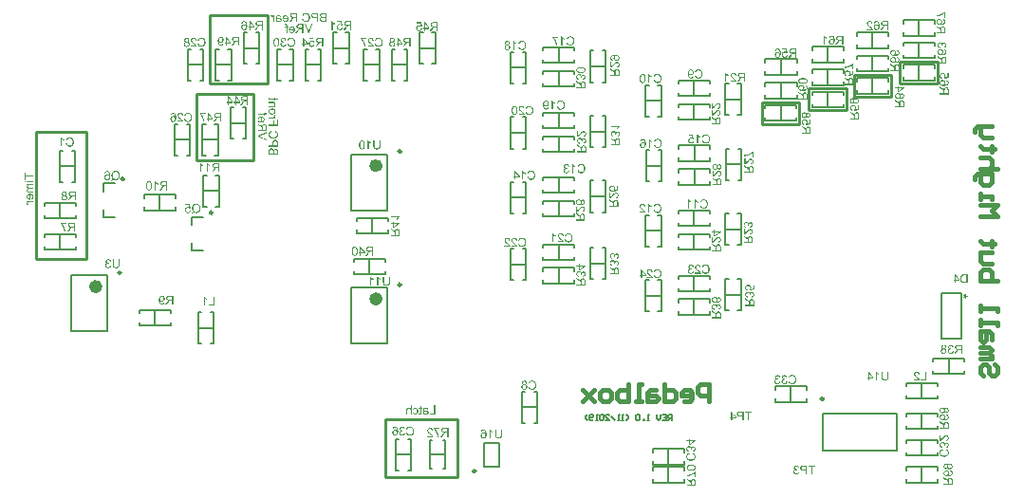
<source format=gbr>
%TF.GenerationSoftware,Altium Limited,Altium Designer,19.0.10 (269)*%
G04 Layer_Color=56026*
%FSLAX26Y26*%
%MOIN*%
%TF.FileFunction,Legend,Bot*%
%TF.Part,Single*%
G01*
G75*
%TA.AperFunction,NonConductor*%
%ADD38C,0.009842*%
%ADD39C,0.023622*%
%ADD40C,0.010000*%
%ADD41C,0.005906*%
%ADD42C,0.007874*%
%ADD43C,0.015748*%
G36*
X505182Y1145493D02*
X532946D01*
Y1141316D01*
X505182D01*
Y1130887D01*
X501469D01*
Y1155867D01*
X505182D01*
Y1145493D01*
D02*
G37*
G36*
X532946Y1123243D02*
X510123D01*
Y1127120D01*
X532946D01*
Y1123243D01*
D02*
G37*
G36*
X505919D02*
X501469D01*
Y1127120D01*
X505919D01*
Y1123243D01*
D02*
G37*
G36*
X532946Y1113497D02*
X521125D01*
X520552D01*
X520033Y1113470D01*
X519514Y1113442D01*
X519077Y1113415D01*
X518641Y1113361D01*
X518231Y1113306D01*
X517876Y1113251D01*
X517576Y1113197D01*
X517276Y1113142D01*
X517030Y1113088D01*
X516839Y1113033D01*
X516648Y1112978D01*
X516511Y1112951D01*
X516429Y1112924D01*
X516375Y1112896D01*
X516347D01*
X515774Y1112623D01*
X515255Y1112323D01*
X514819Y1111995D01*
X514464Y1111668D01*
X514191Y1111368D01*
X514000Y1111122D01*
X513863Y1110958D01*
X513836Y1110931D01*
Y1110903D01*
X513536Y1110385D01*
X513317Y1109839D01*
X513181Y1109320D01*
X513072Y1108856D01*
X513017Y1108474D01*
X512990Y1108283D01*
X512962Y1108146D01*
Y1107873D01*
X512990Y1107491D01*
X513017Y1107109D01*
X513072Y1106781D01*
X513153Y1106481D01*
X513372Y1105935D01*
X513617Y1105525D01*
X513863Y1105198D01*
X514054Y1104979D01*
X514218Y1104843D01*
X514245Y1104788D01*
X514273D01*
X514518Y1104624D01*
X514819Y1104461D01*
X515419Y1104242D01*
X516047Y1104079D01*
X516675Y1103942D01*
X517248Y1103887D01*
X517494Y1103860D01*
X517712D01*
X517876Y1103833D01*
X518013D01*
X518095D01*
X518122D01*
X532946D01*
Y1099956D01*
X519705D01*
X519077Y1099929D01*
X518477Y1099874D01*
X517931Y1099820D01*
X517412Y1099710D01*
X516948Y1099601D01*
X516539Y1099465D01*
X516156Y1099301D01*
X515829Y1099165D01*
X515529Y1099028D01*
X515255Y1098864D01*
X515064Y1098728D01*
X514873Y1098619D01*
X514737Y1098509D01*
X514655Y1098427D01*
X514600Y1098400D01*
X514573Y1098373D01*
X514300Y1098072D01*
X514027Y1097745D01*
X513836Y1097417D01*
X513645Y1097090D01*
X513481Y1096735D01*
X513345Y1096407D01*
X513153Y1095779D01*
X513099Y1095506D01*
X513044Y1095233D01*
X513017Y1094988D01*
X512990Y1094796D01*
X512962Y1094605D01*
Y1094387D01*
X512990Y1093896D01*
X513072Y1093459D01*
X513153Y1093077D01*
X513263Y1092722D01*
X513399Y1092449D01*
X513481Y1092230D01*
X513563Y1092121D01*
X513590Y1092066D01*
X513836Y1091712D01*
X514109Y1091439D01*
X514382Y1091193D01*
X514655Y1091002D01*
X514901Y1090865D01*
X515092Y1090783D01*
X515201Y1090729D01*
X515255Y1090701D01*
X515447Y1090647D01*
X515692Y1090565D01*
X516211Y1090483D01*
X516757Y1090401D01*
X517303Y1090374D01*
X517794Y1090347D01*
X518013Y1090319D01*
X518204D01*
X518368D01*
X518477D01*
X518559D01*
X518586D01*
X532946D01*
Y1086443D01*
X517303D01*
X516593Y1086470D01*
X515911Y1086525D01*
X515310Y1086607D01*
X514737Y1086716D01*
X514218Y1086880D01*
X513727Y1087016D01*
X513317Y1087180D01*
X512908Y1087344D01*
X512580Y1087535D01*
X512280Y1087698D01*
X512034Y1087835D01*
X511843Y1087972D01*
X511679Y1088108D01*
X511570Y1088190D01*
X511515Y1088245D01*
X511488Y1088272D01*
X511161Y1088627D01*
X510860Y1089009D01*
X510615Y1089446D01*
X510396Y1089855D01*
X510205Y1090292D01*
X510068Y1090729D01*
X509932Y1091166D01*
X509850Y1091575D01*
X509768Y1091985D01*
X509714Y1092340D01*
X509659Y1092667D01*
X509632Y1092940D01*
X509604Y1093186D01*
Y1093513D01*
X509659Y1094305D01*
X509768Y1095070D01*
X509987Y1095779D01*
X510232Y1096435D01*
X510533Y1097062D01*
X510860Y1097636D01*
X511242Y1098182D01*
X511597Y1098673D01*
X511979Y1099083D01*
X512334Y1099465D01*
X512689Y1099792D01*
X512990Y1100065D01*
X513235Y1100284D01*
X513454Y1100420D01*
X513563Y1100530D01*
X513617Y1100557D01*
X512962Y1100857D01*
X512362Y1101212D01*
X511843Y1101594D01*
X511433Y1101949D01*
X511106Y1102304D01*
X510860Y1102577D01*
X510778Y1102686D01*
X510724Y1102768D01*
X510669Y1102823D01*
Y1102850D01*
X510314Y1103478D01*
X510041Y1104188D01*
X509850Y1104870D01*
X509741Y1105525D01*
X509686Y1105826D01*
X509659Y1106099D01*
X509632Y1106372D01*
Y1106590D01*
X509604Y1106754D01*
Y1107000D01*
X509659Y1107819D01*
X509768Y1108610D01*
X509932Y1109293D01*
X510123Y1109893D01*
X510232Y1110139D01*
X510314Y1110385D01*
X510396Y1110576D01*
X510478Y1110740D01*
X510533Y1110876D01*
X510587Y1110985D01*
X510642Y1111040D01*
Y1111067D01*
X511051Y1111695D01*
X511488Y1112268D01*
X511952Y1112733D01*
X512362Y1113142D01*
X512744Y1113470D01*
X513072Y1113715D01*
X513181Y1113797D01*
X513263Y1113852D01*
X513317Y1113907D01*
X510123D01*
Y1117374D01*
X532946D01*
Y1113497D01*
D02*
G37*
G36*
X522763Y1081993D02*
X523718Y1081884D01*
X524619Y1081747D01*
X525466Y1081556D01*
X526230Y1081338D01*
X526940Y1081092D01*
X527595Y1080819D01*
X528168Y1080546D01*
X528687Y1080273D01*
X529124Y1080027D01*
X529533Y1079782D01*
X529834Y1079563D01*
X530079Y1079372D01*
X530270Y1079236D01*
X530380Y1079126D01*
X530407Y1079099D01*
X530953Y1078526D01*
X531417Y1077925D01*
X531827Y1077270D01*
X532182Y1076642D01*
X532482Y1075959D01*
X532727Y1075304D01*
X532919Y1074676D01*
X533082Y1074049D01*
X533219Y1073448D01*
X533301Y1072929D01*
X533383Y1072438D01*
X533410Y1072001D01*
X533437Y1071673D01*
X533465Y1071400D01*
Y1071182D01*
X533437Y1070445D01*
X533383Y1069762D01*
X533301Y1069107D01*
X533164Y1068479D01*
X533028Y1067906D01*
X532864Y1067360D01*
X532673Y1066869D01*
X532509Y1066432D01*
X532318Y1066022D01*
X532154Y1065667D01*
X531990Y1065367D01*
X531854Y1065121D01*
X531717Y1064930D01*
X531635Y1064766D01*
X531581Y1064685D01*
X531554Y1064657D01*
X531171Y1064193D01*
X530762Y1063756D01*
X530325Y1063374D01*
X529888Y1063019D01*
X529424Y1062692D01*
X528960Y1062419D01*
X528523Y1062146D01*
X528087Y1061927D01*
X527677Y1061736D01*
X527322Y1061572D01*
X526967Y1061436D01*
X526667Y1061327D01*
X526421Y1061245D01*
X526257Y1061190D01*
X526121Y1061136D01*
X526094D01*
X525575Y1065121D01*
X526012Y1065285D01*
X526448Y1065476D01*
X526831Y1065667D01*
X527186Y1065859D01*
X527513Y1066077D01*
X527813Y1066268D01*
X528059Y1066459D01*
X528305Y1066650D01*
X528523Y1066841D01*
X528687Y1067005D01*
X528851Y1067142D01*
X528960Y1067278D01*
X529069Y1067387D01*
X529124Y1067442D01*
X529151Y1067496D01*
X529178Y1067524D01*
X529561Y1068097D01*
X529834Y1068725D01*
X530025Y1069326D01*
X530161Y1069899D01*
X530243Y1070390D01*
X530270Y1070609D01*
Y1070800D01*
X530298Y1070936D01*
Y1071155D01*
X530270Y1071673D01*
X530216Y1072165D01*
X530107Y1072656D01*
X529997Y1073093D01*
X529834Y1073530D01*
X529670Y1073912D01*
X529479Y1074267D01*
X529288Y1074594D01*
X529124Y1074895D01*
X528933Y1075168D01*
X528769Y1075386D01*
X528605Y1075577D01*
X528496Y1075741D01*
X528387Y1075850D01*
X528332Y1075905D01*
X528305Y1075932D01*
X527923Y1076260D01*
X527486Y1076560D01*
X527022Y1076833D01*
X526558Y1077079D01*
X526066Y1077270D01*
X525602Y1077434D01*
X524674Y1077707D01*
X524237Y1077789D01*
X523828Y1077870D01*
X523446Y1077925D01*
X523145Y1077980D01*
X522872Y1078007D01*
X522681Y1078034D01*
X522572D01*
X522517D01*
Y1061026D01*
X522272D01*
X522081Y1060999D01*
X521889D01*
X521753D01*
X521644D01*
X521562D01*
X521534D01*
X521507D01*
X520470Y1061026D01*
X519514Y1061136D01*
X518586Y1061272D01*
X517740Y1061463D01*
X516975Y1061682D01*
X516238Y1061927D01*
X515583Y1062173D01*
X515010Y1062446D01*
X514491Y1062719D01*
X514027Y1062992D01*
X513645Y1063238D01*
X513317Y1063456D01*
X513072Y1063647D01*
X512880Y1063784D01*
X512771Y1063893D01*
X512744Y1063920D01*
X512198Y1064494D01*
X511707Y1065067D01*
X511297Y1065695D01*
X510915Y1066295D01*
X510615Y1066923D01*
X510369Y1067551D01*
X510150Y1068152D01*
X509987Y1068725D01*
X509877Y1069271D01*
X509768Y1069790D01*
X509686Y1070226D01*
X509659Y1070609D01*
X509632Y1070936D01*
X509604Y1071182D01*
Y1071373D01*
X509632Y1072247D01*
X509741Y1073066D01*
X509905Y1073830D01*
X510096Y1074567D01*
X510341Y1075250D01*
X510615Y1075878D01*
X510915Y1076478D01*
X511188Y1076997D01*
X511488Y1077461D01*
X511788Y1077870D01*
X512061Y1078225D01*
X512307Y1078526D01*
X512498Y1078771D01*
X512662Y1078935D01*
X512771Y1079044D01*
X512798Y1079072D01*
X513426Y1079590D01*
X514109Y1080054D01*
X514819Y1080437D01*
X515556Y1080764D01*
X516293Y1081065D01*
X517030Y1081310D01*
X517767Y1081501D01*
X518477Y1081638D01*
X519132Y1081774D01*
X519760Y1081856D01*
X520306Y1081938D01*
X520797Y1081966D01*
X521207Y1081993D01*
X521371Y1082020D01*
X521507D01*
X521616D01*
X521698D01*
X521726D01*
X521753D01*
X522763Y1081993D01*
D02*
G37*
G36*
X532946Y1052427D02*
X520989D01*
X520088Y1052400D01*
X519269Y1052318D01*
X518504Y1052236D01*
X518149Y1052181D01*
X517822Y1052099D01*
X517521Y1052045D01*
X517276Y1051990D01*
X517030Y1051936D01*
X516839Y1051908D01*
X516702Y1051854D01*
X516566Y1051826D01*
X516511Y1051799D01*
X516484D01*
X515993Y1051608D01*
X515583Y1051389D01*
X515201Y1051144D01*
X514901Y1050925D01*
X514655Y1050707D01*
X514491Y1050543D01*
X514382Y1050434D01*
X514355Y1050379D01*
X514109Y1049997D01*
X513918Y1049588D01*
X513781Y1049206D01*
X513672Y1048878D01*
X513617Y1048550D01*
X513590Y1048332D01*
Y1048113D01*
X513617Y1047595D01*
X513727Y1047076D01*
X513863Y1046612D01*
X514000Y1046175D01*
X514163Y1045820D01*
X514300Y1045547D01*
X514355Y1045438D01*
X514409Y1045356D01*
X514437Y1045329D01*
Y1045302D01*
X510860Y1043937D01*
X510642Y1044319D01*
X510451Y1044674D01*
X510123Y1045411D01*
X509905Y1046066D01*
X509768Y1046667D01*
X509714Y1046940D01*
X509659Y1047185D01*
X509632Y1047376D01*
Y1047568D01*
X509604Y1047704D01*
Y1047895D01*
X509632Y1048387D01*
X509714Y1048851D01*
X509850Y1049287D01*
X509987Y1049642D01*
X510150Y1049943D01*
X510260Y1050188D01*
X510369Y1050325D01*
X510396Y1050379D01*
X510560Y1050598D01*
X510751Y1050816D01*
X511215Y1051226D01*
X511734Y1051635D01*
X512280Y1052017D01*
X512771Y1052345D01*
X512990Y1052482D01*
X513208Y1052591D01*
X513372Y1052673D01*
X513481Y1052755D01*
X513563Y1052782D01*
X513590Y1052809D01*
X510123D01*
Y1056303D01*
X532946D01*
Y1052427D01*
D02*
G37*
G36*
X1395116Y1709296D02*
X1396099Y1709187D01*
X1396563Y1709132D01*
X1396999Y1709078D01*
X1397382Y1708996D01*
X1397737Y1708914D01*
X1398091Y1708832D01*
X1398364Y1708777D01*
X1398638Y1708696D01*
X1398829Y1708641D01*
X1399020Y1708586D01*
X1399129Y1708532D01*
X1399211Y1708504D01*
X1399238D01*
X1400030Y1708177D01*
X1400712Y1707822D01*
X1401313Y1707440D01*
X1401804Y1707057D01*
X1402187Y1706730D01*
X1402459Y1706457D01*
X1402541Y1706348D01*
X1402623Y1706266D01*
X1402651Y1706238D01*
X1402678Y1706211D01*
X1403087Y1705611D01*
X1403442Y1704955D01*
X1403715Y1704328D01*
X1403961Y1703700D01*
X1404125Y1703154D01*
X1404179Y1702908D01*
X1404234Y1702717D01*
X1404289Y1702553D01*
X1404316Y1702417D01*
X1404343Y1702335D01*
Y1702307D01*
X1400576Y1701789D01*
X1400467Y1702225D01*
X1400330Y1702635D01*
X1400166Y1702990D01*
X1400030Y1703317D01*
X1399866Y1703645D01*
X1399702Y1703918D01*
X1399538Y1704164D01*
X1399402Y1704382D01*
X1399238Y1704546D01*
X1399102Y1704710D01*
X1398883Y1704955D01*
X1398719Y1705092D01*
X1398692Y1705147D01*
X1398665D01*
X1398392Y1705310D01*
X1398119Y1705474D01*
X1397491Y1705720D01*
X1396808Y1705884D01*
X1396153Y1706020D01*
X1395853Y1706047D01*
X1395553Y1706075D01*
X1395307Y1706102D01*
X1395061D01*
X1394897Y1706129D01*
X1394624D01*
X1394078Y1706102D01*
X1393587Y1706075D01*
X1393123Y1706020D01*
X1392686Y1705911D01*
X1392304Y1705829D01*
X1391922Y1705720D01*
X1391594Y1705583D01*
X1391294Y1705474D01*
X1391048Y1705338D01*
X1390830Y1705228D01*
X1390639Y1705092D01*
X1390475Y1705010D01*
X1390366Y1704928D01*
X1390256Y1704846D01*
X1390229Y1704819D01*
X1390202Y1704792D01*
X1390011Y1704601D01*
X1389820Y1704382D01*
X1389547Y1703863D01*
X1389355Y1703317D01*
X1389219Y1702771D01*
X1389137Y1702280D01*
X1389110Y1702062D01*
Y1701870D01*
X1389082Y1701707D01*
Y1701598D01*
Y1701516D01*
Y1701488D01*
Y1701379D01*
Y1701243D01*
Y1700915D01*
X1389110Y1700751D01*
Y1700615D01*
Y1700505D01*
Y1700478D01*
X1389547Y1700342D01*
X1390038Y1700205D01*
X1390557Y1700069D01*
X1391130Y1699932D01*
X1392277Y1699714D01*
X1393396Y1699523D01*
X1393915Y1699441D01*
X1394406Y1699359D01*
X1394870Y1699304D01*
X1395252Y1699250D01*
X1395580Y1699195D01*
X1395798Y1699168D01*
X1395962Y1699140D01*
X1396017D01*
X1396808Y1699031D01*
X1397518Y1698922D01*
X1398119Y1698813D01*
X1398583Y1698731D01*
X1398965Y1698649D01*
X1399238Y1698594D01*
X1399402Y1698567D01*
X1399457Y1698540D01*
X1400030Y1698376D01*
X1400549Y1698185D01*
X1401040Y1697967D01*
X1401449Y1697748D01*
X1401777Y1697584D01*
X1402050Y1697421D01*
X1402214Y1697311D01*
X1402241Y1697284D01*
X1402268D01*
X1402705Y1696957D01*
X1403087Y1696574D01*
X1403442Y1696192D01*
X1403715Y1695837D01*
X1403961Y1695537D01*
X1404125Y1695264D01*
X1404234Y1695100D01*
X1404261Y1695073D01*
Y1695045D01*
X1404507Y1694527D01*
X1404698Y1693981D01*
X1404807Y1693489D01*
X1404917Y1692998D01*
X1404971Y1692589D01*
Y1692425D01*
X1404998Y1692288D01*
Y1692152D01*
Y1692070D01*
Y1692015D01*
Y1691988D01*
X1404971Y1691469D01*
X1404917Y1690950D01*
X1404807Y1690486D01*
X1404671Y1690050D01*
X1404534Y1689640D01*
X1404370Y1689231D01*
X1404179Y1688876D01*
X1403988Y1688575D01*
X1403797Y1688275D01*
X1403606Y1688029D01*
X1403442Y1687811D01*
X1403306Y1687620D01*
X1403169Y1687483D01*
X1403060Y1687374D01*
X1403005Y1687320D01*
X1402978Y1687292D01*
X1402569Y1686965D01*
X1402159Y1686692D01*
X1401695Y1686446D01*
X1401231Y1686228D01*
X1400740Y1686064D01*
X1400275Y1685900D01*
X1399347Y1685682D01*
X1398910Y1685627D01*
X1398501Y1685572D01*
X1398146Y1685518D01*
X1397846Y1685491D01*
X1397573Y1685463D01*
X1397218D01*
X1396372Y1685491D01*
X1395580Y1685572D01*
X1394843Y1685709D01*
X1394215Y1685845D01*
X1393942Y1685900D01*
X1393669Y1685955D01*
X1393450Y1686036D01*
X1393287Y1686091D01*
X1393123Y1686146D01*
X1393014Y1686173D01*
X1392959Y1686200D01*
X1392932D01*
X1392167Y1686528D01*
X1391430Y1686937D01*
X1390748Y1687347D01*
X1390120Y1687784D01*
X1389820Y1687975D01*
X1389574Y1688166D01*
X1389355Y1688357D01*
X1389137Y1688494D01*
X1389001Y1688630D01*
X1388891Y1688712D01*
X1388810Y1688766D01*
X1388782Y1688794D01*
X1388700Y1688220D01*
X1388591Y1687675D01*
X1388455Y1687210D01*
X1388345Y1686774D01*
X1388209Y1686446D01*
X1388100Y1686200D01*
X1388045Y1686036D01*
X1388018Y1686009D01*
Y1685982D01*
X1383977D01*
X1384223Y1686473D01*
X1384441Y1686965D01*
X1384605Y1687429D01*
X1384742Y1687838D01*
X1384851Y1688193D01*
X1384906Y1688466D01*
X1384933Y1688575D01*
X1384960Y1688657D01*
Y1688685D01*
Y1688712D01*
X1385015Y1689012D01*
X1385042Y1689422D01*
X1385069Y1689859D01*
X1385097Y1690377D01*
X1385124Y1690923D01*
X1385151Y1691496D01*
X1385179Y1692670D01*
Y1693216D01*
Y1693762D01*
X1385206Y1694254D01*
Y1694663D01*
Y1695018D01*
Y1695291D01*
Y1695400D01*
Y1695482D01*
Y1695510D01*
Y1695537D01*
Y1700697D01*
Y1701161D01*
Y1701598D01*
X1385233Y1701980D01*
Y1702362D01*
X1385261Y1702689D01*
Y1702963D01*
X1385288Y1703236D01*
X1385315Y1703454D01*
X1385342Y1703645D01*
Y1703836D01*
X1385370Y1703973D01*
X1385397Y1704082D01*
X1385424Y1704218D01*
Y1704273D01*
X1385561Y1704846D01*
X1385752Y1705365D01*
X1385943Y1705802D01*
X1386134Y1706184D01*
X1386325Y1706484D01*
X1386489Y1706703D01*
X1386598Y1706839D01*
X1386626Y1706894D01*
X1386980Y1707276D01*
X1387390Y1707603D01*
X1387854Y1707904D01*
X1388291Y1708149D01*
X1388673Y1708341D01*
X1389001Y1708504D01*
X1389137Y1708532D01*
X1389219Y1708586D01*
X1389274Y1708614D01*
X1389301D01*
X1390038Y1708859D01*
X1390802Y1709023D01*
X1391594Y1709160D01*
X1392359Y1709242D01*
X1392713Y1709269D01*
X1393041Y1709296D01*
X1393314D01*
X1393560Y1709323D01*
X1394051D01*
X1395116Y1709296D01*
D02*
G37*
G36*
X1490529Y1717977D02*
X1491294Y1717923D01*
X1492004Y1717841D01*
X1492713Y1717705D01*
X1493369Y1717568D01*
X1493996Y1717404D01*
X1494597Y1717240D01*
X1495116Y1717049D01*
X1495634Y1716886D01*
X1496071Y1716694D01*
X1496453Y1716531D01*
X1496781Y1716394D01*
X1497027Y1716258D01*
X1497218Y1716176D01*
X1497354Y1716121D01*
X1497382Y1716094D01*
X1498009Y1715712D01*
X1498610Y1715302D01*
X1499156Y1714865D01*
X1499675Y1714428D01*
X1500166Y1713964D01*
X1500603Y1713500D01*
X1500985Y1713036D01*
X1501367Y1712599D01*
X1501668Y1712163D01*
X1501941Y1711780D01*
X1502186Y1711426D01*
X1502378Y1711125D01*
X1502541Y1710880D01*
X1502650Y1710688D01*
X1502705Y1710579D01*
X1502732Y1710525D01*
X1503060Y1709815D01*
X1503333Y1709105D01*
X1503579Y1708368D01*
X1503797Y1707631D01*
X1503988Y1706921D01*
X1504125Y1706211D01*
X1504261Y1705529D01*
X1504343Y1704873D01*
X1504425Y1704246D01*
X1504480Y1703700D01*
X1504534Y1703208D01*
X1504562Y1702771D01*
X1504589Y1702444D01*
Y1702171D01*
Y1702007D01*
Y1701980D01*
Y1701952D01*
X1504562Y1701106D01*
X1504507Y1700287D01*
X1504425Y1699495D01*
X1504343Y1698731D01*
X1504207Y1697994D01*
X1504070Y1697311D01*
X1503934Y1696656D01*
X1503770Y1696056D01*
X1503606Y1695482D01*
X1503469Y1694991D01*
X1503333Y1694554D01*
X1503197Y1694199D01*
X1503115Y1693899D01*
X1503033Y1693708D01*
X1502978Y1693571D01*
X1502951Y1693517D01*
X1502623Y1692807D01*
X1502268Y1692124D01*
X1501886Y1691496D01*
X1501477Y1690923D01*
X1501094Y1690377D01*
X1500685Y1689886D01*
X1500275Y1689449D01*
X1499893Y1689040D01*
X1499538Y1688685D01*
X1499183Y1688384D01*
X1498883Y1688111D01*
X1498610Y1687893D01*
X1498392Y1687729D01*
X1498228Y1687620D01*
X1498119Y1687538D01*
X1498091Y1687511D01*
X1497464Y1687156D01*
X1496808Y1686828D01*
X1496153Y1686555D01*
X1495443Y1686337D01*
X1494761Y1686118D01*
X1494078Y1685955D01*
X1493396Y1685818D01*
X1492768Y1685709D01*
X1492140Y1685627D01*
X1491594Y1685572D01*
X1491103Y1685518D01*
X1490666Y1685491D01*
X1490311D01*
X1490038Y1685463D01*
X1489820D01*
X1488919Y1685491D01*
X1488045Y1685572D01*
X1487226Y1685709D01*
X1486434Y1685873D01*
X1485697Y1686091D01*
X1485015Y1686310D01*
X1484387Y1686555D01*
X1483813Y1686801D01*
X1483295Y1687047D01*
X1482831Y1687292D01*
X1482421Y1687511D01*
X1482094Y1687729D01*
X1481848Y1687893D01*
X1481657Y1688029D01*
X1481520Y1688111D01*
X1481493Y1688139D01*
X1480865Y1688685D01*
X1480319Y1689258D01*
X1479800Y1689859D01*
X1479309Y1690514D01*
X1478872Y1691142D01*
X1478490Y1691797D01*
X1478162Y1692452D01*
X1477862Y1693080D01*
X1477589Y1693653D01*
X1477371Y1694199D01*
X1477180Y1694691D01*
X1477016Y1695127D01*
X1476907Y1695482D01*
X1476825Y1695755D01*
X1476797Y1695837D01*
Y1695919D01*
X1476770Y1695946D01*
Y1695974D01*
X1480947Y1697011D01*
X1481138Y1696301D01*
X1481329Y1695619D01*
X1481575Y1694991D01*
X1481821Y1694418D01*
X1482094Y1693872D01*
X1482367Y1693380D01*
X1482640Y1692943D01*
X1482913Y1692534D01*
X1483186Y1692179D01*
X1483431Y1691879D01*
X1483650Y1691633D01*
X1483868Y1691415D01*
X1484032Y1691251D01*
X1484141Y1691114D01*
X1484223Y1691060D01*
X1484250Y1691032D01*
X1484714Y1690678D01*
X1485206Y1690377D01*
X1485697Y1690104D01*
X1486189Y1689886D01*
X1486707Y1689695D01*
X1487199Y1689531D01*
X1487663Y1689394D01*
X1488127Y1689285D01*
X1488536Y1689203D01*
X1488946Y1689149D01*
X1489301Y1689094D01*
X1489601Y1689067D01*
X1489847D01*
X1490011Y1689040D01*
X1490174D01*
X1490693Y1689067D01*
X1491239Y1689094D01*
X1492222Y1689258D01*
X1492686Y1689394D01*
X1493123Y1689504D01*
X1493532Y1689640D01*
X1493915Y1689777D01*
X1494269Y1689913D01*
X1494597Y1690050D01*
X1494870Y1690186D01*
X1495088Y1690295D01*
X1495280Y1690377D01*
X1495416Y1690459D01*
X1495498Y1690486D01*
X1495525Y1690514D01*
X1495962Y1690814D01*
X1496399Y1691142D01*
X1496781Y1691469D01*
X1497136Y1691824D01*
X1497464Y1692206D01*
X1497764Y1692561D01*
X1498009Y1692943D01*
X1498255Y1693298D01*
X1498474Y1693626D01*
X1498665Y1693954D01*
X1498801Y1694226D01*
X1498938Y1694472D01*
X1499020Y1694691D01*
X1499101Y1694827D01*
X1499129Y1694936D01*
X1499156Y1694964D01*
X1499538Y1696138D01*
X1499811Y1697339D01*
X1500030Y1698513D01*
X1500084Y1699059D01*
X1500166Y1699605D01*
X1500194Y1700096D01*
X1500248Y1700560D01*
X1500275Y1700970D01*
Y1701297D01*
X1500303Y1701598D01*
Y1701816D01*
Y1701925D01*
Y1701980D01*
X1500248Y1703126D01*
X1500139Y1704246D01*
X1500084Y1704764D01*
X1500002Y1705256D01*
X1499893Y1705720D01*
X1499811Y1706157D01*
X1499729Y1706566D01*
X1499620Y1706921D01*
X1499538Y1707249D01*
X1499484Y1707522D01*
X1499402Y1707713D01*
X1499374Y1707877D01*
X1499320Y1707986D01*
Y1708013D01*
X1499129Y1708559D01*
X1498883Y1709050D01*
X1498637Y1709542D01*
X1498364Y1709979D01*
X1498091Y1710388D01*
X1497818Y1710770D01*
X1497518Y1711125D01*
X1497245Y1711453D01*
X1496972Y1711726D01*
X1496726Y1711972D01*
X1496508Y1712190D01*
X1496290Y1712354D01*
X1496126Y1712490D01*
X1496017Y1712599D01*
X1495935Y1712654D01*
X1495907Y1712681D01*
X1495443Y1712982D01*
X1494952Y1713255D01*
X1494433Y1713500D01*
X1493942Y1713691D01*
X1493423Y1713855D01*
X1492932Y1713992D01*
X1492440Y1714128D01*
X1491976Y1714210D01*
X1491539Y1714292D01*
X1491130Y1714347D01*
X1490775Y1714374D01*
X1490447Y1714401D01*
X1490202Y1714428D01*
X1489847D01*
X1489274Y1714401D01*
X1488700Y1714374D01*
X1488181Y1714292D01*
X1487690Y1714183D01*
X1487226Y1714074D01*
X1486789Y1713937D01*
X1486407Y1713773D01*
X1486025Y1713637D01*
X1485725Y1713500D01*
X1485424Y1713336D01*
X1485178Y1713200D01*
X1484987Y1713091D01*
X1484824Y1712982D01*
X1484687Y1712927D01*
X1484632Y1712872D01*
X1484605Y1712845D01*
X1484223Y1712545D01*
X1483868Y1712190D01*
X1483541Y1711808D01*
X1483240Y1711398D01*
X1482694Y1710579D01*
X1482230Y1709760D01*
X1482039Y1709378D01*
X1481875Y1709023D01*
X1481739Y1708696D01*
X1481630Y1708422D01*
X1481520Y1708177D01*
X1481466Y1708013D01*
X1481411Y1707877D01*
Y1707849D01*
X1477316Y1708805D01*
X1477589Y1709596D01*
X1477889Y1710361D01*
X1478217Y1711043D01*
X1478572Y1711698D01*
X1478927Y1712299D01*
X1479309Y1712872D01*
X1479691Y1713364D01*
X1480046Y1713828D01*
X1480401Y1714237D01*
X1480729Y1714592D01*
X1481029Y1714893D01*
X1481302Y1715138D01*
X1481520Y1715329D01*
X1481684Y1715466D01*
X1481793Y1715548D01*
X1481821Y1715575D01*
X1482448Y1716012D01*
X1483076Y1716367D01*
X1483759Y1716694D01*
X1484414Y1716967D01*
X1485097Y1717213D01*
X1485752Y1717404D01*
X1486380Y1717568D01*
X1487008Y1717705D01*
X1487581Y1717814D01*
X1488100Y1717868D01*
X1488564Y1717923D01*
X1488973Y1717977D01*
X1489301D01*
X1489546Y1718005D01*
X1489765D01*
X1490529Y1717977D01*
D02*
G37*
G36*
X1419659Y1709296D02*
X1420477Y1709187D01*
X1421242Y1709023D01*
X1421979Y1708832D01*
X1422661Y1708586D01*
X1423289Y1708313D01*
X1423890Y1708013D01*
X1424409Y1707740D01*
X1424873Y1707440D01*
X1425282Y1707139D01*
X1425637Y1706866D01*
X1425938Y1706621D01*
X1426183Y1706430D01*
X1426347Y1706266D01*
X1426456Y1706157D01*
X1426484Y1706129D01*
X1427002Y1705501D01*
X1427466Y1704819D01*
X1427849Y1704109D01*
X1428176Y1703372D01*
X1428476Y1702635D01*
X1428722Y1701898D01*
X1428913Y1701161D01*
X1429050Y1700451D01*
X1429186Y1699796D01*
X1429268Y1699168D01*
X1429350Y1698622D01*
X1429377Y1698130D01*
X1429405Y1697721D01*
X1429432Y1697557D01*
Y1697421D01*
Y1697311D01*
Y1697229D01*
Y1697202D01*
Y1697175D01*
X1429405Y1696165D01*
X1429295Y1695209D01*
X1429159Y1694308D01*
X1428968Y1693462D01*
X1428749Y1692698D01*
X1428504Y1691988D01*
X1428231Y1691333D01*
X1427958Y1690759D01*
X1427685Y1690241D01*
X1427439Y1689804D01*
X1427193Y1689394D01*
X1426975Y1689094D01*
X1426784Y1688848D01*
X1426647Y1688657D01*
X1426538Y1688548D01*
X1426511Y1688521D01*
X1425938Y1687975D01*
X1425337Y1687511D01*
X1424682Y1687101D01*
X1424054Y1686746D01*
X1423371Y1686446D01*
X1422716Y1686200D01*
X1422088Y1686009D01*
X1421460Y1685845D01*
X1420860Y1685709D01*
X1420341Y1685627D01*
X1419850Y1685545D01*
X1419413Y1685518D01*
X1419085Y1685491D01*
X1418812Y1685463D01*
X1418594D01*
X1417857Y1685491D01*
X1417174Y1685545D01*
X1416519Y1685627D01*
X1415891Y1685764D01*
X1415318Y1685900D01*
X1414772Y1686064D01*
X1414280Y1686255D01*
X1413844Y1686419D01*
X1413434Y1686610D01*
X1413079Y1686774D01*
X1412779Y1686937D01*
X1412533Y1687074D01*
X1412342Y1687210D01*
X1412178Y1687292D01*
X1412096Y1687347D01*
X1412069Y1687374D01*
X1411605Y1687756D01*
X1411168Y1688166D01*
X1410786Y1688603D01*
X1410431Y1689040D01*
X1410103Y1689504D01*
X1409831Y1689968D01*
X1409557Y1690405D01*
X1409339Y1690841D01*
X1409148Y1691251D01*
X1408984Y1691606D01*
X1408848Y1691961D01*
X1408738Y1692261D01*
X1408657Y1692507D01*
X1408602Y1692670D01*
X1408547Y1692807D01*
Y1692834D01*
X1412533Y1693353D01*
X1412697Y1692916D01*
X1412888Y1692479D01*
X1413079Y1692097D01*
X1413270Y1691742D01*
X1413489Y1691415D01*
X1413680Y1691114D01*
X1413871Y1690869D01*
X1414062Y1690623D01*
X1414253Y1690405D01*
X1414417Y1690241D01*
X1414553Y1690077D01*
X1414690Y1689968D01*
X1414799Y1689859D01*
X1414854Y1689804D01*
X1414908Y1689777D01*
X1414936Y1689749D01*
X1415509Y1689367D01*
X1416137Y1689094D01*
X1416737Y1688903D01*
X1417311Y1688766D01*
X1417802Y1688685D01*
X1418021Y1688657D01*
X1418212D01*
X1418348Y1688630D01*
X1418566D01*
X1419085Y1688657D01*
X1419577Y1688712D01*
X1420068Y1688821D01*
X1420505Y1688930D01*
X1420942Y1689094D01*
X1421324Y1689258D01*
X1421679Y1689449D01*
X1422006Y1689640D01*
X1422307Y1689804D01*
X1422580Y1689995D01*
X1422798Y1690159D01*
X1422989Y1690323D01*
X1423153Y1690432D01*
X1423262Y1690541D01*
X1423317Y1690596D01*
X1423344Y1690623D01*
X1423672Y1691005D01*
X1423972Y1691442D01*
X1424245Y1691906D01*
X1424491Y1692370D01*
X1424682Y1692861D01*
X1424845Y1693326D01*
X1425119Y1694254D01*
X1425200Y1694691D01*
X1425282Y1695100D01*
X1425337Y1695482D01*
X1425391Y1695783D01*
X1425419Y1696056D01*
X1425446Y1696247D01*
Y1696356D01*
Y1696410D01*
X1408438D01*
Y1696656D01*
X1408411Y1696847D01*
Y1697038D01*
Y1697175D01*
Y1697284D01*
Y1697366D01*
Y1697393D01*
Y1697421D01*
X1408438Y1698458D01*
X1408547Y1699414D01*
X1408684Y1700342D01*
X1408875Y1701188D01*
X1409093Y1701952D01*
X1409339Y1702689D01*
X1409585Y1703345D01*
X1409858Y1703918D01*
X1410131Y1704437D01*
X1410404Y1704901D01*
X1410649Y1705283D01*
X1410868Y1705611D01*
X1411059Y1705856D01*
X1411196Y1706047D01*
X1411305Y1706157D01*
X1411332Y1706184D01*
X1411905Y1706730D01*
X1412479Y1707221D01*
X1413107Y1707631D01*
X1413707Y1708013D01*
X1414335Y1708313D01*
X1414963Y1708559D01*
X1415563Y1708777D01*
X1416137Y1708941D01*
X1416683Y1709050D01*
X1417201Y1709160D01*
X1417638Y1709242D01*
X1418021Y1709269D01*
X1418348Y1709296D01*
X1418594Y1709323D01*
X1418785D01*
X1419659Y1709296D01*
D02*
G37*
G36*
X1562246Y1685982D02*
X1550262D01*
X1549170Y1686009D01*
X1548678Y1686036D01*
X1548187Y1686064D01*
X1547750Y1686091D01*
X1547341Y1686146D01*
X1546958Y1686200D01*
X1546603Y1686255D01*
X1546276Y1686282D01*
X1546003Y1686337D01*
X1545757Y1686391D01*
X1545566Y1686419D01*
X1545402Y1686446D01*
X1545266Y1686473D01*
X1545211Y1686501D01*
X1545184D01*
X1544447Y1686719D01*
X1543764Y1686965D01*
X1543191Y1687210D01*
X1542672Y1687456D01*
X1542290Y1687675D01*
X1542126Y1687784D01*
X1541990Y1687866D01*
X1541881Y1687920D01*
X1541799Y1687975D01*
X1541771Y1688029D01*
X1541744D01*
X1541253Y1688466D01*
X1540789Y1688930D01*
X1540406Y1689422D01*
X1540052Y1689886D01*
X1539778Y1690323D01*
X1539669Y1690514D01*
X1539587Y1690678D01*
X1539505Y1690787D01*
X1539478Y1690896D01*
X1539424Y1690950D01*
Y1690978D01*
X1539096Y1691715D01*
X1538878Y1692425D01*
X1538714Y1693134D01*
X1538577Y1693762D01*
X1538550Y1694035D01*
X1538523Y1694308D01*
X1538495Y1694527D01*
Y1694718D01*
X1538468Y1694882D01*
Y1694991D01*
Y1695073D01*
Y1695100D01*
X1538495Y1695591D01*
X1538523Y1696083D01*
X1538605Y1696547D01*
X1538714Y1696984D01*
X1538823Y1697421D01*
X1538959Y1697803D01*
X1539096Y1698158D01*
X1539233Y1698513D01*
X1539396Y1698813D01*
X1539533Y1699059D01*
X1539669Y1699304D01*
X1539778Y1699495D01*
X1539888Y1699659D01*
X1539970Y1699768D01*
X1539997Y1699823D01*
X1540024Y1699850D01*
X1540324Y1700205D01*
X1540652Y1700560D01*
X1541362Y1701161D01*
X1542099Y1701652D01*
X1542782Y1702034D01*
X1543136Y1702198D01*
X1543437Y1702335D01*
X1543710Y1702471D01*
X1543955Y1702553D01*
X1544147Y1702635D01*
X1544283Y1702689D01*
X1544392Y1702717D01*
X1544419D01*
X1543655Y1703154D01*
X1542973Y1703618D01*
X1542399Y1704109D01*
X1541935Y1704573D01*
X1541580Y1704955D01*
X1541307Y1705283D01*
X1541225Y1705419D01*
X1541171Y1705501D01*
X1541116Y1705556D01*
Y1705583D01*
X1540734Y1706266D01*
X1540461Y1706921D01*
X1540270Y1707576D01*
X1540133Y1708149D01*
X1540079Y1708395D01*
X1540052Y1708641D01*
X1540024Y1708859D01*
Y1709023D01*
X1539997Y1709187D01*
Y1709296D01*
Y1709351D01*
Y1709378D01*
Y1709787D01*
X1540052Y1710197D01*
X1540188Y1710961D01*
X1540406Y1711644D01*
X1540625Y1712272D01*
X1540734Y1712545D01*
X1540843Y1712791D01*
X1540952Y1713009D01*
X1541062Y1713200D01*
X1541143Y1713336D01*
X1541198Y1713446D01*
X1541225Y1713500D01*
X1541253Y1713528D01*
X1541744Y1714237D01*
X1542290Y1714838D01*
X1542863Y1715329D01*
X1543409Y1715739D01*
X1543901Y1716066D01*
X1544119Y1716203D01*
X1544310Y1716285D01*
X1544447Y1716367D01*
X1544556Y1716421D01*
X1544638Y1716476D01*
X1544665D01*
X1545102Y1716640D01*
X1545539Y1716804D01*
X1546494Y1717049D01*
X1547450Y1717213D01*
X1548378Y1717350D01*
X1548815Y1717377D01*
X1549197Y1717404D01*
X1549552Y1717431D01*
X1549852D01*
X1550098Y1717459D01*
X1562246D01*
Y1685982D01*
D02*
G37*
G36*
X1532735D02*
X1528558D01*
Y1698786D01*
X1520505D01*
X1519303Y1698813D01*
X1518184Y1698895D01*
X1517174Y1699031D01*
X1516246Y1699222D01*
X1515400Y1699414D01*
X1514635Y1699659D01*
X1513953Y1699905D01*
X1513379Y1700178D01*
X1512861Y1700424D01*
X1512424Y1700669D01*
X1512042Y1700915D01*
X1511741Y1701106D01*
X1511523Y1701297D01*
X1511359Y1701434D01*
X1511277Y1701516D01*
X1511250Y1701543D01*
X1510786Y1702089D01*
X1510404Y1702635D01*
X1510049Y1703208D01*
X1509776Y1703782D01*
X1509530Y1704355D01*
X1509312Y1704928D01*
X1509148Y1705474D01*
X1509011Y1705993D01*
X1508902Y1706484D01*
X1508820Y1706921D01*
X1508766Y1707331D01*
X1508711Y1707658D01*
Y1707958D01*
X1508684Y1708177D01*
Y1708286D01*
Y1708341D01*
X1508738Y1709187D01*
X1508848Y1710006D01*
X1508984Y1710743D01*
X1509093Y1711071D01*
X1509175Y1711371D01*
X1509257Y1711644D01*
X1509366Y1711890D01*
X1509448Y1712108D01*
X1509503Y1712299D01*
X1509585Y1712436D01*
X1509612Y1712545D01*
X1509667Y1712599D01*
Y1712627D01*
X1510049Y1713309D01*
X1510458Y1713937D01*
X1510895Y1714456D01*
X1511305Y1714893D01*
X1511659Y1715220D01*
X1511932Y1715466D01*
X1512042Y1715548D01*
X1512124Y1715602D01*
X1512178Y1715657D01*
X1512206D01*
X1512806Y1716039D01*
X1513461Y1716367D01*
X1514117Y1716612D01*
X1514717Y1716831D01*
X1515263Y1716967D01*
X1515509Y1717022D01*
X1515700Y1717077D01*
X1515864Y1717104D01*
X1515973Y1717131D01*
X1516055Y1717159D01*
X1516082D01*
X1516410Y1717213D01*
X1516765Y1717268D01*
X1517529Y1717322D01*
X1518321Y1717377D01*
X1519085Y1717431D01*
X1519768D01*
X1520068Y1717459D01*
X1532735D01*
Y1685982D01*
D02*
G37*
G36*
X1459325D02*
X1455149D01*
Y1699959D01*
X1449770D01*
X1449306Y1699932D01*
X1448897Y1699905D01*
X1448569Y1699878D01*
X1448323Y1699850D01*
X1448160Y1699823D01*
X1448051Y1699796D01*
X1448023D01*
X1447668Y1699687D01*
X1447313Y1699550D01*
X1447013Y1699414D01*
X1446713Y1699277D01*
X1446494Y1699140D01*
X1446303Y1699059D01*
X1446167Y1698977D01*
X1446139Y1698949D01*
X1445785Y1698704D01*
X1445402Y1698376D01*
X1445047Y1698021D01*
X1444720Y1697694D01*
X1444420Y1697366D01*
X1444201Y1697093D01*
X1444119Y1696984D01*
X1444065Y1696902D01*
X1444010Y1696875D01*
Y1696847D01*
X1443792Y1696547D01*
X1443546Y1696219D01*
X1443055Y1695537D01*
X1442536Y1694827D01*
X1442072Y1694117D01*
X1441853Y1693817D01*
X1441635Y1693517D01*
X1441471Y1693244D01*
X1441307Y1692998D01*
X1441171Y1692807D01*
X1441089Y1692670D01*
X1441034Y1692561D01*
X1441007Y1692534D01*
X1436858Y1685982D01*
X1431643D01*
X1437103Y1694554D01*
X1437704Y1695455D01*
X1438332Y1696274D01*
X1438905Y1696984D01*
X1439178Y1697284D01*
X1439424Y1697584D01*
X1439669Y1697857D01*
X1439888Y1698076D01*
X1440079Y1698267D01*
X1440243Y1698431D01*
X1440352Y1698567D01*
X1440461Y1698649D01*
X1440516Y1698704D01*
X1440543Y1698731D01*
X1440898Y1699031D01*
X1441280Y1699304D01*
X1441717Y1699577D01*
X1442126Y1699823D01*
X1442481Y1700014D01*
X1442782Y1700178D01*
X1442891Y1700233D01*
X1442973Y1700287D01*
X1443027Y1700314D01*
X1443055D01*
X1442236Y1700451D01*
X1441471Y1700615D01*
X1440761Y1700806D01*
X1440106Y1701024D01*
X1439506Y1701243D01*
X1438932Y1701488D01*
X1438441Y1701734D01*
X1438004Y1701980D01*
X1437622Y1702225D01*
X1437294Y1702444D01*
X1436994Y1702662D01*
X1436776Y1702853D01*
X1436584Y1702990D01*
X1436475Y1703099D01*
X1436393Y1703181D01*
X1436366Y1703208D01*
X1435984Y1703645D01*
X1435656Y1704109D01*
X1435356Y1704601D01*
X1435110Y1705065D01*
X1434892Y1705556D01*
X1434701Y1706020D01*
X1434564Y1706484D01*
X1434455Y1706894D01*
X1434373Y1707303D01*
X1434291Y1707685D01*
X1434237Y1708013D01*
X1434209Y1708313D01*
X1434182Y1708532D01*
Y1708723D01*
Y1708832D01*
Y1708859D01*
X1434209Y1709351D01*
X1434237Y1709815D01*
X1434373Y1710688D01*
X1434592Y1711507D01*
X1434701Y1711862D01*
X1434837Y1712190D01*
X1434947Y1712490D01*
X1435083Y1712763D01*
X1435192Y1713009D01*
X1435274Y1713200D01*
X1435383Y1713364D01*
X1435438Y1713473D01*
X1435465Y1713555D01*
X1435493Y1713582D01*
X1435738Y1713964D01*
X1436011Y1714319D01*
X1436312Y1714674D01*
X1436584Y1714975D01*
X1436885Y1715247D01*
X1437185Y1715493D01*
X1437731Y1715903D01*
X1438223Y1716203D01*
X1438441Y1716312D01*
X1438632Y1716421D01*
X1438768Y1716503D01*
X1438878Y1716558D01*
X1438960Y1716585D01*
X1438987D01*
X1439424Y1716749D01*
X1439888Y1716886D01*
X1440379Y1716995D01*
X1440898Y1717104D01*
X1441963Y1717240D01*
X1443000Y1717350D01*
X1443491Y1717377D01*
X1443928Y1717404D01*
X1444338Y1717431D01*
X1444693Y1717459D01*
X1459325D01*
Y1685982D01*
D02*
G37*
G36*
X1371338Y1709296D02*
X1371802Y1709214D01*
X1372238Y1709078D01*
X1372593Y1708941D01*
X1372894Y1708777D01*
X1373139Y1708668D01*
X1373276Y1708559D01*
X1373330Y1708532D01*
X1373549Y1708368D01*
X1373767Y1708177D01*
X1374177Y1707713D01*
X1374586Y1707194D01*
X1374968Y1706648D01*
X1375296Y1706157D01*
X1375432Y1705938D01*
X1375542Y1705720D01*
X1375624Y1705556D01*
X1375706Y1705447D01*
X1375733Y1705365D01*
X1375760Y1705338D01*
Y1708805D01*
X1379255D01*
Y1685982D01*
X1375378D01*
Y1697939D01*
X1375351Y1698840D01*
X1375269Y1699659D01*
X1375187Y1700424D01*
X1375132Y1700778D01*
X1375050Y1701106D01*
X1374996Y1701406D01*
X1374941Y1701652D01*
X1374887Y1701898D01*
X1374859Y1702089D01*
X1374805Y1702225D01*
X1374777Y1702362D01*
X1374750Y1702417D01*
Y1702444D01*
X1374559Y1702935D01*
X1374341Y1703345D01*
X1374095Y1703727D01*
X1373876Y1704027D01*
X1373658Y1704273D01*
X1373494Y1704437D01*
X1373385Y1704546D01*
X1373330Y1704573D01*
X1372948Y1704819D01*
X1372539Y1705010D01*
X1372157Y1705147D01*
X1371829Y1705256D01*
X1371501Y1705310D01*
X1371283Y1705338D01*
X1371064D01*
X1370546Y1705310D01*
X1370027Y1705201D01*
X1369563Y1705065D01*
X1369126Y1704928D01*
X1368771Y1704764D01*
X1368498Y1704628D01*
X1368389Y1704573D01*
X1368307Y1704519D01*
X1368280Y1704491D01*
X1368253D01*
X1366888Y1708068D01*
X1367270Y1708286D01*
X1367625Y1708477D01*
X1368362Y1708805D01*
X1369017Y1709023D01*
X1369618Y1709160D01*
X1369891Y1709214D01*
X1370136Y1709269D01*
X1370327Y1709296D01*
X1370518D01*
X1370655Y1709323D01*
X1370846D01*
X1371338Y1709296D01*
D02*
G37*
G36*
X1501927Y1647172D02*
X1497614D01*
X1485329Y1678649D01*
X1489560D01*
X1498078Y1655772D01*
X1498433Y1654816D01*
X1498733Y1653861D01*
X1499033Y1652987D01*
X1499170Y1652605D01*
X1499279Y1652223D01*
X1499388Y1651868D01*
X1499497Y1651568D01*
X1499579Y1651294D01*
X1499634Y1651049D01*
X1499688Y1650858D01*
X1499743Y1650721D01*
X1499770Y1650639D01*
Y1650612D01*
X1500016Y1651513D01*
X1500316Y1652441D01*
X1500589Y1653315D01*
X1500726Y1653697D01*
X1500835Y1654106D01*
X1500972Y1654461D01*
X1501081Y1654762D01*
X1501190Y1655062D01*
X1501272Y1655308D01*
X1501326Y1655499D01*
X1501381Y1655662D01*
X1501436Y1655744D01*
Y1655772D01*
X1509598Y1678649D01*
X1514130D01*
X1501927Y1647172D01*
D02*
G37*
G36*
X1441812Y1670486D02*
X1442631Y1670377D01*
X1443396Y1670213D01*
X1444133Y1670022D01*
X1444815Y1669777D01*
X1445443Y1669504D01*
X1446044Y1669203D01*
X1446563Y1668930D01*
X1447027Y1668630D01*
X1447436Y1668330D01*
X1447791Y1668057D01*
X1448091Y1667811D01*
X1448337Y1667620D01*
X1448501Y1667456D01*
X1448610Y1667347D01*
X1448637Y1667320D01*
X1449156Y1666692D01*
X1449620Y1666009D01*
X1450002Y1665299D01*
X1450330Y1664562D01*
X1450630Y1663825D01*
X1450876Y1663088D01*
X1451067Y1662351D01*
X1451204Y1661641D01*
X1451340Y1660986D01*
X1451422Y1660358D01*
X1451504Y1659812D01*
X1451531Y1659321D01*
X1451559Y1658911D01*
X1451586Y1658747D01*
Y1658611D01*
Y1658502D01*
Y1658420D01*
Y1658392D01*
Y1658365D01*
X1451559Y1657355D01*
X1451449Y1656400D01*
X1451313Y1655499D01*
X1451122Y1654652D01*
X1450903Y1653888D01*
X1450658Y1653178D01*
X1450385Y1652523D01*
X1450112Y1651950D01*
X1449839Y1651431D01*
X1449593Y1650994D01*
X1449347Y1650585D01*
X1449129Y1650284D01*
X1448938Y1650039D01*
X1448801Y1649848D01*
X1448692Y1649738D01*
X1448665Y1649711D01*
X1448091Y1649165D01*
X1447491Y1648701D01*
X1446836Y1648292D01*
X1446208Y1647937D01*
X1445525Y1647636D01*
X1444870Y1647391D01*
X1444242Y1647199D01*
X1443614Y1647036D01*
X1443014Y1646899D01*
X1442495Y1646817D01*
X1442004Y1646735D01*
X1441567Y1646708D01*
X1441239Y1646681D01*
X1440966Y1646653D01*
X1440748D01*
X1440011Y1646681D01*
X1439328Y1646735D01*
X1438673Y1646817D01*
X1438045Y1646954D01*
X1437472Y1647090D01*
X1436926Y1647254D01*
X1436434Y1647445D01*
X1435997Y1647609D01*
X1435588Y1647800D01*
X1435233Y1647964D01*
X1434933Y1648128D01*
X1434687Y1648264D01*
X1434496Y1648401D01*
X1434332Y1648483D01*
X1434250Y1648537D01*
X1434223Y1648564D01*
X1433759Y1648947D01*
X1433322Y1649356D01*
X1432940Y1649793D01*
X1432585Y1650230D01*
X1432257Y1650694D01*
X1431984Y1651158D01*
X1431711Y1651595D01*
X1431493Y1652032D01*
X1431302Y1652441D01*
X1431138Y1652796D01*
X1431002Y1653151D01*
X1430892Y1653451D01*
X1430811Y1653697D01*
X1430756Y1653861D01*
X1430701Y1653997D01*
Y1654024D01*
X1434687Y1654543D01*
X1434851Y1654106D01*
X1435042Y1653670D01*
X1435233Y1653287D01*
X1435424Y1652932D01*
X1435643Y1652605D01*
X1435834Y1652305D01*
X1436025Y1652059D01*
X1436216Y1651813D01*
X1436407Y1651595D01*
X1436571Y1651431D01*
X1436707Y1651267D01*
X1436844Y1651158D01*
X1436953Y1651049D01*
X1437008Y1650994D01*
X1437062Y1650967D01*
X1437090Y1650940D01*
X1437663Y1650557D01*
X1438291Y1650284D01*
X1438891Y1650093D01*
X1439465Y1649957D01*
X1439956Y1649875D01*
X1440174Y1649848D01*
X1440366D01*
X1440502Y1649820D01*
X1440720D01*
X1441239Y1649848D01*
X1441730Y1649902D01*
X1442222Y1650011D01*
X1442659Y1650121D01*
X1443095Y1650284D01*
X1443478Y1650448D01*
X1443833Y1650639D01*
X1444160Y1650830D01*
X1444460Y1650994D01*
X1444734Y1651185D01*
X1444952Y1651349D01*
X1445143Y1651513D01*
X1445307Y1651622D01*
X1445416Y1651731D01*
X1445471Y1651786D01*
X1445498Y1651813D01*
X1445825Y1652195D01*
X1446126Y1652632D01*
X1446399Y1653096D01*
X1446645Y1653560D01*
X1446836Y1654052D01*
X1446999Y1654516D01*
X1447272Y1655444D01*
X1447354Y1655881D01*
X1447436Y1656290D01*
X1447491Y1656673D01*
X1447545Y1656973D01*
X1447573Y1657246D01*
X1447600Y1657437D01*
Y1657546D01*
Y1657601D01*
X1430592D01*
Y1657847D01*
X1430565Y1658038D01*
Y1658229D01*
Y1658365D01*
Y1658474D01*
Y1658556D01*
Y1658584D01*
Y1658611D01*
X1430592Y1659648D01*
X1430701Y1660604D01*
X1430838Y1661532D01*
X1431029Y1662378D01*
X1431247Y1663143D01*
X1431493Y1663880D01*
X1431739Y1664535D01*
X1432012Y1665108D01*
X1432285Y1665627D01*
X1432558Y1666091D01*
X1432803Y1666473D01*
X1433022Y1666801D01*
X1433213Y1667047D01*
X1433349Y1667238D01*
X1433459Y1667347D01*
X1433486Y1667374D01*
X1434059Y1667920D01*
X1434632Y1668412D01*
X1435260Y1668821D01*
X1435861Y1669203D01*
X1436489Y1669504D01*
X1437117Y1669749D01*
X1437717Y1669968D01*
X1438291Y1670131D01*
X1438837Y1670241D01*
X1439355Y1670350D01*
X1439792Y1670432D01*
X1440174Y1670459D01*
X1440502Y1670486D01*
X1440748Y1670514D01*
X1440939D01*
X1441812Y1670486D01*
D02*
G37*
G36*
X1481479Y1647172D02*
X1477302D01*
Y1661150D01*
X1471924D01*
X1471460Y1661122D01*
X1471051Y1661095D01*
X1470723Y1661068D01*
X1470477Y1661041D01*
X1470314Y1661013D01*
X1470204Y1660986D01*
X1470177D01*
X1469822Y1660877D01*
X1469467Y1660740D01*
X1469167Y1660604D01*
X1468867Y1660467D01*
X1468648Y1660331D01*
X1468457Y1660249D01*
X1468321Y1660167D01*
X1468293Y1660140D01*
X1467938Y1659894D01*
X1467556Y1659566D01*
X1467201Y1659211D01*
X1466874Y1658884D01*
X1466573Y1658556D01*
X1466355Y1658283D01*
X1466273Y1658174D01*
X1466219Y1658092D01*
X1466164Y1658065D01*
Y1658038D01*
X1465946Y1657737D01*
X1465700Y1657410D01*
X1465208Y1656727D01*
X1464690Y1656017D01*
X1464226Y1655308D01*
X1464007Y1655007D01*
X1463789Y1654707D01*
X1463625Y1654434D01*
X1463461Y1654188D01*
X1463325Y1653997D01*
X1463243Y1653861D01*
X1463188Y1653752D01*
X1463161Y1653724D01*
X1459011Y1647172D01*
X1453797D01*
X1459257Y1655744D01*
X1459858Y1656645D01*
X1460486Y1657464D01*
X1461059Y1658174D01*
X1461332Y1658474D01*
X1461578Y1658775D01*
X1461823Y1659048D01*
X1462042Y1659266D01*
X1462233Y1659457D01*
X1462397Y1659621D01*
X1462506Y1659757D01*
X1462615Y1659839D01*
X1462670Y1659894D01*
X1462697Y1659921D01*
X1463052Y1660222D01*
X1463434Y1660495D01*
X1463871Y1660768D01*
X1464280Y1661013D01*
X1464635Y1661204D01*
X1464936Y1661368D01*
X1465045Y1661423D01*
X1465127Y1661477D01*
X1465181Y1661505D01*
X1465208D01*
X1464389Y1661641D01*
X1463625Y1661805D01*
X1462915Y1661996D01*
X1462260Y1662215D01*
X1461659Y1662433D01*
X1461086Y1662679D01*
X1460595Y1662924D01*
X1460158Y1663170D01*
X1459776Y1663416D01*
X1459448Y1663634D01*
X1459148Y1663852D01*
X1458929Y1664044D01*
X1458738Y1664180D01*
X1458629Y1664289D01*
X1458547Y1664371D01*
X1458520Y1664399D01*
X1458138Y1664835D01*
X1457810Y1665299D01*
X1457510Y1665791D01*
X1457264Y1666255D01*
X1457046Y1666746D01*
X1456855Y1667210D01*
X1456718Y1667675D01*
X1456609Y1668084D01*
X1456527Y1668494D01*
X1456445Y1668876D01*
X1456391Y1669203D01*
X1456363Y1669504D01*
X1456336Y1669722D01*
Y1669913D01*
Y1670022D01*
Y1670050D01*
X1456363Y1670541D01*
X1456391Y1671005D01*
X1456527Y1671879D01*
X1456745Y1672698D01*
X1456855Y1673053D01*
X1456991Y1673380D01*
X1457100Y1673680D01*
X1457237Y1673954D01*
X1457346Y1674199D01*
X1457428Y1674390D01*
X1457537Y1674554D01*
X1457592Y1674663D01*
X1457619Y1674745D01*
X1457646Y1674773D01*
X1457892Y1675155D01*
X1458165Y1675510D01*
X1458465Y1675864D01*
X1458738Y1676165D01*
X1459039Y1676438D01*
X1459339Y1676684D01*
X1459885Y1677093D01*
X1460376Y1677393D01*
X1460595Y1677503D01*
X1460786Y1677612D01*
X1460922Y1677694D01*
X1461032Y1677748D01*
X1461113Y1677775D01*
X1461141D01*
X1461578Y1677939D01*
X1462042Y1678076D01*
X1462533Y1678185D01*
X1463052Y1678294D01*
X1464117Y1678431D01*
X1465154Y1678540D01*
X1465645Y1678567D01*
X1466082Y1678594D01*
X1466492Y1678622D01*
X1466847Y1678649D01*
X1481479D01*
Y1647172D01*
D02*
G37*
G36*
X1419508Y1679140D02*
X1419918Y1679086D01*
X1420300Y1679031D01*
X1420655Y1678949D01*
X1420983Y1678868D01*
X1421283Y1678786D01*
X1421528Y1678704D01*
X1421774Y1678594D01*
X1421993Y1678513D01*
X1422156Y1678431D01*
X1422293Y1678376D01*
X1422429Y1678294D01*
X1422511Y1678267D01*
X1422539Y1678212D01*
X1422566D01*
X1423057Y1677830D01*
X1423467Y1677448D01*
X1423794Y1677038D01*
X1424067Y1676656D01*
X1424286Y1676329D01*
X1424422Y1676056D01*
X1424477Y1675946D01*
X1424504Y1675864D01*
X1424532Y1675837D01*
Y1675810D01*
X1424586Y1675591D01*
X1424668Y1675346D01*
X1424750Y1674800D01*
X1424832Y1674226D01*
X1424859Y1673680D01*
X1424886Y1673189D01*
X1424914Y1672971D01*
Y1672780D01*
Y1672616D01*
Y1672507D01*
Y1672425D01*
Y1672397D01*
Y1669995D01*
X1428326D01*
Y1666992D01*
X1424914D01*
Y1647172D01*
X1421037D01*
Y1666992D01*
X1416614D01*
Y1669995D01*
X1421064D01*
Y1672070D01*
Y1672452D01*
X1421037Y1672780D01*
X1421010Y1673080D01*
X1420955Y1673380D01*
X1420901Y1673626D01*
X1420846Y1673844D01*
X1420709Y1674226D01*
X1420573Y1674527D01*
X1420464Y1674718D01*
X1420382Y1674827D01*
X1420355Y1674854D01*
X1420027Y1675100D01*
X1419645Y1675291D01*
X1419235Y1675428D01*
X1418826Y1675537D01*
X1418444Y1675591D01*
X1418143Y1675619D01*
X1417843D01*
X1417051Y1675591D01*
X1416669Y1675564D01*
X1416314Y1675510D01*
X1416014Y1675482D01*
X1415768Y1675428D01*
X1415632Y1675400D01*
X1415577D01*
X1415004Y1678758D01*
X1415714Y1678895D01*
X1416396Y1679004D01*
X1416997Y1679059D01*
X1417543Y1679113D01*
X1417979Y1679140D01*
X1418171Y1679168D01*
X1418607D01*
X1419508Y1679140D01*
D02*
G37*
G36*
X1363634Y1419239D02*
X1363580Y1418857D01*
X1363552Y1418529D01*
X1363525Y1418229D01*
Y1417983D01*
X1363498Y1417792D01*
Y1417246D01*
X1363552Y1416973D01*
X1363580Y1416727D01*
X1363634Y1416563D01*
X1363689Y1416400D01*
X1363716Y1416290D01*
X1363771Y1416236D01*
Y1416208D01*
X1363989Y1415908D01*
X1364235Y1415717D01*
X1364344Y1415635D01*
X1364426Y1415581D01*
X1364481Y1415553D01*
X1364508D01*
X1364754Y1415499D01*
X1365054Y1415444D01*
X1365409Y1415417D01*
X1365764Y1415389D01*
X1366091Y1415362D01*
X1366364D01*
X1366474D01*
X1366555D01*
X1366610D01*
X1366637D01*
X1380014D01*
Y1419239D01*
X1383017D01*
Y1415362D01*
X1390962D01*
X1388641Y1411486D01*
X1383017D01*
Y1408619D01*
X1380014D01*
Y1411486D01*
X1366856D01*
X1366228D01*
X1365655Y1411513D01*
X1365136Y1411540D01*
X1364672Y1411568D01*
X1364262Y1411595D01*
X1363880Y1411622D01*
X1363552Y1411677D01*
X1363279Y1411731D01*
X1363034Y1411759D01*
X1362815Y1411813D01*
X1362651Y1411841D01*
X1362515Y1411868D01*
X1362433Y1411895D01*
X1362351Y1411922D01*
X1362324Y1411950D01*
X1362297D01*
X1361914Y1412141D01*
X1361560Y1412387D01*
X1361259Y1412659D01*
X1361014Y1412932D01*
X1360822Y1413178D01*
X1360659Y1413369D01*
X1360577Y1413506D01*
X1360549Y1413560D01*
X1360331Y1414052D01*
X1360167Y1414571D01*
X1360058Y1415117D01*
X1359976Y1415635D01*
X1359921Y1416099D01*
Y1416318D01*
X1359894Y1416482D01*
Y1416836D01*
X1359921Y1417328D01*
X1359949Y1417847D01*
X1360003Y1418338D01*
X1360058Y1418802D01*
X1360113Y1419211D01*
X1360167Y1419512D01*
X1360195Y1419621D01*
X1360222Y1419703D01*
Y1419785D01*
X1363634Y1419239D01*
D02*
G37*
G36*
X1375564Y1404824D02*
X1375947D01*
X1376274Y1404797D01*
X1376574D01*
X1376848Y1404770D01*
X1377093Y1404743D01*
X1377312Y1404715D01*
X1377503D01*
X1377639Y1404688D01*
X1377748Y1404661D01*
X1377858D01*
X1377912Y1404633D01*
X1377967D01*
X1378567Y1404469D01*
X1379113Y1404306D01*
X1379605Y1404087D01*
X1380014Y1403896D01*
X1380369Y1403705D01*
X1380615Y1403541D01*
X1380779Y1403432D01*
X1380833Y1403405D01*
X1381270Y1403050D01*
X1381652Y1402640D01*
X1381980Y1402231D01*
X1382253Y1401794D01*
X1382471Y1401439D01*
X1382635Y1401112D01*
X1382690Y1401002D01*
X1382744Y1400920D01*
X1382772Y1400866D01*
Y1400839D01*
X1383017Y1400183D01*
X1383208Y1399528D01*
X1383345Y1398873D01*
X1383454Y1398300D01*
X1383509Y1397781D01*
Y1397590D01*
X1383536Y1397399D01*
Y1397044D01*
X1383481Y1396170D01*
X1383372Y1395379D01*
X1383181Y1394614D01*
X1382935Y1393904D01*
X1382662Y1393249D01*
X1382335Y1392676D01*
X1382007Y1392130D01*
X1381652Y1391639D01*
X1381297Y1391229D01*
X1380970Y1390847D01*
X1380642Y1390519D01*
X1380369Y1390274D01*
X1380123Y1390082D01*
X1379932Y1389919D01*
X1379823Y1389837D01*
X1379769Y1389809D01*
X1383017D01*
Y1386315D01*
X1360195D01*
Y1390192D01*
X1372643D01*
X1373435Y1390219D01*
X1374172Y1390274D01*
X1374827Y1390355D01*
X1375428Y1390465D01*
X1375974Y1390601D01*
X1376465Y1390765D01*
X1376902Y1390901D01*
X1377257Y1391092D01*
X1377585Y1391256D01*
X1377885Y1391393D01*
X1378103Y1391557D01*
X1378294Y1391693D01*
X1378431Y1391802D01*
X1378513Y1391884D01*
X1378567Y1391939D01*
X1378595Y1391966D01*
X1378868Y1392321D01*
X1379113Y1392676D01*
X1379332Y1393031D01*
X1379523Y1393386D01*
X1379659Y1393741D01*
X1379796Y1394095D01*
X1379987Y1394778D01*
X1380042Y1395078D01*
X1380096Y1395351D01*
X1380123Y1395597D01*
X1380151Y1395815D01*
X1380178Y1395979D01*
Y1396225D01*
X1380151Y1396771D01*
X1380069Y1397290D01*
X1379960Y1397754D01*
X1379823Y1398136D01*
X1379687Y1398464D01*
X1379578Y1398709D01*
X1379496Y1398846D01*
X1379468Y1398900D01*
X1379195Y1399310D01*
X1378868Y1399637D01*
X1378567Y1399938D01*
X1378267Y1400156D01*
X1377994Y1400320D01*
X1377776Y1400429D01*
X1377639Y1400484D01*
X1377612Y1400511D01*
X1377585D01*
X1377366Y1400593D01*
X1377093Y1400675D01*
X1376547Y1400784D01*
X1375974Y1400866D01*
X1375401Y1400920D01*
X1374882Y1400948D01*
X1374636Y1400975D01*
X1374445D01*
X1374281D01*
X1374172D01*
X1374090D01*
X1374063D01*
X1360195D01*
Y1404852D01*
X1374227D01*
X1374718D01*
X1375155D01*
X1375564Y1404824D01*
D02*
G37*
G36*
X1353107Y1367751D02*
X1353217Y1367069D01*
X1353271Y1366468D01*
X1353326Y1365922D01*
X1353353Y1365485D01*
X1353380Y1365294D01*
Y1364857D01*
X1353353Y1363956D01*
X1353299Y1363547D01*
X1353244Y1363165D01*
X1353162Y1362810D01*
X1353080Y1362482D01*
X1352998Y1362182D01*
X1352916Y1361936D01*
X1352807Y1361690D01*
X1352725Y1361472D01*
X1352643Y1361308D01*
X1352589Y1361172D01*
X1352507Y1361035D01*
X1352479Y1360953D01*
X1352425Y1360926D01*
Y1360899D01*
X1352043Y1360407D01*
X1351660Y1359998D01*
X1351251Y1359670D01*
X1350869Y1359397D01*
X1350541Y1359179D01*
X1350268Y1359042D01*
X1350159Y1358988D01*
X1350077Y1358960D01*
X1350050Y1358933D01*
X1350023D01*
X1349804Y1358879D01*
X1349558Y1358797D01*
X1349012Y1358715D01*
X1348439Y1358633D01*
X1347893Y1358605D01*
X1347402Y1358578D01*
X1347183Y1358551D01*
X1346992D01*
X1346828D01*
X1346719D01*
X1346637D01*
X1346610D01*
X1344208D01*
Y1355138D01*
X1341205D01*
Y1358551D01*
X1321385D01*
Y1362428D01*
X1341205D01*
Y1366850D01*
X1344208D01*
Y1362400D01*
X1346282D01*
X1346665D01*
X1346992Y1362428D01*
X1347293Y1362455D01*
X1347593Y1362509D01*
X1347839Y1362564D01*
X1348057Y1362619D01*
X1348439Y1362755D01*
X1348739Y1362892D01*
X1348930Y1363001D01*
X1349040Y1363083D01*
X1349067Y1363110D01*
X1349313Y1363438D01*
X1349504Y1363820D01*
X1349640Y1364229D01*
X1349749Y1364639D01*
X1349804Y1365021D01*
X1349831Y1365321D01*
Y1365622D01*
X1349804Y1366413D01*
X1349777Y1366795D01*
X1349722Y1367150D01*
X1349695Y1367451D01*
X1349640Y1367696D01*
X1349613Y1367833D01*
Y1367888D01*
X1352971Y1368461D01*
X1353107Y1367751D01*
D02*
G37*
G36*
X1372916Y1381756D02*
X1373844Y1381647D01*
X1374718Y1381510D01*
X1375537Y1381319D01*
X1376302Y1381101D01*
X1377011Y1380828D01*
X1377639Y1380555D01*
X1378240Y1380282D01*
X1378731Y1380009D01*
X1379195Y1379736D01*
X1379578Y1379490D01*
X1379878Y1379244D01*
X1380123Y1379053D01*
X1380315Y1378917D01*
X1380424Y1378807D01*
X1380451Y1378780D01*
X1380997Y1378207D01*
X1381461Y1377606D01*
X1381871Y1376978D01*
X1382226Y1376323D01*
X1382526Y1375668D01*
X1382772Y1375040D01*
X1382990Y1374412D01*
X1383154Y1373812D01*
X1383290Y1373266D01*
X1383372Y1372747D01*
X1383454Y1372255D01*
X1383481Y1371873D01*
X1383509Y1371546D01*
X1383536Y1371300D01*
Y1371082D01*
X1383509Y1370317D01*
X1383427Y1369553D01*
X1383290Y1368843D01*
X1383154Y1368188D01*
X1382935Y1367560D01*
X1382744Y1366959D01*
X1382499Y1366413D01*
X1382280Y1365922D01*
X1382034Y1365485D01*
X1381789Y1365076D01*
X1381598Y1364748D01*
X1381407Y1364448D01*
X1381243Y1364229D01*
X1381106Y1364065D01*
X1381024Y1363956D01*
X1380997Y1363929D01*
X1380397Y1363301D01*
X1379714Y1362755D01*
X1379004Y1362291D01*
X1378240Y1361881D01*
X1377475Y1361554D01*
X1376684Y1361281D01*
X1375919Y1361035D01*
X1375155Y1360844D01*
X1374445Y1360708D01*
X1373763Y1360598D01*
X1373162Y1360516D01*
X1372643Y1360462D01*
X1372207Y1360435D01*
X1372043D01*
X1371879Y1360407D01*
X1371770D01*
X1371688D01*
X1371633D01*
X1371606D01*
X1370541Y1360435D01*
X1369558Y1360544D01*
X1368630Y1360680D01*
X1367784Y1360871D01*
X1366992Y1361090D01*
X1366255Y1361335D01*
X1365600Y1361609D01*
X1364999Y1361881D01*
X1364481Y1362155D01*
X1364016Y1362428D01*
X1363634Y1362673D01*
X1363307Y1362892D01*
X1363061Y1363083D01*
X1362870Y1363219D01*
X1362761Y1363328D01*
X1362733Y1363356D01*
X1362187Y1363929D01*
X1361723Y1364530D01*
X1361314Y1365158D01*
X1360959Y1365813D01*
X1360659Y1366468D01*
X1360413Y1367096D01*
X1360222Y1367724D01*
X1360058Y1368324D01*
X1359921Y1368898D01*
X1359840Y1369416D01*
X1359758Y1369880D01*
X1359730Y1370290D01*
X1359703Y1370618D01*
X1359676Y1370863D01*
Y1371082D01*
X1359703Y1371628D01*
X1359730Y1372174D01*
X1359894Y1373211D01*
X1360003Y1373702D01*
X1360113Y1374139D01*
X1360249Y1374576D01*
X1360386Y1374958D01*
X1360495Y1375313D01*
X1360631Y1375641D01*
X1360741Y1375914D01*
X1360850Y1376159D01*
X1360932Y1376351D01*
X1361014Y1376487D01*
X1361041Y1376569D01*
X1361068Y1376596D01*
X1361341Y1377060D01*
X1361641Y1377497D01*
X1361942Y1377907D01*
X1362269Y1378262D01*
X1362597Y1378616D01*
X1362925Y1378944D01*
X1363225Y1379217D01*
X1363552Y1379463D01*
X1363825Y1379708D01*
X1364098Y1379899D01*
X1364344Y1380063D01*
X1364562Y1380200D01*
X1364726Y1380309D01*
X1364863Y1380391D01*
X1364945Y1380418D01*
X1364972Y1380446D01*
X1365463Y1380691D01*
X1366009Y1380882D01*
X1366555Y1381073D01*
X1367129Y1381210D01*
X1368275Y1381456D01*
X1368849Y1381537D01*
X1369395Y1381619D01*
X1369913Y1381674D01*
X1370377Y1381701D01*
X1370814Y1381756D01*
X1371169D01*
X1371497Y1381783D01*
X1371715D01*
X1371852D01*
X1371906D01*
X1372916Y1381756D01*
D02*
G37*
G36*
X1382499Y1359179D02*
X1382690Y1358824D01*
X1383017Y1358087D01*
X1383236Y1357432D01*
X1383372Y1356831D01*
X1383427Y1356558D01*
X1383481Y1356312D01*
X1383509Y1356121D01*
Y1355930D01*
X1383536Y1355794D01*
Y1355602D01*
X1383509Y1355111D01*
X1383427Y1354647D01*
X1383290Y1354210D01*
X1383154Y1353855D01*
X1382990Y1353555D01*
X1382881Y1353309D01*
X1382772Y1353173D01*
X1382744Y1353118D01*
X1382581Y1352900D01*
X1382389Y1352681D01*
X1381925Y1352272D01*
X1381407Y1351862D01*
X1380861Y1351480D01*
X1380369Y1351153D01*
X1380151Y1351016D01*
X1379932Y1350907D01*
X1379769Y1350825D01*
X1379659Y1350743D01*
X1379578Y1350716D01*
X1379550Y1350688D01*
X1383017D01*
Y1347194D01*
X1360195D01*
Y1351071D01*
X1372152D01*
X1373053Y1351098D01*
X1373872Y1351180D01*
X1374636Y1351262D01*
X1374991Y1351316D01*
X1375319Y1351398D01*
X1375619Y1351453D01*
X1375865Y1351507D01*
X1376110Y1351562D01*
X1376302Y1351589D01*
X1376438Y1351644D01*
X1376574Y1351671D01*
X1376629Y1351699D01*
X1376656D01*
X1377148Y1351890D01*
X1377557Y1352108D01*
X1377939Y1352354D01*
X1378240Y1352572D01*
X1378486Y1352791D01*
X1378649Y1352954D01*
X1378758Y1353064D01*
X1378786Y1353118D01*
X1379032Y1353500D01*
X1379223Y1353910D01*
X1379359Y1354292D01*
X1379468Y1354620D01*
X1379523Y1354947D01*
X1379550Y1355166D01*
Y1355384D01*
X1379523Y1355903D01*
X1379414Y1356421D01*
X1379277Y1356886D01*
X1379141Y1357322D01*
X1378977Y1357677D01*
X1378840Y1357950D01*
X1378786Y1358060D01*
X1378731Y1358141D01*
X1378704Y1358169D01*
Y1358196D01*
X1382280Y1359561D01*
X1382499Y1359179D01*
D02*
G37*
G36*
X1333861Y1352872D02*
X1334816Y1352763D01*
X1335745Y1352627D01*
X1336591Y1352436D01*
X1337355Y1352217D01*
X1338092Y1351972D01*
X1338748Y1351726D01*
X1339321Y1351453D01*
X1339840Y1351180D01*
X1340304Y1350907D01*
X1340686Y1350661D01*
X1341014Y1350443D01*
X1341259Y1350252D01*
X1341450Y1350115D01*
X1341560Y1350006D01*
X1341587Y1349979D01*
X1342133Y1349405D01*
X1342624Y1348832D01*
X1343034Y1348204D01*
X1343416Y1347604D01*
X1343716Y1346976D01*
X1343962Y1346348D01*
X1344180Y1345747D01*
X1344344Y1345174D01*
X1344453Y1344628D01*
X1344562Y1344109D01*
X1344644Y1343672D01*
X1344672Y1343290D01*
X1344699Y1342963D01*
X1344726Y1342717D01*
Y1342526D01*
X1344699Y1341652D01*
X1344590Y1340833D01*
X1344426Y1340069D01*
X1344235Y1339332D01*
X1343989Y1338649D01*
X1343716Y1338021D01*
X1343416Y1337421D01*
X1343143Y1336902D01*
X1342843Y1336438D01*
X1342542Y1336028D01*
X1342269Y1335674D01*
X1342024Y1335373D01*
X1341832Y1335128D01*
X1341669Y1334964D01*
X1341560Y1334854D01*
X1341532Y1334827D01*
X1340904Y1334309D01*
X1340222Y1333844D01*
X1339512Y1333462D01*
X1338775Y1333135D01*
X1338038Y1332834D01*
X1337301Y1332589D01*
X1336564Y1332398D01*
X1335854Y1332261D01*
X1335199Y1332124D01*
X1334571Y1332043D01*
X1334025Y1331961D01*
X1333533Y1331933D01*
X1333124Y1331906D01*
X1332960Y1331879D01*
X1332823D01*
X1332714D01*
X1332632D01*
X1332605D01*
X1332578D01*
X1331568Y1331906D01*
X1330612Y1332015D01*
X1329711Y1332152D01*
X1328865Y1332343D01*
X1328101Y1332561D01*
X1327391Y1332807D01*
X1326736Y1333080D01*
X1326162Y1333353D01*
X1325644Y1333626D01*
X1325207Y1333872D01*
X1324797Y1334117D01*
X1324497Y1334336D01*
X1324251Y1334527D01*
X1324060Y1334663D01*
X1323951Y1334773D01*
X1323924Y1334800D01*
X1323378Y1335373D01*
X1322914Y1335974D01*
X1322504Y1336629D01*
X1322149Y1337257D01*
X1321849Y1337939D01*
X1321603Y1338595D01*
X1321412Y1339223D01*
X1321248Y1339850D01*
X1321112Y1340451D01*
X1321030Y1340970D01*
X1320948Y1341461D01*
X1320921Y1341898D01*
X1320893Y1342226D01*
X1320866Y1342498D01*
Y1342717D01*
X1320893Y1343454D01*
X1320948Y1344137D01*
X1321030Y1344792D01*
X1321166Y1345420D01*
X1321303Y1345993D01*
X1321467Y1346539D01*
X1321658Y1347030D01*
X1321822Y1347467D01*
X1322013Y1347877D01*
X1322177Y1348232D01*
X1322340Y1348532D01*
X1322477Y1348777D01*
X1322613Y1348969D01*
X1322695Y1349132D01*
X1322750Y1349214D01*
X1322777Y1349242D01*
X1323159Y1349706D01*
X1323569Y1350142D01*
X1324006Y1350525D01*
X1324442Y1350880D01*
X1324907Y1351207D01*
X1325371Y1351480D01*
X1325807Y1351753D01*
X1326244Y1351972D01*
X1326654Y1352163D01*
X1327009Y1352326D01*
X1327363Y1352463D01*
X1327664Y1352572D01*
X1327909Y1352654D01*
X1328073Y1352709D01*
X1328210Y1352763D01*
X1328237D01*
X1328756Y1348777D01*
X1328319Y1348614D01*
X1327882Y1348423D01*
X1327500Y1348232D01*
X1327145Y1348040D01*
X1326818Y1347822D01*
X1326517Y1347631D01*
X1326272Y1347440D01*
X1326026Y1347249D01*
X1325807Y1347058D01*
X1325644Y1346894D01*
X1325480Y1346757D01*
X1325371Y1346621D01*
X1325261Y1346512D01*
X1325207Y1346457D01*
X1325179Y1346402D01*
X1325152Y1346375D01*
X1324770Y1345802D01*
X1324497Y1345174D01*
X1324306Y1344573D01*
X1324169Y1344000D01*
X1324088Y1343509D01*
X1324060Y1343290D01*
Y1343099D01*
X1324033Y1342963D01*
Y1342744D01*
X1324060Y1342226D01*
X1324115Y1341734D01*
X1324224Y1341243D01*
X1324333Y1340806D01*
X1324497Y1340369D01*
X1324661Y1339987D01*
X1324852Y1339632D01*
X1325043Y1339304D01*
X1325207Y1339004D01*
X1325398Y1338731D01*
X1325562Y1338513D01*
X1325726Y1338322D01*
X1325835Y1338158D01*
X1325944Y1338049D01*
X1325998Y1337994D01*
X1326026Y1337967D01*
X1326408Y1337639D01*
X1326845Y1337339D01*
X1327309Y1337066D01*
X1327773Y1336820D01*
X1328264Y1336629D01*
X1328728Y1336465D01*
X1329657Y1336192D01*
X1330093Y1336110D01*
X1330503Y1336028D01*
X1330885Y1335974D01*
X1331186Y1335919D01*
X1331458Y1335892D01*
X1331650Y1335865D01*
X1331759D01*
X1331813D01*
Y1352872D01*
X1332059D01*
X1332250Y1352900D01*
X1332441D01*
X1332578D01*
X1332687D01*
X1332769D01*
X1332796D01*
X1332823D01*
X1333861Y1352872D01*
D02*
G37*
G36*
X1391671Y1321068D02*
X1360195D01*
Y1325245D01*
X1374500D01*
Y1340014D01*
X1378213D01*
Y1325245D01*
X1387959D01*
Y1342307D01*
X1391671D01*
Y1321068D01*
D02*
G37*
G36*
X1329957Y1324207D02*
X1330858Y1323607D01*
X1331677Y1322979D01*
X1332387Y1322406D01*
X1332687Y1322133D01*
X1332987Y1321887D01*
X1333260Y1321641D01*
X1333479Y1321423D01*
X1333670Y1321232D01*
X1333834Y1321068D01*
X1333970Y1320959D01*
X1334052Y1320850D01*
X1334107Y1320795D01*
X1334134Y1320768D01*
X1334434Y1320413D01*
X1334707Y1320031D01*
X1334980Y1319594D01*
X1335226Y1319184D01*
X1335417Y1318829D01*
X1335581Y1318529D01*
X1335635Y1318420D01*
X1335690Y1318338D01*
X1335717Y1318283D01*
Y1318256D01*
X1335854Y1319075D01*
X1336018Y1319840D01*
X1336209Y1320549D01*
X1336427Y1321205D01*
X1336646Y1321805D01*
X1336891Y1322378D01*
X1337137Y1322870D01*
X1337383Y1323307D01*
X1337628Y1323689D01*
X1337847Y1324016D01*
X1338065Y1324317D01*
X1338256Y1324535D01*
X1338393Y1324726D01*
X1338502Y1324835D01*
X1338584Y1324917D01*
X1338611Y1324945D01*
X1339048Y1325327D01*
X1339512Y1325654D01*
X1340003Y1325955D01*
X1340467Y1326200D01*
X1340959Y1326419D01*
X1341423Y1326610D01*
X1341887Y1326746D01*
X1342297Y1326856D01*
X1342706Y1326938D01*
X1343088Y1327019D01*
X1343416Y1327074D01*
X1343716Y1327101D01*
X1343935Y1327129D01*
X1344126D01*
X1344235D01*
X1344262D01*
X1344754Y1327101D01*
X1345218Y1327074D01*
X1346091Y1326938D01*
X1346910Y1326719D01*
X1347265Y1326610D01*
X1347593Y1326473D01*
X1347893Y1326364D01*
X1348166Y1326228D01*
X1348412Y1326119D01*
X1348603Y1326037D01*
X1348767Y1325927D01*
X1348876Y1325873D01*
X1348958Y1325845D01*
X1348985Y1325818D01*
X1349367Y1325572D01*
X1349722Y1325300D01*
X1350077Y1324999D01*
X1350377Y1324726D01*
X1350650Y1324426D01*
X1350896Y1324126D01*
X1351306Y1323580D01*
X1351606Y1323088D01*
X1351715Y1322870D01*
X1351824Y1322679D01*
X1351906Y1322542D01*
X1351961Y1322433D01*
X1351988Y1322351D01*
Y1322324D01*
X1352152Y1321887D01*
X1352288Y1321423D01*
X1352398Y1320931D01*
X1352507Y1320413D01*
X1352643Y1319348D01*
X1352753Y1318311D01*
X1352780Y1317819D01*
X1352807Y1317382D01*
X1352834Y1316973D01*
X1352862Y1316618D01*
Y1301985D01*
X1321385D01*
Y1306162D01*
X1335362D01*
Y1311540D01*
X1335335Y1312004D01*
X1335308Y1312414D01*
X1335281Y1312742D01*
X1335253Y1312987D01*
X1335226Y1313151D01*
X1335199Y1313260D01*
Y1313287D01*
X1335089Y1313642D01*
X1334953Y1313997D01*
X1334816Y1314298D01*
X1334680Y1314598D01*
X1334543Y1314816D01*
X1334461Y1315007D01*
X1334380Y1315144D01*
X1334352Y1315171D01*
X1334107Y1315526D01*
X1333779Y1315908D01*
X1333424Y1316263D01*
X1333097Y1316591D01*
X1332769Y1316891D01*
X1332496Y1317110D01*
X1332387Y1317191D01*
X1332305Y1317246D01*
X1332277Y1317301D01*
X1332250D01*
X1331950Y1317519D01*
X1331622Y1317765D01*
X1330940Y1318256D01*
X1330230Y1318775D01*
X1329520Y1319239D01*
X1329220Y1319457D01*
X1328920Y1319676D01*
X1328647Y1319840D01*
X1328401Y1320003D01*
X1328210Y1320140D01*
X1328073Y1320222D01*
X1327964Y1320276D01*
X1327937Y1320304D01*
X1321385Y1324453D01*
Y1329668D01*
X1329957Y1324207D01*
D02*
G37*
G36*
X1371224Y1299310D02*
X1370514Y1299119D01*
X1369831Y1298928D01*
X1369204Y1298682D01*
X1368630Y1298436D01*
X1368084Y1298163D01*
X1367593Y1297890D01*
X1367156Y1297617D01*
X1366746Y1297344D01*
X1366392Y1297071D01*
X1366091Y1296826D01*
X1365846Y1296607D01*
X1365627Y1296389D01*
X1365463Y1296225D01*
X1365327Y1296116D01*
X1365272Y1296034D01*
X1365245Y1296007D01*
X1364890Y1295543D01*
X1364590Y1295051D01*
X1364317Y1294560D01*
X1364098Y1294068D01*
X1363907Y1293550D01*
X1363744Y1293058D01*
X1363607Y1292594D01*
X1363498Y1292130D01*
X1363416Y1291720D01*
X1363361Y1291311D01*
X1363307Y1290956D01*
X1363279Y1290656D01*
Y1290410D01*
X1363252Y1290246D01*
Y1290082D01*
X1363279Y1289564D01*
X1363307Y1289018D01*
X1363470Y1288035D01*
X1363607Y1287571D01*
X1363716Y1287134D01*
X1363853Y1286725D01*
X1363989Y1286342D01*
X1364126Y1285987D01*
X1364262Y1285660D01*
X1364399Y1285387D01*
X1364508Y1285168D01*
X1364590Y1284977D01*
X1364672Y1284841D01*
X1364699Y1284759D01*
X1364726Y1284732D01*
X1365027Y1284295D01*
X1365354Y1283858D01*
X1365682Y1283476D01*
X1366037Y1283121D01*
X1366419Y1282793D01*
X1366774Y1282493D01*
X1367156Y1282247D01*
X1367511Y1282002D01*
X1367839Y1281783D01*
X1368166Y1281592D01*
X1368439Y1281456D01*
X1368685Y1281319D01*
X1368903Y1281237D01*
X1369040Y1281155D01*
X1369149Y1281128D01*
X1369176Y1281101D01*
X1370350Y1280719D01*
X1371551Y1280446D01*
X1372725Y1280227D01*
X1373271Y1280173D01*
X1373817Y1280091D01*
X1374309Y1280063D01*
X1374773Y1280009D01*
X1375182Y1279982D01*
X1375510D01*
X1375810Y1279954D01*
X1376028D01*
X1376138D01*
X1376192D01*
X1377339Y1280009D01*
X1378458Y1280118D01*
X1378977Y1280173D01*
X1379468Y1280255D01*
X1379932Y1280364D01*
X1380369Y1280446D01*
X1380779Y1280527D01*
X1381134Y1280637D01*
X1381461Y1280719D01*
X1381734Y1280773D01*
X1381925Y1280855D01*
X1382089Y1280882D01*
X1382198Y1280937D01*
X1382226D01*
X1382772Y1281128D01*
X1383263Y1281374D01*
X1383754Y1281620D01*
X1384191Y1281892D01*
X1384601Y1282166D01*
X1384983Y1282438D01*
X1385338Y1282739D01*
X1385665Y1283012D01*
X1385938Y1283285D01*
X1386184Y1283531D01*
X1386402Y1283749D01*
X1386566Y1283967D01*
X1386703Y1284131D01*
X1386812Y1284240D01*
X1386867Y1284322D01*
X1386894Y1284350D01*
X1387194Y1284814D01*
X1387467Y1285305D01*
X1387713Y1285824D01*
X1387904Y1286315D01*
X1388068Y1286834D01*
X1388204Y1287325D01*
X1388341Y1287817D01*
X1388423Y1288281D01*
X1388505Y1288717D01*
X1388559Y1289127D01*
X1388586Y1289482D01*
X1388614Y1289810D01*
X1388641Y1290055D01*
Y1290410D01*
X1388614Y1290983D01*
X1388586Y1291557D01*
X1388505Y1292075D01*
X1388395Y1292567D01*
X1388286Y1293031D01*
X1388150Y1293468D01*
X1387986Y1293850D01*
X1387849Y1294232D01*
X1387713Y1294532D01*
X1387549Y1294833D01*
X1387413Y1295078D01*
X1387303Y1295270D01*
X1387194Y1295433D01*
X1387140Y1295570D01*
X1387085Y1295624D01*
X1387058Y1295652D01*
X1386757Y1296034D01*
X1386402Y1296389D01*
X1386020Y1296716D01*
X1385611Y1297017D01*
X1384792Y1297563D01*
X1383973Y1298027D01*
X1383591Y1298218D01*
X1383236Y1298382D01*
X1382908Y1298518D01*
X1382635Y1298627D01*
X1382389Y1298737D01*
X1382226Y1298791D01*
X1382089Y1298846D01*
X1382062D01*
X1383017Y1302941D01*
X1383809Y1302668D01*
X1384573Y1302368D01*
X1385256Y1302040D01*
X1385911Y1301685D01*
X1386512Y1301330D01*
X1387085Y1300948D01*
X1387576Y1300566D01*
X1388041Y1300211D01*
X1388450Y1299856D01*
X1388805Y1299528D01*
X1389105Y1299228D01*
X1389351Y1298955D01*
X1389542Y1298737D01*
X1389678Y1298573D01*
X1389760Y1298464D01*
X1389788Y1298436D01*
X1390225Y1297808D01*
X1390579Y1297180D01*
X1390907Y1296498D01*
X1391180Y1295843D01*
X1391426Y1295160D01*
X1391617Y1294505D01*
X1391781Y1293877D01*
X1391917Y1293249D01*
X1392026Y1292676D01*
X1392081Y1292157D01*
X1392136Y1291693D01*
X1392190Y1291284D01*
Y1290956D01*
X1392217Y1290710D01*
Y1290492D01*
X1392190Y1289728D01*
X1392136Y1288963D01*
X1392054Y1288253D01*
X1391917Y1287544D01*
X1391781Y1286888D01*
X1391617Y1286261D01*
X1391453Y1285660D01*
X1391262Y1285141D01*
X1391098Y1284622D01*
X1390907Y1284186D01*
X1390743Y1283803D01*
X1390607Y1283476D01*
X1390470Y1283230D01*
X1390388Y1283039D01*
X1390334Y1282903D01*
X1390306Y1282875D01*
X1389924Y1282247D01*
X1389515Y1281647D01*
X1389078Y1281101D01*
X1388641Y1280582D01*
X1388177Y1280091D01*
X1387713Y1279654D01*
X1387249Y1279272D01*
X1386812Y1278889D01*
X1386375Y1278589D01*
X1385993Y1278316D01*
X1385638Y1278071D01*
X1385338Y1277879D01*
X1385092Y1277716D01*
X1384901Y1277606D01*
X1384792Y1277552D01*
X1384737Y1277524D01*
X1384027Y1277197D01*
X1383318Y1276924D01*
X1382581Y1276678D01*
X1381843Y1276460D01*
X1381134Y1276269D01*
X1380424Y1276132D01*
X1379741Y1275996D01*
X1379086Y1275914D01*
X1378458Y1275832D01*
X1377912Y1275777D01*
X1377421Y1275723D01*
X1376984Y1275695D01*
X1376656Y1275668D01*
X1376383D01*
X1376220D01*
X1376192D01*
X1376165D01*
X1375319Y1275695D01*
X1374500Y1275750D01*
X1373708Y1275832D01*
X1372944Y1275914D01*
X1372207Y1276050D01*
X1371524Y1276187D01*
X1370869Y1276323D01*
X1370268Y1276487D01*
X1369695Y1276651D01*
X1369204Y1276787D01*
X1368767Y1276924D01*
X1368412Y1277060D01*
X1368111Y1277142D01*
X1367920Y1277224D01*
X1367784Y1277279D01*
X1367729Y1277306D01*
X1367020Y1277634D01*
X1366337Y1277989D01*
X1365709Y1278371D01*
X1365136Y1278780D01*
X1364590Y1279162D01*
X1364098Y1279572D01*
X1363662Y1279982D01*
X1363252Y1280364D01*
X1362897Y1280719D01*
X1362597Y1281073D01*
X1362324Y1281374D01*
X1362105Y1281647D01*
X1361942Y1281865D01*
X1361832Y1282029D01*
X1361751Y1282138D01*
X1361723Y1282166D01*
X1361368Y1282793D01*
X1361041Y1283449D01*
X1360768Y1284104D01*
X1360549Y1284814D01*
X1360331Y1285496D01*
X1360167Y1286179D01*
X1360031Y1286861D01*
X1359921Y1287489D01*
X1359840Y1288117D01*
X1359785Y1288663D01*
X1359730Y1289154D01*
X1359703Y1289591D01*
Y1289946D01*
X1359676Y1290219D01*
Y1290437D01*
X1359703Y1291338D01*
X1359785Y1292212D01*
X1359921Y1293031D01*
X1360085Y1293823D01*
X1360304Y1294560D01*
X1360522Y1295242D01*
X1360768Y1295870D01*
X1361014Y1296443D01*
X1361259Y1296962D01*
X1361505Y1297426D01*
X1361723Y1297836D01*
X1361942Y1298163D01*
X1362105Y1298409D01*
X1362242Y1298600D01*
X1362324Y1298737D01*
X1362351Y1298764D01*
X1362897Y1299392D01*
X1363470Y1299938D01*
X1364071Y1300457D01*
X1364726Y1300948D01*
X1365354Y1301385D01*
X1366009Y1301767D01*
X1366665Y1302094D01*
X1367293Y1302395D01*
X1367866Y1302668D01*
X1368412Y1302886D01*
X1368903Y1303077D01*
X1369340Y1303241D01*
X1369695Y1303350D01*
X1369968Y1303432D01*
X1370050Y1303459D01*
X1370132D01*
X1370159Y1303487D01*
X1370186D01*
X1371224Y1299310D01*
D02*
G37*
G36*
X1352862Y1293905D02*
X1329984Y1285387D01*
X1329029Y1285032D01*
X1328073Y1284732D01*
X1327200Y1284431D01*
X1326818Y1284295D01*
X1326435Y1284186D01*
X1326080Y1284076D01*
X1325780Y1283967D01*
X1325507Y1283885D01*
X1325261Y1283831D01*
X1325070Y1283776D01*
X1324934Y1283722D01*
X1324852Y1283694D01*
X1324825D01*
X1325726Y1283449D01*
X1326654Y1283148D01*
X1327527Y1282875D01*
X1327909Y1282739D01*
X1328319Y1282630D01*
X1328674Y1282493D01*
X1328974Y1282384D01*
X1329274Y1282275D01*
X1329520Y1282193D01*
X1329711Y1282138D01*
X1329875Y1282084D01*
X1329957Y1282029D01*
X1329984D01*
X1352862Y1273866D01*
Y1269334D01*
X1321385Y1281538D01*
Y1285851D01*
X1352862Y1298136D01*
Y1293905D01*
D02*
G37*
G36*
X1383399Y1271518D02*
X1384218Y1271409D01*
X1384956Y1271273D01*
X1385283Y1271164D01*
X1385583Y1271082D01*
X1385857Y1271000D01*
X1386102Y1270891D01*
X1386321Y1270809D01*
X1386512Y1270754D01*
X1386648Y1270672D01*
X1386757Y1270645D01*
X1386812Y1270590D01*
X1386839D01*
X1387522Y1270208D01*
X1388150Y1269799D01*
X1388668Y1269362D01*
X1389105Y1268952D01*
X1389433Y1268597D01*
X1389678Y1268324D01*
X1389760Y1268215D01*
X1389815Y1268133D01*
X1389870Y1268079D01*
Y1268051D01*
X1390252Y1267451D01*
X1390579Y1266796D01*
X1390825Y1266140D01*
X1391043Y1265540D01*
X1391180Y1264994D01*
X1391235Y1264748D01*
X1391289Y1264557D01*
X1391316Y1264393D01*
X1391344Y1264284D01*
X1391371Y1264202D01*
Y1264175D01*
X1391426Y1263847D01*
X1391480Y1263492D01*
X1391535Y1262728D01*
X1391590Y1261936D01*
X1391644Y1261172D01*
Y1260489D01*
X1391671Y1260189D01*
Y1247522D01*
X1360195D01*
Y1251699D01*
X1372998D01*
Y1259752D01*
X1373025Y1260953D01*
X1373107Y1262073D01*
X1373244Y1263083D01*
X1373435Y1264011D01*
X1373626Y1264857D01*
X1373872Y1265622D01*
X1374118Y1266304D01*
X1374390Y1266878D01*
X1374636Y1267396D01*
X1374882Y1267833D01*
X1375128Y1268215D01*
X1375319Y1268515D01*
X1375510Y1268734D01*
X1375646Y1268898D01*
X1375728Y1268980D01*
X1375755Y1269007D01*
X1376302Y1269471D01*
X1376848Y1269853D01*
X1377421Y1270208D01*
X1377994Y1270481D01*
X1378567Y1270727D01*
X1379141Y1270945D01*
X1379687Y1271109D01*
X1380205Y1271245D01*
X1380697Y1271355D01*
X1381134Y1271437D01*
X1381543Y1271491D01*
X1381871Y1271546D01*
X1382171D01*
X1382389Y1271573D01*
X1382499D01*
X1382553D01*
X1383399Y1271518D01*
D02*
G37*
G36*
X1369804Y1241762D02*
X1370295Y1241734D01*
X1370760Y1241652D01*
X1371196Y1241543D01*
X1371633Y1241434D01*
X1372015Y1241297D01*
X1372370Y1241161D01*
X1372725Y1241024D01*
X1373025Y1240861D01*
X1373271Y1240724D01*
X1373517Y1240588D01*
X1373708Y1240478D01*
X1373872Y1240369D01*
X1373981Y1240287D01*
X1374036Y1240260D01*
X1374063Y1240233D01*
X1374418Y1239932D01*
X1374773Y1239605D01*
X1375373Y1238895D01*
X1375865Y1238158D01*
X1376247Y1237475D01*
X1376411Y1237120D01*
X1376547Y1236820D01*
X1376684Y1236547D01*
X1376766Y1236302D01*
X1376848Y1236110D01*
X1376902Y1235974D01*
X1376929Y1235865D01*
Y1235837D01*
X1377366Y1236602D01*
X1377830Y1237284D01*
X1378322Y1237858D01*
X1378786Y1238322D01*
X1379168Y1238677D01*
X1379496Y1238950D01*
X1379632Y1239032D01*
X1379714Y1239086D01*
X1379769Y1239141D01*
X1379796D01*
X1380478Y1239523D01*
X1381134Y1239796D01*
X1381789Y1239987D01*
X1382362Y1240123D01*
X1382608Y1240178D01*
X1382853Y1240205D01*
X1383072Y1240233D01*
X1383236D01*
X1383399Y1240260D01*
X1383509D01*
X1383563D01*
X1383591D01*
X1384000D01*
X1384410Y1240205D01*
X1385174Y1240069D01*
X1385857Y1239851D01*
X1386484Y1239632D01*
X1386757Y1239523D01*
X1387003Y1239414D01*
X1387222Y1239304D01*
X1387413Y1239195D01*
X1387549Y1239113D01*
X1387658Y1239059D01*
X1387713Y1239032D01*
X1387740Y1239004D01*
X1388450Y1238513D01*
X1389051Y1237967D01*
X1389542Y1237393D01*
X1389951Y1236848D01*
X1390279Y1236356D01*
X1390416Y1236138D01*
X1390497Y1235947D01*
X1390579Y1235810D01*
X1390634Y1235701D01*
X1390689Y1235619D01*
Y1235592D01*
X1390852Y1235155D01*
X1391016Y1234718D01*
X1391262Y1233763D01*
X1391426Y1232807D01*
X1391562Y1231879D01*
X1391590Y1231442D01*
X1391617Y1231060D01*
X1391644Y1230705D01*
Y1230405D01*
X1391671Y1230159D01*
Y1218011D01*
X1360195D01*
Y1229995D01*
X1360222Y1231087D01*
X1360249Y1231579D01*
X1360276Y1232070D01*
X1360304Y1232507D01*
X1360358Y1232916D01*
X1360413Y1233299D01*
X1360467Y1233653D01*
X1360495Y1233981D01*
X1360549Y1234254D01*
X1360604Y1234500D01*
X1360631Y1234691D01*
X1360659Y1234855D01*
X1360686Y1234991D01*
X1360713Y1235046D01*
Y1235073D01*
X1360932Y1235810D01*
X1361177Y1236493D01*
X1361423Y1237066D01*
X1361669Y1237585D01*
X1361887Y1237967D01*
X1361996Y1238131D01*
X1362078Y1238267D01*
X1362133Y1238376D01*
X1362187Y1238458D01*
X1362242Y1238486D01*
Y1238513D01*
X1362679Y1239004D01*
X1363143Y1239468D01*
X1363634Y1239851D01*
X1364098Y1240205D01*
X1364535Y1240478D01*
X1364726Y1240588D01*
X1364890Y1240669D01*
X1364999Y1240751D01*
X1365109Y1240779D01*
X1365163Y1240833D01*
X1365190D01*
X1365928Y1241161D01*
X1366637Y1241379D01*
X1367347Y1241543D01*
X1367975Y1241680D01*
X1368248Y1241707D01*
X1368521Y1241734D01*
X1368739Y1241762D01*
X1368930D01*
X1369094Y1241789D01*
X1369204D01*
X1369285D01*
X1369313D01*
X1369804Y1241762D01*
D02*
G37*
G36*
X1861582Y306621D02*
X1857706D01*
Y319097D01*
Y319589D01*
X1857678Y320053D01*
X1857651Y320490D01*
X1857597Y320872D01*
X1857569Y321254D01*
X1857515Y321609D01*
X1857460Y321909D01*
X1857378Y322209D01*
X1857324Y322455D01*
X1857269Y322673D01*
X1857214Y322865D01*
X1857187Y323028D01*
X1857132Y323138D01*
X1857105Y323219D01*
X1857078Y323274D01*
Y323301D01*
X1856805Y323847D01*
X1856450Y324339D01*
X1856095Y324748D01*
X1855740Y325103D01*
X1855440Y325376D01*
X1855167Y325567D01*
X1855058Y325649D01*
X1854976Y325704D01*
X1854948Y325731D01*
X1854921D01*
X1854348Y326031D01*
X1853775Y326250D01*
X1853229Y326414D01*
X1852737Y326523D01*
X1852328Y326577D01*
X1852137Y326605D01*
X1852000Y326632D01*
X1851700D01*
X1851263Y326605D01*
X1850881Y326577D01*
X1850171Y326414D01*
X1849543Y326223D01*
X1849052Y325977D01*
X1848833Y325840D01*
X1848642Y325731D01*
X1848478Y325595D01*
X1848342Y325513D01*
X1848260Y325431D01*
X1848178Y325349D01*
X1848151Y325322D01*
X1848123Y325294D01*
X1847905Y325021D01*
X1847714Y324748D01*
X1847386Y324093D01*
X1847168Y323383D01*
X1847032Y322701D01*
X1846977Y322373D01*
X1846922Y322046D01*
X1846895Y321773D01*
Y321554D01*
X1846868Y321336D01*
Y321199D01*
Y321090D01*
Y321063D01*
Y306621D01*
X1842991D01*
Y321063D01*
Y321663D01*
X1843018Y322237D01*
X1843073Y322783D01*
X1843128Y323274D01*
X1843182Y323738D01*
X1843237Y324148D01*
X1843319Y324530D01*
X1843401Y324885D01*
X1843483Y325185D01*
X1843537Y325431D01*
X1843619Y325649D01*
X1843674Y325840D01*
X1843728Y325977D01*
X1843783Y326086D01*
X1843810Y326141D01*
Y326168D01*
X1844165Y326796D01*
X1844574Y327342D01*
X1845011Y327833D01*
X1845448Y328215D01*
X1845858Y328543D01*
X1846185Y328761D01*
X1846294Y328843D01*
X1846404Y328898D01*
X1846458Y328952D01*
X1846486D01*
X1847195Y329280D01*
X1847960Y329526D01*
X1848697Y329717D01*
X1849379Y329826D01*
X1849680Y329881D01*
X1849980Y329908D01*
X1850226Y329935D01*
X1850444D01*
X1850635Y329963D01*
X1850881D01*
X1851645Y329935D01*
X1852355Y329826D01*
X1853037Y329662D01*
X1853693Y329471D01*
X1854293Y329226D01*
X1854839Y328980D01*
X1855358Y328680D01*
X1855849Y328406D01*
X1856259Y328106D01*
X1856641Y327806D01*
X1856941Y327560D01*
X1857214Y327315D01*
X1857433Y327123D01*
X1857569Y326960D01*
X1857678Y326850D01*
X1857706Y326823D01*
Y338098D01*
X1861582D01*
Y306621D01*
D02*
G37*
G36*
X1911705Y329935D02*
X1912688Y329826D01*
X1913152Y329772D01*
X1913589Y329717D01*
X1913971Y329635D01*
X1914326Y329553D01*
X1914681Y329471D01*
X1914954Y329417D01*
X1915227Y329335D01*
X1915418Y329280D01*
X1915609Y329226D01*
X1915718Y329171D01*
X1915800Y329144D01*
X1915828D01*
X1916619Y328816D01*
X1917302Y328461D01*
X1917902Y328079D01*
X1918394Y327697D01*
X1918776Y327369D01*
X1919049Y327096D01*
X1919131Y326987D01*
X1919213Y326905D01*
X1919240Y326878D01*
X1919267Y326850D01*
X1919677Y326250D01*
X1920032Y325595D01*
X1920305Y324967D01*
X1920550Y324339D01*
X1920714Y323793D01*
X1920769Y323547D01*
X1920823Y323356D01*
X1920878Y323192D01*
X1920905Y323056D01*
X1920933Y322974D01*
Y322947D01*
X1917165Y322428D01*
X1917056Y322865D01*
X1916919Y323274D01*
X1916756Y323629D01*
X1916619Y323957D01*
X1916455Y324284D01*
X1916292Y324557D01*
X1916128Y324803D01*
X1915991Y325021D01*
X1915828Y325185D01*
X1915691Y325349D01*
X1915473Y325595D01*
X1915309Y325731D01*
X1915282Y325786D01*
X1915254D01*
X1914981Y325950D01*
X1914708Y326113D01*
X1914080Y326359D01*
X1913398Y326523D01*
X1912743Y326659D01*
X1912442Y326687D01*
X1912142Y326714D01*
X1911896Y326741D01*
X1911651D01*
X1911487Y326769D01*
X1911214D01*
X1910668Y326741D01*
X1910176Y326714D01*
X1909712Y326659D01*
X1909275Y326550D01*
X1908893Y326468D01*
X1908511Y326359D01*
X1908184Y326223D01*
X1907883Y326113D01*
X1907638Y325977D01*
X1907419Y325868D01*
X1907228Y325731D01*
X1907064Y325649D01*
X1906955Y325567D01*
X1906846Y325485D01*
X1906819Y325458D01*
X1906791Y325431D01*
X1906600Y325240D01*
X1906409Y325021D01*
X1906136Y324503D01*
X1905945Y323957D01*
X1905808Y323411D01*
X1905726Y322919D01*
X1905699Y322701D01*
Y322510D01*
X1905672Y322346D01*
Y322237D01*
Y322155D01*
Y322127D01*
Y322018D01*
Y321882D01*
Y321554D01*
X1905699Y321390D01*
Y321254D01*
Y321145D01*
Y321117D01*
X1906136Y320981D01*
X1906627Y320844D01*
X1907146Y320708D01*
X1907719Y320571D01*
X1908866Y320353D01*
X1909985Y320162D01*
X1910504Y320080D01*
X1910995Y319998D01*
X1911459Y319943D01*
X1911842Y319889D01*
X1912169Y319834D01*
X1912388Y319807D01*
X1912552Y319780D01*
X1912606D01*
X1913398Y319671D01*
X1914108Y319561D01*
X1914708Y319452D01*
X1915172Y319370D01*
X1915554Y319288D01*
X1915828Y319234D01*
X1915991Y319206D01*
X1916046Y319179D01*
X1916619Y319015D01*
X1917138Y318824D01*
X1917629Y318606D01*
X1918039Y318387D01*
X1918366Y318224D01*
X1918639Y318060D01*
X1918803Y317951D01*
X1918831Y317923D01*
X1918858D01*
X1919295Y317596D01*
X1919677Y317214D01*
X1920032Y316831D01*
X1920305Y316476D01*
X1920550Y316176D01*
X1920714Y315903D01*
X1920823Y315739D01*
X1920851Y315712D01*
Y315685D01*
X1921096Y315166D01*
X1921287Y314620D01*
X1921397Y314129D01*
X1921506Y313637D01*
X1921561Y313228D01*
Y313064D01*
X1921588Y312927D01*
Y312791D01*
Y312709D01*
Y312654D01*
Y312627D01*
X1921561Y312108D01*
X1921506Y311590D01*
X1921397Y311126D01*
X1921260Y310689D01*
X1921124Y310279D01*
X1920960Y309870D01*
X1920769Y309515D01*
X1920578Y309215D01*
X1920387Y308914D01*
X1920196Y308669D01*
X1920032Y308450D01*
X1919895Y308259D01*
X1919759Y308123D01*
X1919649Y308013D01*
X1919595Y307959D01*
X1919568Y307932D01*
X1919158Y307604D01*
X1918749Y307331D01*
X1918284Y307085D01*
X1917820Y306867D01*
X1917329Y306703D01*
X1916865Y306539D01*
X1915937Y306321D01*
X1915500Y306266D01*
X1915090Y306212D01*
X1914736Y306157D01*
X1914435Y306130D01*
X1914162Y306102D01*
X1913807D01*
X1912961Y306130D01*
X1912169Y306212D01*
X1911432Y306348D01*
X1910804Y306485D01*
X1910531Y306539D01*
X1910258Y306594D01*
X1910040Y306676D01*
X1909876Y306730D01*
X1909712Y306785D01*
X1909603Y306812D01*
X1909549Y306839D01*
X1909521D01*
X1908757Y307167D01*
X1908020Y307577D01*
X1907337Y307986D01*
X1906709Y308423D01*
X1906409Y308614D01*
X1906163Y308805D01*
X1905945Y308996D01*
X1905726Y309133D01*
X1905590Y309269D01*
X1905481Y309351D01*
X1905399Y309406D01*
X1905372Y309433D01*
X1905290Y308860D01*
X1905180Y308314D01*
X1905044Y307850D01*
X1904935Y307413D01*
X1904798Y307085D01*
X1904689Y306839D01*
X1904634Y306676D01*
X1904607Y306648D01*
Y306621D01*
X1900567D01*
X1900812Y307113D01*
X1901031Y307604D01*
X1901195Y308068D01*
X1901331Y308478D01*
X1901440Y308832D01*
X1901495Y309105D01*
X1901522Y309215D01*
X1901550Y309296D01*
Y309324D01*
Y309351D01*
X1901604Y309651D01*
X1901631Y310061D01*
X1901659Y310498D01*
X1901686Y311016D01*
X1901713Y311562D01*
X1901741Y312136D01*
X1901768Y313310D01*
Y313856D01*
Y314402D01*
X1901795Y314893D01*
Y315303D01*
Y315657D01*
Y315930D01*
Y316040D01*
Y316122D01*
Y316149D01*
Y316176D01*
Y321336D01*
Y321800D01*
Y322237D01*
X1901823Y322619D01*
Y323001D01*
X1901850Y323329D01*
Y323602D01*
X1901877Y323875D01*
X1901905Y324093D01*
X1901932Y324284D01*
Y324475D01*
X1901959Y324612D01*
X1901986Y324721D01*
X1902014Y324858D01*
Y324912D01*
X1902150Y325485D01*
X1902341Y326004D01*
X1902532Y326441D01*
X1902724Y326823D01*
X1902915Y327123D01*
X1903078Y327342D01*
X1903188Y327478D01*
X1903215Y327533D01*
X1903570Y327915D01*
X1903979Y328243D01*
X1904443Y328543D01*
X1904880Y328789D01*
X1905262Y328980D01*
X1905590Y329144D01*
X1905726Y329171D01*
X1905808Y329226D01*
X1905863Y329253D01*
X1905890D01*
X1906627Y329498D01*
X1907392Y329662D01*
X1908184Y329799D01*
X1908948Y329881D01*
X1909303Y329908D01*
X1909630Y329935D01*
X1909903D01*
X1910149Y329963D01*
X1910640D01*
X1911705Y329935D01*
D02*
G37*
G36*
X1895107Y335068D02*
Y329444D01*
X1897973D01*
Y326441D01*
X1895107D01*
Y313282D01*
Y312654D01*
X1895080Y312081D01*
X1895052Y311562D01*
X1895025Y311098D01*
X1894998Y310689D01*
X1894970Y310307D01*
X1894916Y309979D01*
X1894861Y309706D01*
X1894834Y309460D01*
X1894779Y309242D01*
X1894752Y309078D01*
X1894725Y308942D01*
X1894697Y308860D01*
X1894670Y308778D01*
X1894643Y308750D01*
Y308723D01*
X1894452Y308341D01*
X1894206Y307986D01*
X1893933Y307686D01*
X1893660Y307440D01*
X1893414Y307249D01*
X1893223Y307085D01*
X1893087Y307003D01*
X1893032Y306976D01*
X1892541Y306758D01*
X1892022Y306594D01*
X1891476Y306485D01*
X1890957Y306403D01*
X1890493Y306348D01*
X1890275D01*
X1890111Y306321D01*
X1889756D01*
X1889265Y306348D01*
X1888746Y306375D01*
X1888255Y306430D01*
X1887790Y306485D01*
X1887381Y306539D01*
X1887081Y306594D01*
X1886971Y306621D01*
X1886889Y306648D01*
X1886808D01*
X1887354Y310061D01*
X1887736Y310006D01*
X1888063Y309979D01*
X1888364Y309952D01*
X1888609D01*
X1888801Y309924D01*
X1889347D01*
X1889620Y309979D01*
X1889865Y310006D01*
X1890029Y310061D01*
X1890193Y310115D01*
X1890302Y310143D01*
X1890357Y310197D01*
X1890384D01*
X1890684Y310416D01*
X1890875Y310661D01*
X1890957Y310771D01*
X1891012Y310853D01*
X1891039Y310907D01*
Y310935D01*
X1891094Y311180D01*
X1891148Y311481D01*
X1891176Y311835D01*
X1891203Y312190D01*
X1891230Y312518D01*
Y312791D01*
Y312900D01*
Y312982D01*
Y313037D01*
Y313064D01*
Y326441D01*
X1887354D01*
Y329444D01*
X1891230D01*
Y337388D01*
X1895107Y335068D01*
D02*
G37*
G36*
X1874905Y329935D02*
X1875451Y329908D01*
X1876461Y329744D01*
X1876925Y329635D01*
X1877389Y329526D01*
X1877799Y329389D01*
X1878181Y329280D01*
X1878563Y329144D01*
X1878863Y329007D01*
X1879136Y328898D01*
X1879382Y328789D01*
X1879573Y328707D01*
X1879710Y328625D01*
X1879792Y328598D01*
X1879819Y328570D01*
X1880283Y328297D01*
X1880692Y327997D01*
X1881102Y327669D01*
X1881457Y327342D01*
X1881812Y326987D01*
X1882112Y326632D01*
X1882385Y326304D01*
X1882631Y325950D01*
X1882849Y325649D01*
X1883040Y325349D01*
X1883204Y325076D01*
X1883313Y324858D01*
X1883422Y324666D01*
X1883504Y324530D01*
X1883532Y324421D01*
X1883559Y324393D01*
X1883777Y323875D01*
X1883941Y323329D01*
X1884241Y322209D01*
X1884460Y321145D01*
X1884542Y320626D01*
X1884596Y320135D01*
X1884651Y319671D01*
X1884706Y319234D01*
X1884733Y318879D01*
Y318551D01*
X1884760Y318278D01*
Y318087D01*
Y317978D01*
Y317923D01*
X1884733Y316886D01*
X1884624Y315903D01*
X1884487Y315002D01*
X1884323Y314156D01*
X1884105Y313364D01*
X1883859Y312654D01*
X1883613Y311999D01*
X1883341Y311399D01*
X1883068Y310880D01*
X1882822Y310416D01*
X1882576Y310034D01*
X1882358Y309733D01*
X1882194Y309488D01*
X1882030Y309296D01*
X1881948Y309187D01*
X1881921Y309160D01*
X1881375Y308614D01*
X1880774Y308150D01*
X1880174Y307740D01*
X1879546Y307385D01*
X1878918Y307085D01*
X1878290Y306839D01*
X1877689Y306648D01*
X1877089Y306485D01*
X1876543Y306348D01*
X1876024Y306266D01*
X1875560Y306184D01*
X1875150Y306157D01*
X1874850Y306130D01*
X1874604Y306102D01*
X1874386D01*
X1873704Y306130D01*
X1873048Y306212D01*
X1872420Y306321D01*
X1871820Y306457D01*
X1871274Y306621D01*
X1870755Y306812D01*
X1870264Y307003D01*
X1869827Y307222D01*
X1869445Y307413D01*
X1869090Y307604D01*
X1868790Y307795D01*
X1868544Y307959D01*
X1868353Y308123D01*
X1868189Y308232D01*
X1868107Y308286D01*
X1868080Y308314D01*
X1867616Y308750D01*
X1867206Y309215D01*
X1866824Y309706D01*
X1866496Y310197D01*
X1866196Y310716D01*
X1865950Y311235D01*
X1865705Y311726D01*
X1865514Y312218D01*
X1865350Y312682D01*
X1865213Y313091D01*
X1865104Y313473D01*
X1865022Y313801D01*
X1864968Y314074D01*
X1864913Y314292D01*
X1864886Y314402D01*
Y314456D01*
X1868680Y314975D01*
X1868762Y314456D01*
X1868871Y313965D01*
X1869008Y313501D01*
X1869145Y313064D01*
X1869308Y312682D01*
X1869472Y312327D01*
X1869636Y311999D01*
X1869800Y311726D01*
X1869964Y311481D01*
X1870100Y311262D01*
X1870264Y311071D01*
X1870373Y310935D01*
X1870482Y310798D01*
X1870564Y310716D01*
X1870591Y310689D01*
X1870619Y310661D01*
X1870919Y310416D01*
X1871219Y310197D01*
X1871547Y310006D01*
X1871847Y309870D01*
X1872502Y309597D01*
X1873103Y309433D01*
X1873622Y309351D01*
X1873867Y309324D01*
X1874059Y309296D01*
X1874222Y309269D01*
X1874441D01*
X1874959Y309296D01*
X1875451Y309351D01*
X1875915Y309460D01*
X1876352Y309597D01*
X1876761Y309761D01*
X1877116Y309924D01*
X1877471Y310115D01*
X1877799Y310307D01*
X1878072Y310498D01*
X1878317Y310689D01*
X1878536Y310853D01*
X1878699Y311016D01*
X1878836Y311153D01*
X1878945Y311262D01*
X1879000Y311317D01*
X1879027Y311344D01*
X1879327Y311753D01*
X1879600Y312245D01*
X1879846Y312736D01*
X1880037Y313282D01*
X1880201Y313828D01*
X1880338Y314374D01*
X1880556Y315466D01*
X1880638Y315985D01*
X1880692Y316476D01*
X1880720Y316913D01*
X1880747Y317295D01*
X1880774Y317596D01*
Y317841D01*
Y317978D01*
Y318033D01*
X1880747Y318851D01*
X1880692Y319616D01*
X1880611Y320353D01*
X1880501Y321008D01*
X1880365Y321609D01*
X1880201Y322155D01*
X1880037Y322646D01*
X1879873Y323083D01*
X1879710Y323465D01*
X1879546Y323793D01*
X1879382Y324066D01*
X1879245Y324284D01*
X1879136Y324475D01*
X1879054Y324584D01*
X1879000Y324666D01*
X1878973Y324694D01*
X1878618Y325076D01*
X1878235Y325376D01*
X1877853Y325676D01*
X1877471Y325922D01*
X1877062Y326113D01*
X1876652Y326277D01*
X1876270Y326414D01*
X1875915Y326523D01*
X1875560Y326632D01*
X1875232Y326687D01*
X1874959Y326741D01*
X1874714Y326769D01*
X1874495Y326796D01*
X1873867D01*
X1873513Y326741D01*
X1872885Y326605D01*
X1872311Y326414D01*
X1871847Y326223D01*
X1871465Y326004D01*
X1871301Y325895D01*
X1871165Y325813D01*
X1871055Y325731D01*
X1870974Y325676D01*
X1870946Y325649D01*
X1870919Y325622D01*
X1870455Y325130D01*
X1870045Y324584D01*
X1869718Y324011D01*
X1869445Y323438D01*
X1869254Y322947D01*
X1869172Y322728D01*
X1869117Y322537D01*
X1869063Y322373D01*
X1869035Y322264D01*
X1869008Y322182D01*
Y322155D01*
X1865241Y322728D01*
X1865377Y323356D01*
X1865568Y323957D01*
X1865787Y324503D01*
X1866005Y325021D01*
X1866251Y325485D01*
X1866496Y325922D01*
X1866769Y326332D01*
X1867015Y326687D01*
X1867261Y326987D01*
X1867506Y327287D01*
X1867725Y327506D01*
X1867916Y327697D01*
X1868080Y327861D01*
X1868189Y327970D01*
X1868271Y328024D01*
X1868298Y328052D01*
X1868762Y328379D01*
X1869226Y328680D01*
X1869718Y328925D01*
X1870236Y329171D01*
X1870755Y329335D01*
X1871247Y329498D01*
X1871738Y329635D01*
X1872202Y329717D01*
X1872639Y329799D01*
X1873048Y329853D01*
X1873431Y329908D01*
X1873731Y329935D01*
X1874004Y329963D01*
X1874359D01*
X1874905Y329935D01*
D02*
G37*
G36*
X1944411Y306621D02*
X1924727D01*
Y310334D01*
X1940234D01*
Y338098D01*
X1944411D01*
Y306621D01*
D02*
G37*
G36*
X3810970Y729627D02*
X3810537Y728362D01*
X3810105Y727196D01*
X3809905Y726663D01*
X3809672Y726131D01*
X3809472Y725664D01*
X3809305Y725232D01*
X3809139Y724832D01*
X3808972Y724466D01*
X3808839Y724166D01*
X3808706Y723900D01*
X3808606Y723700D01*
X3808539Y723567D01*
X3808506Y723467D01*
X3808473Y723433D01*
X3809206Y723533D01*
X3809872Y723600D01*
X3810504Y723700D01*
X3811137Y723766D01*
X3811703Y723833D01*
X3812236Y723866D01*
X3812735Y723900D01*
X3813168Y723966D01*
X3813601D01*
X3813934Y724000D01*
X3814234Y724033D01*
X3814500D01*
X3814700Y724066D01*
X3814833D01*
X3814933D01*
X3814966D01*
Y720270D01*
X3814600D01*
X3814167Y720303D01*
X3813701D01*
X3813202Y720337D01*
X3812103Y720436D01*
X3811037Y720536D01*
X3810504Y720570D01*
X3810038Y720603D01*
X3809605Y720669D01*
X3809206Y720703D01*
X3808872Y720736D01*
X3808639D01*
X3808506Y720769D01*
X3808440D01*
X3808639Y720403D01*
X3808839Y719970D01*
X3809072Y719537D01*
X3809272Y719038D01*
X3809705Y718039D01*
X3810105Y717073D01*
X3810271Y716607D01*
X3810438Y716174D01*
X3810604Y715774D01*
X3810737Y715408D01*
X3810837Y715142D01*
X3810904Y714942D01*
X3810970Y714775D01*
Y714742D01*
X3807274Y713543D01*
X3806974Y714676D01*
X3806708Y715808D01*
X3806442Y716907D01*
X3806342Y717406D01*
X3806242Y717872D01*
X3806142Y718305D01*
X3806042Y718705D01*
X3805975Y719071D01*
X3805909Y719371D01*
X3805876Y719604D01*
X3805842Y719804D01*
X3805809Y719904D01*
Y719937D01*
X3805543Y719670D01*
X3805243Y719371D01*
X3804910Y719071D01*
X3804510Y718705D01*
X3803711Y718005D01*
X3802878Y717273D01*
X3802079Y716640D01*
X3801746Y716341D01*
X3801447Y716107D01*
X3801213Y715908D01*
X3801014Y715741D01*
X3800881Y715641D01*
X3800847Y715608D01*
X3798649Y718672D01*
X3799016Y718938D01*
X3799449Y719238D01*
X3800348Y719837D01*
X3801280Y720403D01*
X3802179Y720936D01*
X3802579Y721169D01*
X3802978Y721402D01*
X3803345Y721602D01*
X3803644Y721768D01*
X3803878Y721902D01*
X3804077Y722001D01*
X3804211Y722068D01*
X3804244Y722101D01*
X3803611Y722468D01*
X3802978Y722834D01*
X3802412Y723200D01*
X3801880Y723533D01*
X3801380Y723833D01*
X3800914Y724133D01*
X3800514Y724399D01*
X3800115Y724665D01*
X3799782Y724899D01*
X3799482Y725098D01*
X3799249Y725265D01*
X3799016Y725398D01*
X3798849Y725498D01*
X3798749Y725598D01*
X3798683Y725664D01*
X3798649D01*
X3800847Y728828D01*
X3801480Y728295D01*
X3802079Y727796D01*
X3802645Y727330D01*
X3803112Y726897D01*
X3803578Y726464D01*
X3803977Y726097D01*
X3804344Y725764D01*
X3804677Y725465D01*
X3804943Y725198D01*
X3805176Y724965D01*
X3805376Y724765D01*
X3805543Y724599D01*
X3805642Y724466D01*
X3805742Y724366D01*
X3805809Y724332D01*
Y724299D01*
X3805975Y725498D01*
X3806209Y726663D01*
X3806442Y727796D01*
X3806541Y728295D01*
X3806675Y728795D01*
X3806808Y729228D01*
X3806908Y729627D01*
X3807008Y729994D01*
X3807108Y730293D01*
X3807174Y730526D01*
X3807241Y730726D01*
X3807274Y730826D01*
Y730859D01*
X3810970Y729627D01*
D02*
G37*
G36*
X2137174Y253645D02*
X2137419Y253263D01*
X2137938Y252498D01*
X2138512Y251788D01*
X2139085Y251133D01*
X2139358Y250860D01*
X2139604Y250587D01*
X2139822Y250369D01*
X2140013Y250178D01*
X2140204Y250014D01*
X2140313Y249905D01*
X2140395Y249823D01*
X2140423Y249796D01*
X2141351Y249031D01*
X2142334Y248321D01*
X2143289Y247693D01*
X2143726Y247393D01*
X2144163Y247147D01*
X2144572Y246902D01*
X2144927Y246711D01*
X2145255Y246519D01*
X2145528Y246383D01*
X2145746Y246274D01*
X2145937Y246192D01*
X2146046Y246137D01*
X2146074Y246110D01*
Y242370D01*
X2145391Y242643D01*
X2144681Y242970D01*
X2143999Y243298D01*
X2143371Y243626D01*
X2143098Y243762D01*
X2142825Y243926D01*
X2142606Y244035D01*
X2142415Y244144D01*
X2142252Y244226D01*
X2142142Y244308D01*
X2142061Y244335D01*
X2142033Y244363D01*
X2141214Y244854D01*
X2140504Y245346D01*
X2139876Y245810D01*
X2139331Y246192D01*
X2139112Y246383D01*
X2138921Y246547D01*
X2138757Y246683D01*
X2138593Y246820D01*
X2138484Y246902D01*
X2138402Y246984D01*
X2138375Y247011D01*
X2138348Y247038D01*
Y222441D01*
X2134471D01*
Y254027D01*
X2136983D01*
X2137174Y253645D01*
D02*
G37*
G36*
X2114324Y254000D02*
X2115197Y253863D01*
X2116016Y253699D01*
X2116781Y253454D01*
X2117490Y253181D01*
X2118118Y252880D01*
X2118719Y252553D01*
X2119265Y252225D01*
X2119756Y251898D01*
X2120166Y251570D01*
X2120521Y251270D01*
X2120821Y250997D01*
X2121067Y250751D01*
X2121231Y250587D01*
X2121340Y250478D01*
X2121367Y250423D01*
X2121667Y250014D01*
X2121968Y249604D01*
X2122486Y248676D01*
X2122923Y247666D01*
X2123305Y246601D01*
X2123633Y245509D01*
X2123906Y244390D01*
X2124124Y243298D01*
X2124316Y242233D01*
X2124452Y241223D01*
X2124534Y240268D01*
X2124588Y239804D01*
X2124616Y239394D01*
X2124643Y239012D01*
X2124670Y238657D01*
X2124698Y238329D01*
Y238029D01*
Y237784D01*
X2124725Y237565D01*
Y237374D01*
Y237265D01*
Y237183D01*
Y237156D01*
X2124698Y235681D01*
X2124588Y234316D01*
X2124452Y233061D01*
X2124261Y231887D01*
X2124015Y230849D01*
X2123769Y229894D01*
X2123497Y229020D01*
X2123196Y228256D01*
X2122923Y227601D01*
X2122650Y227027D01*
X2122405Y226536D01*
X2122159Y226154D01*
X2121968Y225853D01*
X2121831Y225635D01*
X2121722Y225526D01*
X2121695Y225471D01*
X2121094Y224843D01*
X2120466Y224297D01*
X2119838Y223833D01*
X2119183Y223424D01*
X2118501Y223069D01*
X2117845Y222796D01*
X2117218Y222550D01*
X2116590Y222359D01*
X2116016Y222222D01*
X2115498Y222113D01*
X2115006Y222031D01*
X2114597Y221977D01*
X2114269Y221950D01*
X2114023Y221922D01*
X2113805D01*
X2113286Y221950D01*
X2112768Y221977D01*
X2111812Y222141D01*
X2111375Y222222D01*
X2110939Y222359D01*
X2110556Y222468D01*
X2110201Y222605D01*
X2109874Y222714D01*
X2109573Y222850D01*
X2109328Y222960D01*
X2109109Y223042D01*
X2108946Y223151D01*
X2108836Y223205D01*
X2108755Y223233D01*
X2108727Y223260D01*
X2108318Y223533D01*
X2107936Y223833D01*
X2107226Y224434D01*
X2106625Y225089D01*
X2106134Y225717D01*
X2105724Y226290D01*
X2105560Y226536D01*
X2105451Y226754D01*
X2105342Y226918D01*
X2105260Y227055D01*
X2105233Y227137D01*
X2105206Y227164D01*
X2104987Y227655D01*
X2104769Y228119D01*
X2104468Y229102D01*
X2104223Y230003D01*
X2104141Y230440D01*
X2104086Y230849D01*
X2104032Y231232D01*
X2103977Y231586D01*
X2103950Y231887D01*
Y232160D01*
X2103922Y232351D01*
Y232515D01*
Y232624D01*
Y232651D01*
X2103950Y233470D01*
X2104032Y234262D01*
X2104168Y234999D01*
X2104359Y235709D01*
X2104550Y236364D01*
X2104796Y236964D01*
X2105042Y237511D01*
X2105287Y238002D01*
X2105533Y238466D01*
X2105779Y238848D01*
X2106024Y239203D01*
X2106216Y239476D01*
X2106407Y239695D01*
X2106543Y239858D01*
X2106625Y239968D01*
X2106652Y239995D01*
X2107171Y240513D01*
X2107717Y240950D01*
X2108263Y241333D01*
X2108836Y241660D01*
X2109382Y241933D01*
X2109928Y242151D01*
X2110474Y242343D01*
X2110966Y242506D01*
X2111430Y242616D01*
X2111867Y242697D01*
X2112249Y242779D01*
X2112577Y242807D01*
X2112849Y242834D01*
X2113068Y242861D01*
X2113232D01*
X2114051Y242807D01*
X2114815Y242697D01*
X2115552Y242534D01*
X2116180Y242343D01*
X2116453Y242233D01*
X2116699Y242151D01*
X2116917Y242070D01*
X2117108Y241988D01*
X2117272Y241933D01*
X2117381Y241879D01*
X2117436Y241824D01*
X2117463D01*
X2118200Y241387D01*
X2118856Y240896D01*
X2119429Y240377D01*
X2119920Y239858D01*
X2120330Y239394D01*
X2120494Y239176D01*
X2120630Y239012D01*
X2120739Y238848D01*
X2120821Y238739D01*
X2120848Y238684D01*
X2120876Y238657D01*
X2120848Y239531D01*
X2120821Y240322D01*
X2120767Y241087D01*
X2120685Y241797D01*
X2120603Y242424D01*
X2120521Y243025D01*
X2120439Y243571D01*
X2120330Y244062D01*
X2120248Y244499D01*
X2120139Y244854D01*
X2120057Y245182D01*
X2119975Y245455D01*
X2119893Y245646D01*
X2119866Y245810D01*
X2119811Y245892D01*
Y245919D01*
X2119593Y246383D01*
X2119374Y246820D01*
X2119156Y247229D01*
X2118910Y247612D01*
X2118664Y247966D01*
X2118419Y248294D01*
X2118200Y248567D01*
X2117955Y248840D01*
X2117736Y249058D01*
X2117545Y249277D01*
X2117381Y249441D01*
X2117218Y249577D01*
X2117081Y249686D01*
X2116999Y249768D01*
X2116945Y249796D01*
X2116917Y249823D01*
X2116371Y250178D01*
X2115825Y250423D01*
X2115279Y250614D01*
X2114760Y250724D01*
X2114324Y250806D01*
X2114133Y250833D01*
X2113969D01*
X2113860Y250860D01*
X2113669D01*
X2113259Y250833D01*
X2112849Y250778D01*
X2112467Y250696D01*
X2112085Y250614D01*
X2111430Y250341D01*
X2110857Y250041D01*
X2110638Y249877D01*
X2110420Y249714D01*
X2110229Y249577D01*
X2110065Y249468D01*
X2109956Y249359D01*
X2109874Y249277D01*
X2109819Y249222D01*
X2109792Y249195D01*
X2109628Y248976D01*
X2109464Y248758D01*
X2109164Y248239D01*
X2108918Y247693D01*
X2108700Y247147D01*
X2108536Y246656D01*
X2108454Y246438D01*
X2108400Y246274D01*
X2108372Y246110D01*
X2108345Y246001D01*
X2108318Y245919D01*
Y245892D01*
X2104468Y246192D01*
X2104578Y246847D01*
X2104741Y247502D01*
X2104905Y248076D01*
X2105124Y248622D01*
X2105342Y249140D01*
X2105588Y249604D01*
X2105833Y250041D01*
X2106079Y250423D01*
X2106325Y250778D01*
X2106543Y251079D01*
X2106762Y251324D01*
X2106953Y251543D01*
X2107117Y251707D01*
X2107226Y251843D01*
X2107308Y251898D01*
X2107335Y251925D01*
X2107799Y252307D01*
X2108290Y252607D01*
X2108782Y252908D01*
X2109300Y253153D01*
X2109792Y253345D01*
X2110311Y253508D01*
X2110802Y253645D01*
X2111266Y253754D01*
X2111703Y253863D01*
X2112112Y253918D01*
X2112495Y253972D01*
X2112795Y254000D01*
X2113068Y254027D01*
X2113423D01*
X2114324Y254000D01*
D02*
G37*
G36*
X2179134Y235736D02*
X2179107Y234835D01*
X2179079Y233962D01*
X2179025Y233143D01*
X2178943Y232405D01*
X2178861Y231696D01*
X2178752Y231040D01*
X2178642Y230440D01*
X2178533Y229921D01*
X2178424Y229430D01*
X2178315Y229020D01*
X2178206Y228665D01*
X2178124Y228365D01*
X2178042Y228147D01*
X2177987Y227983D01*
X2177933Y227874D01*
Y227846D01*
X2177687Y227328D01*
X2177414Y226836D01*
X2177114Y226372D01*
X2176813Y225935D01*
X2176486Y225526D01*
X2176131Y225171D01*
X2175803Y224843D01*
X2175476Y224543D01*
X2175175Y224297D01*
X2174902Y224052D01*
X2174629Y223861D01*
X2174411Y223697D01*
X2174220Y223588D01*
X2174056Y223506D01*
X2173974Y223451D01*
X2173947Y223424D01*
X2173401Y223151D01*
X2172828Y222932D01*
X2172227Y222741D01*
X2171626Y222550D01*
X2170425Y222277D01*
X2169825Y222195D01*
X2169279Y222113D01*
X2168733Y222059D01*
X2168269Y222004D01*
X2167832Y221977D01*
X2167450Y221950D01*
X2167149Y221922D01*
X2166712D01*
X2165866Y221950D01*
X2165074Y222004D01*
X2164337Y222086D01*
X2163628Y222195D01*
X2163000Y222332D01*
X2162372Y222468D01*
X2161826Y222632D01*
X2161334Y222796D01*
X2160870Y222960D01*
X2160488Y223123D01*
X2160160Y223260D01*
X2159887Y223396D01*
X2159642Y223506D01*
X2159505Y223588D01*
X2159396Y223642D01*
X2159369Y223669D01*
X2158850Y223997D01*
X2158386Y224379D01*
X2157976Y224734D01*
X2157567Y225116D01*
X2157212Y225499D01*
X2156912Y225881D01*
X2156611Y226236D01*
X2156366Y226590D01*
X2156147Y226918D01*
X2155983Y227218D01*
X2155820Y227491D01*
X2155711Y227737D01*
X2155601Y227928D01*
X2155547Y228092D01*
X2155492Y228174D01*
Y228201D01*
X2155301Y228747D01*
X2155137Y229321D01*
X2154864Y230549D01*
X2154673Y231805D01*
X2154591Y232433D01*
X2154537Y233006D01*
X2154482Y233579D01*
X2154455Y234098D01*
X2154427Y234562D01*
Y234944D01*
X2154400Y235272D01*
Y235518D01*
Y235681D01*
Y235736D01*
Y253918D01*
X2158577D01*
Y235763D01*
X2158604Y234699D01*
X2158659Y233716D01*
X2158768Y232815D01*
X2158877Y232023D01*
X2159041Y231286D01*
X2159205Y230631D01*
X2159369Y230058D01*
X2159560Y229539D01*
X2159751Y229102D01*
X2159915Y228747D01*
X2160079Y228420D01*
X2160242Y228174D01*
X2160352Y227983D01*
X2160461Y227874D01*
X2160515Y227792D01*
X2160543Y227764D01*
X2160925Y227410D01*
X2161389Y227082D01*
X2161853Y226809D01*
X2162372Y226563D01*
X2162918Y226372D01*
X2163464Y226208D01*
X2164010Y226072D01*
X2164528Y225963D01*
X2165047Y225853D01*
X2165511Y225799D01*
X2165948Y225744D01*
X2166330Y225717D01*
X2166631D01*
X2166876Y225690D01*
X2167067D01*
X2168023Y225744D01*
X2168896Y225853D01*
X2169306Y225935D01*
X2169688Y226017D01*
X2170016Y226099D01*
X2170343Y226208D01*
X2170616Y226317D01*
X2170862Y226399D01*
X2171080Y226481D01*
X2171271Y226563D01*
X2171408Y226645D01*
X2171517Y226672D01*
X2171572Y226727D01*
X2171599D01*
X2172254Y227164D01*
X2172800Y227655D01*
X2173237Y228147D01*
X2173592Y228638D01*
X2173892Y229075D01*
X2173974Y229239D01*
X2174083Y229402D01*
X2174138Y229539D01*
X2174193Y229648D01*
X2174220Y229703D01*
Y229730D01*
X2174356Y230112D01*
X2174466Y230549D01*
X2174548Y231013D01*
X2174657Y231505D01*
X2174766Y232487D01*
X2174875Y233470D01*
X2174902Y233934D01*
X2174930Y234371D01*
Y234753D01*
X2174957Y235081D01*
Y235381D01*
Y235572D01*
Y235709D01*
Y235763D01*
Y253918D01*
X2179134D01*
Y235736D01*
D02*
G37*
G36*
X1926959Y258921D02*
X1927724Y258839D01*
X1928461Y258730D01*
X1929143Y258593D01*
X1929771Y258402D01*
X1930372Y258211D01*
X1930918Y257993D01*
X1931382Y257774D01*
X1931819Y257556D01*
X1932201Y257338D01*
X1932529Y257147D01*
X1932802Y256955D01*
X1933020Y256819D01*
X1933157Y256710D01*
X1933266Y256628D01*
X1933293Y256601D01*
X1933757Y256136D01*
X1934194Y255645D01*
X1934549Y255126D01*
X1934876Y254553D01*
X1935177Y254007D01*
X1935422Y253434D01*
X1935613Y252888D01*
X1935805Y252342D01*
X1935941Y251823D01*
X1936050Y251359D01*
X1936159Y250922D01*
X1936214Y250567D01*
X1936269Y250267D01*
X1936296Y250021D01*
X1936323Y249885D01*
Y249830D01*
X1932338Y249421D01*
X1932310Y249967D01*
X1932256Y250458D01*
X1932174Y250949D01*
X1932064Y251386D01*
X1931955Y251796D01*
X1931819Y252178D01*
X1931655Y252533D01*
X1931491Y252860D01*
X1931355Y253133D01*
X1931191Y253379D01*
X1931054Y253570D01*
X1930918Y253761D01*
X1930836Y253898D01*
X1930754Y253980D01*
X1930699Y254034D01*
X1930672Y254062D01*
X1930345Y254362D01*
X1929990Y254608D01*
X1929635Y254853D01*
X1929280Y255044D01*
X1928898Y255208D01*
X1928543Y255345D01*
X1927833Y255536D01*
X1927505Y255618D01*
X1927178Y255672D01*
X1926905Y255700D01*
X1926686Y255727D01*
X1926495Y255754D01*
X1926222D01*
X1925731Y255727D01*
X1925267Y255700D01*
X1924830Y255618D01*
X1924448Y255508D01*
X1924066Y255399D01*
X1923711Y255263D01*
X1923383Y255099D01*
X1923083Y254963D01*
X1922810Y254826D01*
X1922591Y254662D01*
X1922400Y254526D01*
X1922236Y254417D01*
X1922100Y254307D01*
X1922018Y254253D01*
X1921964Y254198D01*
X1921936Y254171D01*
X1921636Y253870D01*
X1921390Y253543D01*
X1921172Y253215D01*
X1920981Y252888D01*
X1920817Y252560D01*
X1920708Y252260D01*
X1920489Y251632D01*
X1920435Y251359D01*
X1920380Y251113D01*
X1920353Y250868D01*
X1920325Y250676D01*
X1920298Y250513D01*
Y250403D01*
Y250321D01*
Y250294D01*
X1920325Y249885D01*
X1920380Y249475D01*
X1920462Y249066D01*
X1920571Y248656D01*
X1920871Y247864D01*
X1921199Y247155D01*
X1921363Y246827D01*
X1921527Y246554D01*
X1921690Y246281D01*
X1921827Y246063D01*
X1921936Y245899D01*
X1922018Y245762D01*
X1922073Y245680D01*
X1922100Y245653D01*
X1922482Y245162D01*
X1922919Y244670D01*
X1923410Y244124D01*
X1923929Y243578D01*
X1924502Y243005D01*
X1925076Y242459D01*
X1925676Y241913D01*
X1926250Y241394D01*
X1926796Y240903D01*
X1927314Y240439D01*
X1927778Y240029D01*
X1928215Y239674D01*
X1928543Y239374D01*
X1928816Y239156D01*
X1928980Y239019D01*
X1929007Y238965D01*
X1929034D01*
X1929635Y238473D01*
X1930208Y237982D01*
X1930727Y237518D01*
X1931218Y237081D01*
X1931655Y236672D01*
X1932092Y236262D01*
X1932447Y235907D01*
X1932802Y235579D01*
X1933102Y235279D01*
X1933348Y235006D01*
X1933566Y234761D01*
X1933757Y234569D01*
X1933894Y234433D01*
X1934003Y234296D01*
X1934057Y234242D01*
X1934085Y234214D01*
X1934685Y233450D01*
X1935204Y232686D01*
X1935668Y232003D01*
X1935996Y231348D01*
X1936159Y231075D01*
X1936269Y230829D01*
X1936378Y230584D01*
X1936460Y230393D01*
X1936542Y230256D01*
X1936596Y230147D01*
X1936624Y230065D01*
Y230038D01*
X1936787Y229546D01*
X1936897Y229082D01*
X1936978Y228618D01*
X1937033Y228208D01*
X1937060Y227881D01*
Y227608D01*
Y227499D01*
Y227417D01*
Y227389D01*
Y227362D01*
X1916258D01*
Y231075D01*
X1931682D01*
X1931437Y231457D01*
X1931164Y231839D01*
X1930891Y232194D01*
X1930645Y232495D01*
X1930427Y232768D01*
X1930235Y232986D01*
X1930126Y233095D01*
X1930072Y233150D01*
X1929853Y233368D01*
X1929608Y233614D01*
X1929280Y233914D01*
X1928952Y234214D01*
X1928215Y234870D01*
X1927451Y235525D01*
X1927096Y235825D01*
X1926741Y236125D01*
X1926441Y236399D01*
X1926168Y236644D01*
X1925922Y236835D01*
X1925758Y236972D01*
X1925622Y237081D01*
X1925594Y237108D01*
X1924830Y237763D01*
X1924148Y238364D01*
X1923492Y238937D01*
X1922919Y239456D01*
X1922373Y239947D01*
X1921909Y240412D01*
X1921472Y240821D01*
X1921063Y241203D01*
X1920735Y241531D01*
X1920462Y241831D01*
X1920216Y242077D01*
X1919998Y242268D01*
X1919861Y242432D01*
X1919752Y242568D01*
X1919698Y242623D01*
X1919670Y242650D01*
X1919042Y243387D01*
X1918496Y244097D01*
X1918060Y244752D01*
X1917705Y245326D01*
X1917568Y245571D01*
X1917432Y245790D01*
X1917322Y245981D01*
X1917241Y246172D01*
X1917186Y246281D01*
X1917131Y246390D01*
X1917104Y246445D01*
Y246472D01*
X1916831Y247155D01*
X1916640Y247837D01*
X1916504Y248465D01*
X1916422Y249038D01*
X1916340Y249502D01*
Y249721D01*
X1916312Y249885D01*
Y250021D01*
Y250130D01*
Y250185D01*
Y250212D01*
X1916340Y250895D01*
X1916422Y251550D01*
X1916558Y252178D01*
X1916722Y252751D01*
X1916913Y253297D01*
X1917159Y253816D01*
X1917377Y254280D01*
X1917623Y254717D01*
X1917896Y255099D01*
X1918114Y255454D01*
X1918333Y255754D01*
X1918551Y256000D01*
X1918715Y256191D01*
X1918851Y256327D01*
X1918933Y256409D01*
X1918960Y256437D01*
X1919479Y256873D01*
X1920025Y257256D01*
X1920599Y257611D01*
X1921199Y257884D01*
X1921800Y258129D01*
X1922400Y258348D01*
X1922974Y258512D01*
X1923547Y258648D01*
X1924066Y258730D01*
X1924557Y258812D01*
X1925021Y258866D01*
X1925403Y258921D01*
X1925704D01*
X1925949Y258948D01*
X1926140D01*
X1926959Y258921D01*
D02*
G37*
G36*
X1991142Y227362D02*
X1986965D01*
Y241340D01*
X1981587D01*
X1981123Y241312D01*
X1980713Y241285D01*
X1980386Y241258D01*
X1980140Y241231D01*
X1979976Y241203D01*
X1979867Y241176D01*
X1979840D01*
X1979485Y241067D01*
X1979130Y240930D01*
X1978829Y240794D01*
X1978529Y240657D01*
X1978311Y240521D01*
X1978120Y240439D01*
X1977983Y240357D01*
X1977956Y240330D01*
X1977601Y240084D01*
X1977219Y239756D01*
X1976864Y239401D01*
X1976536Y239074D01*
X1976236Y238746D01*
X1976017Y238473D01*
X1975936Y238364D01*
X1975881Y238282D01*
X1975826Y238255D01*
Y238228D01*
X1975608Y237927D01*
X1975362Y237600D01*
X1974871Y236917D01*
X1974352Y236207D01*
X1973888Y235498D01*
X1973670Y235197D01*
X1973451Y234897D01*
X1973287Y234624D01*
X1973124Y234378D01*
X1972987Y234187D01*
X1972905Y234051D01*
X1972851Y233941D01*
X1972823Y233914D01*
X1968674Y227362D01*
X1963459D01*
X1968919Y235934D01*
X1969520Y236835D01*
X1970148Y237654D01*
X1970721Y238364D01*
X1970994Y238664D01*
X1971240Y238965D01*
X1971486Y239238D01*
X1971704Y239456D01*
X1971895Y239647D01*
X1972059Y239811D01*
X1972168Y239947D01*
X1972277Y240029D01*
X1972332Y240084D01*
X1972359Y240111D01*
X1972714Y240412D01*
X1973096Y240685D01*
X1973533Y240958D01*
X1973943Y241203D01*
X1974298Y241394D01*
X1974598Y241558D01*
X1974707Y241613D01*
X1974789Y241667D01*
X1974844Y241695D01*
X1974871D01*
X1974052Y241831D01*
X1973287Y241995D01*
X1972578Y242186D01*
X1971922Y242405D01*
X1971322Y242623D01*
X1970749Y242869D01*
X1970257Y243114D01*
X1969820Y243360D01*
X1969438Y243606D01*
X1969111Y243824D01*
X1968810Y244042D01*
X1968592Y244234D01*
X1968401Y244370D01*
X1968292Y244479D01*
X1968210Y244561D01*
X1968182Y244589D01*
X1967800Y245025D01*
X1967473Y245489D01*
X1967172Y245981D01*
X1966927Y246445D01*
X1966708Y246936D01*
X1966517Y247400D01*
X1966381Y247864D01*
X1966271Y248274D01*
X1966189Y248684D01*
X1966108Y249066D01*
X1966053Y249393D01*
X1966026Y249694D01*
X1965998Y249912D01*
Y250103D01*
Y250212D01*
Y250240D01*
X1966026Y250731D01*
X1966053Y251195D01*
X1966189Y252069D01*
X1966408Y252888D01*
X1966517Y253243D01*
X1966654Y253570D01*
X1966763Y253870D01*
X1966899Y254143D01*
X1967008Y254389D01*
X1967090Y254580D01*
X1967200Y254744D01*
X1967254Y254853D01*
X1967282Y254935D01*
X1967309Y254963D01*
X1967554Y255345D01*
X1967828Y255700D01*
X1968128Y256055D01*
X1968401Y256355D01*
X1968701Y256628D01*
X1969001Y256873D01*
X1969547Y257283D01*
X1970039Y257583D01*
X1970257Y257692D01*
X1970448Y257802D01*
X1970585Y257884D01*
X1970694Y257938D01*
X1970776Y257966D01*
X1970803D01*
X1971240Y258129D01*
X1971704Y258266D01*
X1972196Y258375D01*
X1972714Y258484D01*
X1973779Y258621D01*
X1974816Y258730D01*
X1975308Y258757D01*
X1975745Y258784D01*
X1976154Y258812D01*
X1976509Y258839D01*
X1991142D01*
Y227362D01*
D02*
G37*
G36*
X1960784Y254717D02*
X1945360D01*
X1945906Y254062D01*
X1946452Y253406D01*
X1947462Y252014D01*
X1947953Y251304D01*
X1948417Y250622D01*
X1948854Y249967D01*
X1949236Y249339D01*
X1949618Y248738D01*
X1949946Y248192D01*
X1950219Y247701D01*
X1950465Y247291D01*
X1950656Y246936D01*
X1950820Y246691D01*
X1950901Y246527D01*
X1950929Y246500D01*
Y246472D01*
X1951393Y245544D01*
X1951857Y244643D01*
X1952266Y243715D01*
X1952649Y242814D01*
X1953031Y241940D01*
X1953359Y241121D01*
X1953659Y240302D01*
X1953905Y239565D01*
X1954150Y238883D01*
X1954369Y238255D01*
X1954532Y237682D01*
X1954669Y237218D01*
X1954805Y236835D01*
X1954887Y236562D01*
X1954915Y236453D01*
Y236371D01*
X1954942Y236344D01*
Y236317D01*
X1955188Y235361D01*
X1955406Y234433D01*
X1955597Y233532D01*
X1955761Y232713D01*
X1955897Y231921D01*
X1956007Y231184D01*
X1956116Y230502D01*
X1956198Y229874D01*
X1956252Y229300D01*
X1956307Y228809D01*
X1956334Y228372D01*
X1956361Y228017D01*
Y227744D01*
X1956389Y227526D01*
Y227417D01*
Y227362D01*
X1952403D01*
X1952239Y229082D01*
X1952157Y229901D01*
X1952048Y230693D01*
X1951939Y231457D01*
X1951802Y232167D01*
X1951666Y232822D01*
X1951557Y233450D01*
X1951420Y233996D01*
X1951311Y234488D01*
X1951202Y234924D01*
X1951120Y235306D01*
X1951038Y235607D01*
X1950983Y235825D01*
X1950929Y235934D01*
Y235989D01*
X1950601Y237026D01*
X1950274Y238064D01*
X1949919Y239074D01*
X1949536Y240057D01*
X1949154Y241012D01*
X1948772Y241913D01*
X1948417Y242759D01*
X1948035Y243551D01*
X1947707Y244288D01*
X1947380Y244943D01*
X1947107Y245517D01*
X1946861Y246008D01*
X1946643Y246390D01*
X1946561Y246554D01*
X1946506Y246663D01*
X1946452Y246773D01*
X1946397Y246854D01*
X1946370Y246882D01*
Y246909D01*
X1945824Y247864D01*
X1945278Y248793D01*
X1944732Y249666D01*
X1944186Y250458D01*
X1943667Y251222D01*
X1943176Y251932D01*
X1942711Y252560D01*
X1942275Y253133D01*
X1941865Y253652D01*
X1941510Y254116D01*
X1941183Y254498D01*
X1940910Y254826D01*
X1940691Y255072D01*
X1940527Y255263D01*
X1940418Y255372D01*
X1940391Y255399D01*
Y258430D01*
X1960784D01*
Y254717D01*
D02*
G37*
G36*
X1829511Y263842D02*
X1830166Y263788D01*
X1830794Y263678D01*
X1831395Y263542D01*
X1831941Y263378D01*
X1832459Y263187D01*
X1832923Y262996D01*
X1833360Y262805D01*
X1833742Y262587D01*
X1834097Y262395D01*
X1834370Y262204D01*
X1834616Y262041D01*
X1834834Y261904D01*
X1834971Y261795D01*
X1835053Y261740D01*
X1835080Y261713D01*
X1835517Y261303D01*
X1835926Y260839D01*
X1836309Y260375D01*
X1836636Y259884D01*
X1836937Y259365D01*
X1837182Y258874D01*
X1837428Y258382D01*
X1837619Y257918D01*
X1837783Y257454D01*
X1837919Y257045D01*
X1838028Y256662D01*
X1838138Y256335D01*
X1838192Y256089D01*
X1838247Y255871D01*
X1838274Y255762D01*
Y255707D01*
X1834398Y255024D01*
X1834316Y255543D01*
X1834207Y256034D01*
X1834070Y256471D01*
X1833934Y256881D01*
X1833770Y257263D01*
X1833606Y257618D01*
X1833442Y257945D01*
X1833278Y258219D01*
X1833142Y258464D01*
X1832978Y258683D01*
X1832841Y258874D01*
X1832732Y259010D01*
X1832623Y259147D01*
X1832541Y259229D01*
X1832514Y259256D01*
X1832487Y259283D01*
X1832186Y259529D01*
X1831886Y259747D01*
X1831586Y259938D01*
X1831258Y260102D01*
X1830630Y260348D01*
X1830057Y260539D01*
X1829538Y260621D01*
X1829320Y260648D01*
X1829129Y260675D01*
X1828965Y260703D01*
X1828746D01*
X1828337Y260675D01*
X1827928Y260648D01*
X1827218Y260484D01*
X1826562Y260266D01*
X1826044Y259993D01*
X1825798Y259856D01*
X1825607Y259720D01*
X1825443Y259611D01*
X1825307Y259502D01*
X1825170Y259420D01*
X1825088Y259338D01*
X1825061Y259310D01*
X1825034Y259283D01*
X1824788Y259010D01*
X1824542Y258737D01*
X1824351Y258437D01*
X1824187Y258164D01*
X1823942Y257563D01*
X1823778Y257017D01*
X1823669Y256526D01*
X1823641Y256308D01*
X1823614Y256144D01*
X1823587Y255980D01*
Y255871D01*
Y255816D01*
Y255789D01*
X1823614Y255297D01*
X1823669Y254833D01*
X1823778Y254424D01*
X1823887Y254014D01*
X1824051Y253659D01*
X1824215Y253332D01*
X1824379Y253059D01*
X1824570Y252786D01*
X1824761Y252540D01*
X1824925Y252349D01*
X1825088Y252185D01*
X1825252Y252049D01*
X1825361Y251940D01*
X1825470Y251858D01*
X1825525Y251830D01*
X1825552Y251803D01*
X1825935Y251585D01*
X1826317Y251393D01*
X1827081Y251066D01*
X1827818Y250847D01*
X1828501Y250684D01*
X1828801Y250629D01*
X1829101Y250602D01*
X1829347Y250547D01*
X1829565D01*
X1829729Y250520D01*
X1830166D01*
X1830384Y250547D01*
X1830548Y250575D01*
X1830603D01*
X1831040Y247189D01*
X1830439Y247326D01*
X1829920Y247435D01*
X1829456Y247490D01*
X1829047Y247544D01*
X1828746Y247571D01*
X1828501Y247599D01*
X1828310D01*
X1827818Y247571D01*
X1827354Y247517D01*
X1826917Y247435D01*
X1826481Y247326D01*
X1826098Y247189D01*
X1825744Y247053D01*
X1825389Y246889D01*
X1825088Y246752D01*
X1824815Y246589D01*
X1824570Y246425D01*
X1824379Y246288D01*
X1824187Y246152D01*
X1824078Y246043D01*
X1823969Y245961D01*
X1823914Y245906D01*
X1823887Y245879D01*
X1823587Y245551D01*
X1823314Y245196D01*
X1823068Y244841D01*
X1822877Y244459D01*
X1822713Y244104D01*
X1822577Y243722D01*
X1822358Y243040D01*
X1822276Y242712D01*
X1822222Y242412D01*
X1822195Y242166D01*
X1822167Y241920D01*
X1822140Y241729D01*
Y241593D01*
Y241511D01*
Y241484D01*
X1822167Y240965D01*
X1822222Y240474D01*
X1822304Y240009D01*
X1822440Y239573D01*
X1822577Y239163D01*
X1822741Y238781D01*
X1822904Y238426D01*
X1823068Y238098D01*
X1823259Y237825D01*
X1823423Y237552D01*
X1823587Y237334D01*
X1823723Y237143D01*
X1823860Y237006D01*
X1823942Y236897D01*
X1823996Y236843D01*
X1824024Y236815D01*
X1824379Y236488D01*
X1824761Y236187D01*
X1825143Y235942D01*
X1825525Y235723D01*
X1825935Y235532D01*
X1826317Y235396D01*
X1826672Y235259D01*
X1827027Y235177D01*
X1827381Y235095D01*
X1827682Y235041D01*
X1827955Y234986D01*
X1828173Y234959D01*
X1828364Y234932D01*
X1828637D01*
X1829047Y234959D01*
X1829456Y234986D01*
X1830221Y235150D01*
X1830876Y235396D01*
X1831449Y235669D01*
X1831695Y235778D01*
X1831913Y235914D01*
X1832104Y236051D01*
X1832241Y236160D01*
X1832377Y236242D01*
X1832459Y236324D01*
X1832514Y236351D01*
X1832541Y236379D01*
X1832814Y236679D01*
X1833087Y237006D01*
X1833333Y237361D01*
X1833551Y237744D01*
X1833934Y238508D01*
X1834261Y239300D01*
X1834370Y239655D01*
X1834479Y240009D01*
X1834589Y240310D01*
X1834643Y240583D01*
X1834698Y240828D01*
X1834753Y240992D01*
X1834780Y241101D01*
Y241129D01*
X1838656Y240610D01*
X1838547Y239900D01*
X1838411Y239218D01*
X1838220Y238562D01*
X1838001Y237962D01*
X1837755Y237389D01*
X1837510Y236843D01*
X1837237Y236379D01*
X1836964Y235942D01*
X1836691Y235532D01*
X1836418Y235177D01*
X1836199Y234904D01*
X1835981Y234659D01*
X1835790Y234440D01*
X1835653Y234304D01*
X1835572Y234222D01*
X1835544Y234195D01*
X1835025Y233758D01*
X1834452Y233375D01*
X1833906Y233048D01*
X1833306Y232775D01*
X1832732Y232529D01*
X1832159Y232338D01*
X1831613Y232174D01*
X1831067Y232038D01*
X1830576Y231956D01*
X1830111Y231874D01*
X1829702Y231819D01*
X1829347Y231765D01*
X1829074D01*
X1828856Y231738D01*
X1828665D01*
X1827818Y231765D01*
X1827027Y231874D01*
X1826262Y232011D01*
X1825552Y232174D01*
X1824870Y232393D01*
X1824242Y232638D01*
X1823669Y232884D01*
X1823150Y233157D01*
X1822686Y233430D01*
X1822276Y233676D01*
X1821921Y233922D01*
X1821621Y234140D01*
X1821376Y234304D01*
X1821212Y234468D01*
X1821102Y234549D01*
X1821075Y234577D01*
X1820529Y235123D01*
X1820065Y235696D01*
X1819683Y236297D01*
X1819328Y236870D01*
X1819028Y237470D01*
X1818782Y238044D01*
X1818591Y238617D01*
X1818427Y239136D01*
X1818291Y239655D01*
X1818209Y240119D01*
X1818127Y240528D01*
X1818100Y240883D01*
X1818072Y241156D01*
X1818045Y241374D01*
Y241511D01*
Y241565D01*
X1818072Y242139D01*
X1818100Y242657D01*
X1818181Y243176D01*
X1818291Y243640D01*
X1818400Y244104D01*
X1818536Y244514D01*
X1818673Y244896D01*
X1818809Y245251D01*
X1818973Y245579D01*
X1819110Y245852D01*
X1819246Y246070D01*
X1819355Y246288D01*
X1819465Y246425D01*
X1819546Y246561D01*
X1819574Y246616D01*
X1819601Y246643D01*
X1819901Y246998D01*
X1820229Y247326D01*
X1820584Y247653D01*
X1820939Y247926D01*
X1821294Y248172D01*
X1821649Y248391D01*
X1822358Y248745D01*
X1822686Y248882D01*
X1822986Y249018D01*
X1823259Y249100D01*
X1823478Y249182D01*
X1823669Y249237D01*
X1823805Y249291D01*
X1823914Y249319D01*
X1823942D01*
X1823205Y249728D01*
X1822549Y250138D01*
X1821976Y250602D01*
X1821539Y251011D01*
X1821184Y251393D01*
X1820911Y251694D01*
X1820830Y251803D01*
X1820775Y251885D01*
X1820720Y251940D01*
Y251967D01*
X1820338Y252622D01*
X1820065Y253250D01*
X1819874Y253878D01*
X1819737Y254451D01*
X1819656Y254942D01*
X1819628Y255161D01*
Y255352D01*
X1819601Y255488D01*
Y255598D01*
Y255652D01*
Y255680D01*
Y256089D01*
X1819656Y256471D01*
X1819792Y257236D01*
X1819983Y257918D01*
X1820174Y258519D01*
X1820284Y258792D01*
X1820393Y259038D01*
X1820502Y259229D01*
X1820584Y259420D01*
X1820666Y259556D01*
X1820720Y259665D01*
X1820748Y259720D01*
X1820775Y259747D01*
X1821239Y260430D01*
X1821785Y261030D01*
X1822331Y261549D01*
X1822850Y261959D01*
X1823341Y262313D01*
X1823532Y262450D01*
X1823723Y262559D01*
X1823860Y262641D01*
X1823969Y262696D01*
X1824051Y262750D01*
X1824078D01*
X1824897Y263132D01*
X1825716Y263406D01*
X1826535Y263597D01*
X1827272Y263733D01*
X1827600Y263788D01*
X1827900Y263815D01*
X1828173Y263842D01*
X1828392D01*
X1828583Y263870D01*
X1828828D01*
X1829511Y263842D01*
D02*
G37*
G36*
X1803985D02*
X1804859Y263706D01*
X1805678Y263542D01*
X1806442Y263296D01*
X1807152Y263023D01*
X1807780Y262723D01*
X1808381Y262395D01*
X1808927Y262068D01*
X1809418Y261740D01*
X1809828Y261413D01*
X1810182Y261112D01*
X1810483Y260839D01*
X1810728Y260594D01*
X1810892Y260430D01*
X1811002Y260321D01*
X1811029Y260266D01*
X1811329Y259856D01*
X1811629Y259447D01*
X1812148Y258519D01*
X1812585Y257509D01*
X1812967Y256444D01*
X1813295Y255352D01*
X1813568Y254233D01*
X1813786Y253141D01*
X1813977Y252076D01*
X1814114Y251066D01*
X1814196Y250110D01*
X1814250Y249646D01*
X1814277Y249237D01*
X1814305Y248855D01*
X1814332Y248500D01*
X1814359Y248172D01*
Y247872D01*
Y247626D01*
X1814387Y247408D01*
Y247217D01*
Y247107D01*
Y247025D01*
Y246998D01*
X1814359Y245524D01*
X1814250Y244159D01*
X1814114Y242903D01*
X1813923Y241729D01*
X1813677Y240692D01*
X1813431Y239736D01*
X1813158Y238863D01*
X1812858Y238098D01*
X1812585Y237443D01*
X1812312Y236870D01*
X1812066Y236379D01*
X1811821Y235996D01*
X1811629Y235696D01*
X1811493Y235478D01*
X1811384Y235368D01*
X1811356Y235314D01*
X1810756Y234686D01*
X1810128Y234140D01*
X1809500Y233676D01*
X1808845Y233266D01*
X1808162Y232911D01*
X1807507Y232638D01*
X1806879Y232393D01*
X1806251Y232202D01*
X1805678Y232065D01*
X1805159Y231956D01*
X1804668Y231874D01*
X1804258Y231819D01*
X1803931Y231792D01*
X1803685Y231765D01*
X1803467D01*
X1802948Y231792D01*
X1802429Y231819D01*
X1801474Y231983D01*
X1801037Y232065D01*
X1800600Y232202D01*
X1800218Y232311D01*
X1799863Y232447D01*
X1799535Y232556D01*
X1799235Y232693D01*
X1798989Y232802D01*
X1798771Y232884D01*
X1798607Y232993D01*
X1798498Y233048D01*
X1798416Y233075D01*
X1798389Y233102D01*
X1797979Y233375D01*
X1797597Y233676D01*
X1796887Y234276D01*
X1796287Y234932D01*
X1795795Y235560D01*
X1795386Y236133D01*
X1795222Y236379D01*
X1795113Y236597D01*
X1795004Y236761D01*
X1794922Y236897D01*
X1794895Y236979D01*
X1794867Y237006D01*
X1794649Y237498D01*
X1794430Y237962D01*
X1794130Y238945D01*
X1793884Y239846D01*
X1793803Y240282D01*
X1793748Y240692D01*
X1793693Y241074D01*
X1793639Y241429D01*
X1793611Y241729D01*
Y242002D01*
X1793584Y242193D01*
Y242357D01*
Y242466D01*
Y242494D01*
X1793611Y243313D01*
X1793693Y244104D01*
X1793830Y244841D01*
X1794021Y245551D01*
X1794212Y246207D01*
X1794458Y246807D01*
X1794703Y247353D01*
X1794949Y247845D01*
X1795195Y248309D01*
X1795440Y248691D01*
X1795686Y249046D01*
X1795877Y249319D01*
X1796068Y249537D01*
X1796205Y249701D01*
X1796287Y249810D01*
X1796314Y249837D01*
X1796833Y250356D01*
X1797379Y250793D01*
X1797925Y251175D01*
X1798498Y251503D01*
X1799044Y251776D01*
X1799590Y251994D01*
X1800136Y252185D01*
X1800628Y252349D01*
X1801092Y252458D01*
X1801528Y252540D01*
X1801911Y252622D01*
X1802238Y252649D01*
X1802511Y252677D01*
X1802730Y252704D01*
X1802893D01*
X1803712Y252649D01*
X1804477Y252540D01*
X1805214Y252376D01*
X1805842Y252185D01*
X1806115Y252076D01*
X1806361Y251994D01*
X1806579Y251912D01*
X1806770Y251830D01*
X1806934Y251776D01*
X1807043Y251721D01*
X1807098Y251667D01*
X1807125D01*
X1807862Y251230D01*
X1808517Y250738D01*
X1809091Y250220D01*
X1809582Y249701D01*
X1809991Y249237D01*
X1810155Y249018D01*
X1810292Y248855D01*
X1810401Y248691D01*
X1810483Y248582D01*
X1810510Y248527D01*
X1810537Y248500D01*
X1810510Y249373D01*
X1810483Y250165D01*
X1810428Y250929D01*
X1810346Y251639D01*
X1810264Y252267D01*
X1810182Y252868D01*
X1810101Y253414D01*
X1809991Y253905D01*
X1809909Y254342D01*
X1809800Y254697D01*
X1809718Y255024D01*
X1809637Y255297D01*
X1809555Y255488D01*
X1809527Y255652D01*
X1809473Y255734D01*
Y255762D01*
X1809254Y256226D01*
X1809036Y256662D01*
X1808818Y257072D01*
X1808572Y257454D01*
X1808326Y257809D01*
X1808080Y258137D01*
X1807862Y258410D01*
X1807616Y258683D01*
X1807398Y258901D01*
X1807207Y259119D01*
X1807043Y259283D01*
X1806879Y259420D01*
X1806743Y259529D01*
X1806661Y259611D01*
X1806606Y259638D01*
X1806579Y259665D01*
X1806033Y260020D01*
X1805487Y260266D01*
X1804941Y260457D01*
X1804422Y260566D01*
X1803985Y260648D01*
X1803794Y260675D01*
X1803630D01*
X1803521Y260703D01*
X1803330D01*
X1802921Y260675D01*
X1802511Y260621D01*
X1802129Y260539D01*
X1801747Y260457D01*
X1801092Y260184D01*
X1800518Y259884D01*
X1800300Y259720D01*
X1800082Y259556D01*
X1799890Y259420D01*
X1799727Y259310D01*
X1799617Y259201D01*
X1799535Y259119D01*
X1799481Y259065D01*
X1799454Y259038D01*
X1799290Y258819D01*
X1799126Y258601D01*
X1798826Y258082D01*
X1798580Y257536D01*
X1798362Y256990D01*
X1798198Y256499D01*
X1798116Y256280D01*
X1798061Y256116D01*
X1798034Y255953D01*
X1798007Y255843D01*
X1797979Y255762D01*
Y255734D01*
X1794130Y256034D01*
X1794239Y256690D01*
X1794403Y257345D01*
X1794567Y257918D01*
X1794785Y258464D01*
X1795004Y258983D01*
X1795249Y259447D01*
X1795495Y259884D01*
X1795741Y260266D01*
X1795986Y260621D01*
X1796205Y260921D01*
X1796423Y261167D01*
X1796614Y261385D01*
X1796778Y261549D01*
X1796887Y261686D01*
X1796969Y261740D01*
X1796997Y261767D01*
X1797461Y262150D01*
X1797952Y262450D01*
X1798444Y262750D01*
X1798962Y262996D01*
X1799454Y263187D01*
X1799972Y263351D01*
X1800464Y263487D01*
X1800928Y263597D01*
X1801365Y263706D01*
X1801774Y263760D01*
X1802156Y263815D01*
X1802457Y263842D01*
X1802730Y263870D01*
X1803084D01*
X1803985Y263842D01*
D02*
G37*
G36*
X1856019Y264279D02*
X1856784Y264224D01*
X1857493Y264143D01*
X1858203Y264006D01*
X1858858Y263870D01*
X1859486Y263706D01*
X1860087Y263542D01*
X1860606Y263351D01*
X1861124Y263187D01*
X1861561Y262996D01*
X1861943Y262832D01*
X1862271Y262696D01*
X1862517Y262559D01*
X1862708Y262477D01*
X1862844Y262423D01*
X1862871Y262395D01*
X1863499Y262013D01*
X1864100Y261604D01*
X1864646Y261167D01*
X1865165Y260730D01*
X1865656Y260266D01*
X1866093Y259802D01*
X1866475Y259338D01*
X1866857Y258901D01*
X1867158Y258464D01*
X1867431Y258082D01*
X1867676Y257727D01*
X1867867Y257427D01*
X1868031Y257181D01*
X1868140Y256990D01*
X1868195Y256881D01*
X1868222Y256826D01*
X1868550Y256116D01*
X1868823Y255407D01*
X1869069Y254669D01*
X1869287Y253932D01*
X1869478Y253223D01*
X1869615Y252513D01*
X1869751Y251830D01*
X1869833Y251175D01*
X1869915Y250547D01*
X1869969Y250001D01*
X1870024Y249510D01*
X1870051Y249073D01*
X1870079Y248745D01*
Y248472D01*
Y248309D01*
Y248281D01*
Y248254D01*
X1870051Y247408D01*
X1869997Y246589D01*
X1869915Y245797D01*
X1869833Y245033D01*
X1869697Y244296D01*
X1869560Y243613D01*
X1869424Y242958D01*
X1869260Y242357D01*
X1869096Y241784D01*
X1868959Y241292D01*
X1868823Y240856D01*
X1868686Y240501D01*
X1868604Y240201D01*
X1868523Y240009D01*
X1868468Y239873D01*
X1868441Y239818D01*
X1868113Y239108D01*
X1867758Y238426D01*
X1867376Y237798D01*
X1866966Y237225D01*
X1866584Y236679D01*
X1866175Y236187D01*
X1865765Y235751D01*
X1865383Y235341D01*
X1865028Y234986D01*
X1864673Y234686D01*
X1864373Y234413D01*
X1864100Y234195D01*
X1863882Y234031D01*
X1863718Y233922D01*
X1863609Y233840D01*
X1863581Y233812D01*
X1862953Y233457D01*
X1862298Y233130D01*
X1861643Y232857D01*
X1860933Y232638D01*
X1860251Y232420D01*
X1859568Y232256D01*
X1858886Y232120D01*
X1858258Y232011D01*
X1857630Y231929D01*
X1857084Y231874D01*
X1856592Y231819D01*
X1856156Y231792D01*
X1855801D01*
X1855528Y231765D01*
X1855309D01*
X1854409Y231792D01*
X1853535Y231874D01*
X1852716Y232011D01*
X1851924Y232174D01*
X1851187Y232393D01*
X1850505Y232611D01*
X1849877Y232857D01*
X1849303Y233102D01*
X1848785Y233348D01*
X1848321Y233594D01*
X1847911Y233812D01*
X1847583Y234031D01*
X1847338Y234195D01*
X1847147Y234331D01*
X1847010Y234413D01*
X1846983Y234440D01*
X1846355Y234986D01*
X1845809Y235560D01*
X1845290Y236160D01*
X1844799Y236815D01*
X1844362Y237443D01*
X1843980Y238098D01*
X1843652Y238754D01*
X1843352Y239381D01*
X1843079Y239955D01*
X1842861Y240501D01*
X1842669Y240992D01*
X1842506Y241429D01*
X1842397Y241784D01*
X1842315Y242057D01*
X1842287Y242139D01*
Y242221D01*
X1842260Y242248D01*
Y242275D01*
X1846437Y243313D01*
X1846628Y242603D01*
X1846819Y241920D01*
X1847065Y241292D01*
X1847311Y240719D01*
X1847583Y240173D01*
X1847857Y239682D01*
X1848130Y239245D01*
X1848402Y238835D01*
X1848676Y238481D01*
X1848921Y238180D01*
X1849140Y237935D01*
X1849358Y237716D01*
X1849522Y237552D01*
X1849631Y237416D01*
X1849713Y237361D01*
X1849740Y237334D01*
X1850204Y236979D01*
X1850696Y236679D01*
X1851187Y236406D01*
X1851678Y236187D01*
X1852197Y235996D01*
X1852689Y235833D01*
X1853153Y235696D01*
X1853617Y235587D01*
X1854026Y235505D01*
X1854436Y235450D01*
X1854791Y235396D01*
X1855091Y235368D01*
X1855337D01*
X1855501Y235341D01*
X1855664D01*
X1856183Y235368D01*
X1856729Y235396D01*
X1857712Y235560D01*
X1858176Y235696D01*
X1858613Y235805D01*
X1859022Y235942D01*
X1859404Y236078D01*
X1859759Y236215D01*
X1860087Y236351D01*
X1860360Y236488D01*
X1860578Y236597D01*
X1860769Y236679D01*
X1860906Y236761D01*
X1860988Y236788D01*
X1861015Y236815D01*
X1861452Y237116D01*
X1861889Y237443D01*
X1862271Y237771D01*
X1862626Y238126D01*
X1862953Y238508D01*
X1863254Y238863D01*
X1863499Y239245D01*
X1863745Y239600D01*
X1863964Y239928D01*
X1864155Y240255D01*
X1864291Y240528D01*
X1864428Y240774D01*
X1864509Y240992D01*
X1864591Y241129D01*
X1864619Y241238D01*
X1864646Y241265D01*
X1865028Y242439D01*
X1865301Y243640D01*
X1865520Y244814D01*
X1865574Y245360D01*
X1865656Y245906D01*
X1865683Y246398D01*
X1865738Y246862D01*
X1865765Y247271D01*
Y247599D01*
X1865793Y247899D01*
Y248118D01*
Y248227D01*
Y248281D01*
X1865738Y249428D01*
X1865629Y250547D01*
X1865574Y251066D01*
X1865492Y251557D01*
X1865383Y252021D01*
X1865301Y252458D01*
X1865219Y252868D01*
X1865110Y253223D01*
X1865028Y253550D01*
X1864974Y253823D01*
X1864892Y254014D01*
X1864864Y254178D01*
X1864810Y254287D01*
Y254315D01*
X1864619Y254861D01*
X1864373Y255352D01*
X1864127Y255843D01*
X1863854Y256280D01*
X1863581Y256690D01*
X1863308Y257072D01*
X1863008Y257427D01*
X1862735Y257754D01*
X1862462Y258027D01*
X1862216Y258273D01*
X1861998Y258491D01*
X1861780Y258655D01*
X1861616Y258792D01*
X1861506Y258901D01*
X1861425Y258956D01*
X1861397Y258983D01*
X1860933Y259283D01*
X1860442Y259556D01*
X1859923Y259802D01*
X1859432Y259993D01*
X1858913Y260157D01*
X1858422Y260293D01*
X1857930Y260430D01*
X1857466Y260512D01*
X1857029Y260594D01*
X1856620Y260648D01*
X1856265Y260675D01*
X1855937Y260703D01*
X1855692Y260730D01*
X1855337D01*
X1854763Y260703D01*
X1854190Y260675D01*
X1853671Y260594D01*
X1853180Y260484D01*
X1852716Y260375D01*
X1852279Y260239D01*
X1851897Y260075D01*
X1851515Y259938D01*
X1851214Y259802D01*
X1850914Y259638D01*
X1850668Y259502D01*
X1850477Y259392D01*
X1850313Y259283D01*
X1850177Y259229D01*
X1850122Y259174D01*
X1850095Y259147D01*
X1849713Y258846D01*
X1849358Y258491D01*
X1849030Y258109D01*
X1848730Y257700D01*
X1848184Y256881D01*
X1847720Y256062D01*
X1847529Y255680D01*
X1847365Y255325D01*
X1847229Y254997D01*
X1847119Y254724D01*
X1847010Y254478D01*
X1846956Y254315D01*
X1846901Y254178D01*
Y254151D01*
X1842806Y255106D01*
X1843079Y255898D01*
X1843379Y256662D01*
X1843707Y257345D01*
X1844062Y258000D01*
X1844417Y258601D01*
X1844799Y259174D01*
X1845181Y259665D01*
X1845536Y260130D01*
X1845891Y260539D01*
X1846218Y260894D01*
X1846519Y261194D01*
X1846792Y261440D01*
X1847010Y261631D01*
X1847174Y261767D01*
X1847283Y261849D01*
X1847311Y261877D01*
X1847938Y262313D01*
X1848566Y262668D01*
X1849249Y262996D01*
X1849904Y263269D01*
X1850586Y263515D01*
X1851242Y263706D01*
X1851870Y263870D01*
X1852497Y264006D01*
X1853071Y264115D01*
X1853590Y264170D01*
X1854054Y264224D01*
X1854463Y264279D01*
X1854791D01*
X1855036Y264306D01*
X1855255D01*
X1856019Y264279D01*
D02*
G37*
G36*
X3495048Y456401D02*
X3495294Y456019D01*
X3495812Y455254D01*
X3496385Y454544D01*
X3496959Y453889D01*
X3497232Y453616D01*
X3497477Y453343D01*
X3497696Y453125D01*
X3497887Y452934D01*
X3498078Y452770D01*
X3498187Y452661D01*
X3498269Y452579D01*
X3498296Y452551D01*
X3499225Y451787D01*
X3500207Y451077D01*
X3501163Y450449D01*
X3501600Y450149D01*
X3502037Y449903D01*
X3502446Y449658D01*
X3502801Y449467D01*
X3503129Y449276D01*
X3503402Y449139D01*
X3503620Y449030D01*
X3503811Y448948D01*
X3503920Y448893D01*
X3503948Y448866D01*
Y445126D01*
X3503265Y445399D01*
X3502555Y445726D01*
X3501873Y446054D01*
X3501245Y446382D01*
X3500972Y446518D01*
X3500699Y446682D01*
X3500481Y446791D01*
X3500289Y446900D01*
X3500126Y446982D01*
X3500016Y447064D01*
X3499934Y447091D01*
X3499907Y447119D01*
X3499088Y447610D01*
X3498378Y448102D01*
X3497751Y448566D01*
X3497204Y448948D01*
X3496986Y449139D01*
X3496795Y449303D01*
X3496631Y449439D01*
X3496467Y449576D01*
X3496358Y449658D01*
X3496276Y449740D01*
X3496249Y449767D01*
X3496222Y449794D01*
Y425197D01*
X3492345D01*
Y456783D01*
X3494857D01*
X3495048Y456401D01*
D02*
G37*
G36*
X3537008Y438492D02*
X3536981Y437591D01*
X3536953Y436717D01*
X3536899Y435899D01*
X3536817Y435161D01*
X3536735Y434452D01*
X3536626Y433796D01*
X3536517Y433196D01*
X3536407Y432677D01*
X3536298Y432186D01*
X3536189Y431776D01*
X3536080Y431421D01*
X3535998Y431121D01*
X3535916Y430903D01*
X3535861Y430739D01*
X3535807Y430630D01*
Y430602D01*
X3535561Y430084D01*
X3535288Y429592D01*
X3534988Y429128D01*
X3534687Y428691D01*
X3534360Y428282D01*
X3534005Y427927D01*
X3533677Y427599D01*
X3533350Y427299D01*
X3533049Y427053D01*
X3532776Y426808D01*
X3532503Y426616D01*
X3532285Y426453D01*
X3532094Y426344D01*
X3531930Y426262D01*
X3531848Y426207D01*
X3531821Y426180D01*
X3531275Y425907D01*
X3530702Y425688D01*
X3530101Y425497D01*
X3529500Y425306D01*
X3528299Y425033D01*
X3527699Y424951D01*
X3527153Y424869D01*
X3526607Y424815D01*
X3526142Y424760D01*
X3525706Y424733D01*
X3525323Y424705D01*
X3525023Y424678D01*
X3524586D01*
X3523740Y424705D01*
X3522948Y424760D01*
X3522211Y424842D01*
X3521501Y424951D01*
X3520874Y425088D01*
X3520246Y425224D01*
X3519700Y425388D01*
X3519208Y425552D01*
X3518744Y425716D01*
X3518362Y425879D01*
X3518034Y426016D01*
X3517761Y426152D01*
X3517516Y426262D01*
X3517379Y426344D01*
X3517270Y426398D01*
X3517243Y426425D01*
X3516724Y426753D01*
X3516260Y427135D01*
X3515850Y427490D01*
X3515441Y427872D01*
X3515086Y428255D01*
X3514786Y428637D01*
X3514485Y428992D01*
X3514240Y429346D01*
X3514021Y429674D01*
X3513858Y429974D01*
X3513694Y430247D01*
X3513584Y430493D01*
X3513475Y430684D01*
X3513421Y430848D01*
X3513366Y430930D01*
Y430957D01*
X3513175Y431503D01*
X3513011Y432077D01*
X3512738Y433305D01*
X3512547Y434561D01*
X3512465Y435189D01*
X3512411Y435762D01*
X3512356Y436335D01*
X3512329Y436854D01*
X3512301Y437318D01*
Y437700D01*
X3512274Y438028D01*
Y438274D01*
Y438437D01*
Y438492D01*
Y456674D01*
X3516451D01*
Y438519D01*
X3516478Y437455D01*
X3516533Y436472D01*
X3516642Y435571D01*
X3516751Y434779D01*
X3516915Y434042D01*
X3517079Y433387D01*
X3517243Y432814D01*
X3517434Y432295D01*
X3517625Y431858D01*
X3517789Y431503D01*
X3517952Y431176D01*
X3518116Y430930D01*
X3518226Y430739D01*
X3518335Y430630D01*
X3518389Y430548D01*
X3518417Y430520D01*
X3518799Y430166D01*
X3519263Y429838D01*
X3519727Y429565D01*
X3520246Y429319D01*
X3520792Y429128D01*
X3521338Y428964D01*
X3521884Y428828D01*
X3522402Y428719D01*
X3522921Y428609D01*
X3523385Y428555D01*
X3523822Y428500D01*
X3524204Y428473D01*
X3524505D01*
X3524750Y428446D01*
X3524941D01*
X3525897Y428500D01*
X3526770Y428609D01*
X3527180Y428691D01*
X3527562Y428773D01*
X3527890Y428855D01*
X3528217Y428964D01*
X3528490Y429074D01*
X3528736Y429155D01*
X3528954Y429237D01*
X3529146Y429319D01*
X3529282Y429401D01*
X3529391Y429428D01*
X3529446Y429483D01*
X3529473D01*
X3530128Y429920D01*
X3530674Y430411D01*
X3531111Y430903D01*
X3531466Y431394D01*
X3531766Y431831D01*
X3531848Y431995D01*
X3531957Y432158D01*
X3532012Y432295D01*
X3532067Y432404D01*
X3532094Y432459D01*
Y432486D01*
X3532230Y432868D01*
X3532340Y433305D01*
X3532421Y433769D01*
X3532531Y434260D01*
X3532640Y435243D01*
X3532749Y436226D01*
X3532776Y436690D01*
X3532804Y437127D01*
Y437509D01*
X3532831Y437837D01*
Y438137D01*
Y438328D01*
Y438465D01*
Y438519D01*
Y456674D01*
X3537008D01*
Y438492D01*
D02*
G37*
G36*
X3483718Y436281D02*
Y432732D01*
X3470068D01*
Y425197D01*
X3466192D01*
Y432732D01*
X3461933D01*
Y436281D01*
X3466192D01*
Y456674D01*
X3469358D01*
X3483718Y436281D01*
D02*
G37*
G36*
X1743473Y790062D02*
X1743719Y789680D01*
X1744237Y788916D01*
X1744811Y788206D01*
X1745384Y787551D01*
X1745657Y787278D01*
X1745903Y787005D01*
X1746121Y786786D01*
X1746312Y786595D01*
X1746503Y786431D01*
X1746612Y786322D01*
X1746694Y786240D01*
X1746722Y786213D01*
X1747650Y785448D01*
X1748633Y784739D01*
X1749588Y784111D01*
X1750025Y783811D01*
X1750462Y783565D01*
X1750871Y783319D01*
X1751226Y783128D01*
X1751554Y782937D01*
X1751827Y782800D01*
X1752045Y782691D01*
X1752236Y782609D01*
X1752345Y782555D01*
X1752373Y782527D01*
Y778787D01*
X1751690Y779060D01*
X1750980Y779388D01*
X1750298Y779716D01*
X1749670Y780043D01*
X1749397Y780180D01*
X1749124Y780343D01*
X1748906Y780453D01*
X1748715Y780562D01*
X1748551Y780644D01*
X1748442Y780726D01*
X1748360Y780753D01*
X1748332Y780780D01*
X1747513Y781272D01*
X1746804Y781763D01*
X1746176Y782227D01*
X1745630Y782609D01*
X1745411Y782800D01*
X1745220Y782964D01*
X1745056Y783101D01*
X1744893Y783237D01*
X1744783Y783319D01*
X1744701Y783401D01*
X1744674Y783428D01*
X1744647Y783456D01*
Y758858D01*
X1740770D01*
Y790444D01*
X1743282D01*
X1743473Y790062D01*
D02*
G37*
G36*
X1719012D02*
X1719258Y789680D01*
X1719777Y788916D01*
X1720350Y788206D01*
X1720923Y787551D01*
X1721196Y787278D01*
X1721442Y787005D01*
X1721660Y786786D01*
X1721851Y786595D01*
X1722043Y786431D01*
X1722152Y786322D01*
X1722234Y786240D01*
X1722261Y786213D01*
X1723189Y785448D01*
X1724172Y784739D01*
X1725127Y784111D01*
X1725564Y783811D01*
X1726001Y783565D01*
X1726410Y783319D01*
X1726765Y783128D01*
X1727093Y782937D01*
X1727366Y782800D01*
X1727584Y782691D01*
X1727775Y782609D01*
X1727885Y782555D01*
X1727912Y782527D01*
Y778787D01*
X1727229Y779060D01*
X1726520Y779388D01*
X1725837Y779716D01*
X1725209Y780043D01*
X1724936Y780180D01*
X1724663Y780343D01*
X1724445Y780453D01*
X1724254Y780562D01*
X1724090Y780644D01*
X1723981Y780726D01*
X1723899Y780753D01*
X1723872Y780780D01*
X1723053Y781272D01*
X1722343Y781763D01*
X1721715Y782227D01*
X1721169Y782609D01*
X1720950Y782800D01*
X1720759Y782964D01*
X1720596Y783101D01*
X1720432Y783237D01*
X1720323Y783319D01*
X1720241Y783401D01*
X1720213Y783428D01*
X1720186Y783456D01*
Y758858D01*
X1716310D01*
Y790444D01*
X1718821D01*
X1719012Y790062D01*
D02*
G37*
G36*
X1785433Y772153D02*
X1785406Y771253D01*
X1785379Y770379D01*
X1785324Y769560D01*
X1785242Y768823D01*
X1785160Y768113D01*
X1785051Y767458D01*
X1784942Y766857D01*
X1784832Y766338D01*
X1784723Y765847D01*
X1784614Y765438D01*
X1784505Y765083D01*
X1784423Y764782D01*
X1784341Y764564D01*
X1784286Y764400D01*
X1784232Y764291D01*
Y764264D01*
X1783986Y763745D01*
X1783713Y763254D01*
X1783413Y762789D01*
X1783113Y762353D01*
X1782785Y761943D01*
X1782430Y761588D01*
X1782102Y761261D01*
X1781775Y760960D01*
X1781475Y760715D01*
X1781202Y760469D01*
X1780929Y760278D01*
X1780710Y760114D01*
X1780519Y760005D01*
X1780355Y759923D01*
X1780273Y759868D01*
X1780246Y759841D01*
X1779700Y759568D01*
X1779127Y759350D01*
X1778526Y759159D01*
X1777926Y758967D01*
X1776724Y758694D01*
X1776124Y758613D01*
X1775578Y758531D01*
X1775032Y758476D01*
X1774568Y758422D01*
X1774131Y758394D01*
X1773749Y758367D01*
X1773448Y758340D01*
X1773012D01*
X1772165Y758367D01*
X1771374Y758422D01*
X1770637Y758503D01*
X1769927Y758613D01*
X1769299Y758749D01*
X1768671Y758886D01*
X1768125Y759049D01*
X1767633Y759213D01*
X1767169Y759377D01*
X1766787Y759541D01*
X1766460Y759677D01*
X1766187Y759814D01*
X1765941Y759923D01*
X1765804Y760005D01*
X1765695Y760059D01*
X1765668Y760087D01*
X1765149Y760414D01*
X1764685Y760797D01*
X1764276Y761152D01*
X1763866Y761534D01*
X1763511Y761916D01*
X1763211Y762298D01*
X1762911Y762653D01*
X1762665Y763008D01*
X1762447Y763336D01*
X1762283Y763636D01*
X1762119Y763909D01*
X1762010Y764154D01*
X1761900Y764346D01*
X1761846Y764509D01*
X1761791Y764591D01*
Y764619D01*
X1761600Y765165D01*
X1761436Y765738D01*
X1761163Y766966D01*
X1760972Y768222D01*
X1760890Y768850D01*
X1760836Y769423D01*
X1760781Y769997D01*
X1760754Y770515D01*
X1760727Y770980D01*
Y771362D01*
X1760699Y771689D01*
Y771935D01*
Y772099D01*
Y772153D01*
Y790335D01*
X1764876D01*
Y772181D01*
X1764903Y771116D01*
X1764958Y770133D01*
X1765067Y769232D01*
X1765177Y768441D01*
X1765340Y767703D01*
X1765504Y767048D01*
X1765668Y766475D01*
X1765859Y765956D01*
X1766050Y765519D01*
X1766214Y765165D01*
X1766378Y764837D01*
X1766542Y764591D01*
X1766651Y764400D01*
X1766760Y764291D01*
X1766814Y764209D01*
X1766842Y764182D01*
X1767224Y763827D01*
X1767688Y763499D01*
X1768152Y763226D01*
X1768671Y762981D01*
X1769217Y762789D01*
X1769763Y762626D01*
X1770309Y762489D01*
X1770828Y762380D01*
X1771346Y762271D01*
X1771810Y762216D01*
X1772247Y762162D01*
X1772629Y762134D01*
X1772930D01*
X1773175Y762107D01*
X1773367D01*
X1774322Y762162D01*
X1775196Y762271D01*
X1775605Y762353D01*
X1775987Y762435D01*
X1776315Y762516D01*
X1776642Y762626D01*
X1776916Y762735D01*
X1777161Y762817D01*
X1777380Y762899D01*
X1777571Y762981D01*
X1777707Y763062D01*
X1777816Y763090D01*
X1777871Y763144D01*
X1777898D01*
X1778553Y763581D01*
X1779100Y764073D01*
X1779536Y764564D01*
X1779891Y765055D01*
X1780191Y765492D01*
X1780273Y765656D01*
X1780383Y765820D01*
X1780437Y765956D01*
X1780492Y766066D01*
X1780519Y766120D01*
Y766147D01*
X1780656Y766530D01*
X1780765Y766966D01*
X1780847Y767431D01*
X1780956Y767922D01*
X1781065Y768905D01*
X1781174Y769888D01*
X1781202Y770352D01*
X1781229Y770788D01*
Y771171D01*
X1781256Y771498D01*
Y771798D01*
Y771990D01*
Y772126D01*
Y772181D01*
Y790335D01*
X1785433D01*
Y772153D01*
D02*
G37*
G36*
X1710008Y1269393D02*
X1710254Y1269011D01*
X1710773Y1268246D01*
X1711346Y1267536D01*
X1711919Y1266881D01*
X1712192Y1266608D01*
X1712438Y1266335D01*
X1712657Y1266117D01*
X1712848Y1265926D01*
X1713039Y1265762D01*
X1713148Y1265653D01*
X1713230Y1265571D01*
X1713257Y1265544D01*
X1714185Y1264779D01*
X1715168Y1264069D01*
X1716124Y1263441D01*
X1716560Y1263141D01*
X1716997Y1262896D01*
X1717407Y1262650D01*
X1717762Y1262459D01*
X1718089Y1262268D01*
X1718362Y1262131D01*
X1718581Y1262022D01*
X1718772Y1261940D01*
X1718881Y1261885D01*
X1718908Y1261858D01*
Y1258118D01*
X1718226Y1258391D01*
X1717516Y1258719D01*
X1716833Y1259046D01*
X1716206Y1259374D01*
X1715932Y1259510D01*
X1715659Y1259674D01*
X1715441Y1259783D01*
X1715250Y1259892D01*
X1715086Y1259974D01*
X1714977Y1260056D01*
X1714895Y1260084D01*
X1714868Y1260111D01*
X1714049Y1260602D01*
X1713339Y1261094D01*
X1712711Y1261558D01*
X1712165Y1261940D01*
X1711947Y1262131D01*
X1711756Y1262295D01*
X1711592Y1262431D01*
X1711428Y1262568D01*
X1711319Y1262650D01*
X1711237Y1262732D01*
X1711210Y1262759D01*
X1711182Y1262786D01*
Y1238189D01*
X1707306D01*
Y1269775D01*
X1709817D01*
X1710008Y1269393D01*
D02*
G37*
G36*
X1751968Y1251484D02*
X1751941Y1250583D01*
X1751914Y1249710D01*
X1751859Y1248891D01*
X1751777Y1248153D01*
X1751696Y1247444D01*
X1751586Y1246789D01*
X1751477Y1246188D01*
X1751368Y1245669D01*
X1751259Y1245178D01*
X1751149Y1244768D01*
X1751040Y1244413D01*
X1750958Y1244113D01*
X1750877Y1243895D01*
X1750822Y1243731D01*
X1750767Y1243622D01*
Y1243594D01*
X1750522Y1243076D01*
X1750249Y1242584D01*
X1749948Y1242120D01*
X1749648Y1241683D01*
X1749320Y1241274D01*
X1748966Y1240919D01*
X1748638Y1240591D01*
X1748310Y1240291D01*
X1748010Y1240045D01*
X1747737Y1239800D01*
X1747464Y1239609D01*
X1747246Y1239445D01*
X1747054Y1239336D01*
X1746891Y1239254D01*
X1746809Y1239199D01*
X1746782Y1239172D01*
X1746236Y1238899D01*
X1745662Y1238680D01*
X1745062Y1238489D01*
X1744461Y1238298D01*
X1743260Y1238025D01*
X1742659Y1237943D01*
X1742113Y1237861D01*
X1741567Y1237807D01*
X1741103Y1237752D01*
X1740666Y1237725D01*
X1740284Y1237698D01*
X1739984Y1237670D01*
X1739547D01*
X1738701Y1237698D01*
X1737909Y1237752D01*
X1737172Y1237834D01*
X1736462Y1237943D01*
X1735834Y1238080D01*
X1735206Y1238216D01*
X1734660Y1238380D01*
X1734169Y1238544D01*
X1733705Y1238708D01*
X1733323Y1238871D01*
X1732995Y1239008D01*
X1732722Y1239145D01*
X1732476Y1239254D01*
X1732340Y1239336D01*
X1732231Y1239390D01*
X1732203Y1239418D01*
X1731685Y1239745D01*
X1731220Y1240127D01*
X1730811Y1240482D01*
X1730401Y1240864D01*
X1730047Y1241247D01*
X1729746Y1241629D01*
X1729446Y1241984D01*
X1729200Y1242339D01*
X1728982Y1242666D01*
X1728818Y1242966D01*
X1728654Y1243239D01*
X1728545Y1243485D01*
X1728436Y1243676D01*
X1728381Y1243840D01*
X1728327Y1243922D01*
Y1243949D01*
X1728136Y1244495D01*
X1727972Y1245069D01*
X1727699Y1246297D01*
X1727508Y1247553D01*
X1727426Y1248181D01*
X1727371Y1248754D01*
X1727317Y1249327D01*
X1727289Y1249846D01*
X1727262Y1250310D01*
Y1250692D01*
X1727235Y1251020D01*
Y1251266D01*
Y1251429D01*
Y1251484D01*
Y1269666D01*
X1731412D01*
Y1251511D01*
X1731439Y1250447D01*
X1731494Y1249464D01*
X1731603Y1248563D01*
X1731712Y1247771D01*
X1731876Y1247034D01*
X1732040Y1246379D01*
X1732203Y1245806D01*
X1732394Y1245287D01*
X1732585Y1244850D01*
X1732749Y1244495D01*
X1732913Y1244168D01*
X1733077Y1243922D01*
X1733186Y1243731D01*
X1733295Y1243622D01*
X1733350Y1243540D01*
X1733377Y1243513D01*
X1733759Y1243158D01*
X1734224Y1242830D01*
X1734688Y1242557D01*
X1735206Y1242311D01*
X1735752Y1242120D01*
X1736298Y1241956D01*
X1736844Y1241820D01*
X1737363Y1241711D01*
X1737882Y1241601D01*
X1738346Y1241547D01*
X1738783Y1241492D01*
X1739165Y1241465D01*
X1739465D01*
X1739711Y1241438D01*
X1739902D01*
X1740857Y1241492D01*
X1741731Y1241601D01*
X1742140Y1241683D01*
X1742523Y1241765D01*
X1742850Y1241847D01*
X1743178Y1241956D01*
X1743451Y1242066D01*
X1743697Y1242148D01*
X1743915Y1242229D01*
X1744106Y1242311D01*
X1744243Y1242393D01*
X1744352Y1242420D01*
X1744406Y1242475D01*
X1744434D01*
X1745089Y1242912D01*
X1745635Y1243403D01*
X1746072Y1243895D01*
X1746427Y1244386D01*
X1746727Y1244823D01*
X1746809Y1244987D01*
X1746918Y1245150D01*
X1746973Y1245287D01*
X1747027Y1245396D01*
X1747054Y1245451D01*
Y1245478D01*
X1747191Y1245860D01*
X1747300Y1246297D01*
X1747382Y1246761D01*
X1747491Y1247253D01*
X1747601Y1248235D01*
X1747710Y1249218D01*
X1747737Y1249682D01*
X1747764Y1250119D01*
Y1250501D01*
X1747792Y1250829D01*
Y1251129D01*
Y1251320D01*
Y1251457D01*
Y1251511D01*
Y1269666D01*
X1751968D01*
Y1251484D01*
D02*
G37*
G36*
X1687759Y1269748D02*
X1688360Y1269693D01*
X1688933Y1269611D01*
X1689479Y1269475D01*
X1689970Y1269338D01*
X1690434Y1269202D01*
X1690871Y1269011D01*
X1691281Y1268847D01*
X1691636Y1268683D01*
X1691936Y1268519D01*
X1692209Y1268355D01*
X1692427Y1268219D01*
X1692591Y1268082D01*
X1692727Y1268001D01*
X1692809Y1267946D01*
X1692837Y1267919D01*
X1693246Y1267564D01*
X1693628Y1267182D01*
X1694338Y1266335D01*
X1694911Y1265462D01*
X1695403Y1264615D01*
X1695594Y1264206D01*
X1695758Y1263851D01*
X1695922Y1263523D01*
X1696031Y1263250D01*
X1696140Y1263005D01*
X1696195Y1262841D01*
X1696222Y1262704D01*
X1696249Y1262677D01*
X1696440Y1262022D01*
X1696631Y1261312D01*
X1696768Y1260575D01*
X1696904Y1259838D01*
X1697123Y1258336D01*
X1697177Y1257599D01*
X1697259Y1256917D01*
X1697287Y1256234D01*
X1697341Y1255634D01*
X1697369Y1255088D01*
Y1254624D01*
X1697396Y1254241D01*
Y1253941D01*
Y1253832D01*
Y1253750D01*
Y1253723D01*
Y1253695D01*
Y1252876D01*
X1697369Y1252085D01*
X1697314Y1251348D01*
X1697259Y1250611D01*
X1697177Y1249901D01*
X1697095Y1249218D01*
X1697014Y1248590D01*
X1696904Y1247962D01*
X1696686Y1246816D01*
X1696413Y1245751D01*
X1696140Y1244823D01*
X1695840Y1243977D01*
X1695539Y1243239D01*
X1695266Y1242612D01*
X1694993Y1242093D01*
X1694775Y1241656D01*
X1694557Y1241329D01*
X1694420Y1241083D01*
X1694311Y1240946D01*
X1694284Y1240892D01*
X1693765Y1240318D01*
X1693219Y1239827D01*
X1692673Y1239390D01*
X1692072Y1239035D01*
X1691472Y1238708D01*
X1690871Y1238462D01*
X1690298Y1238244D01*
X1689725Y1238080D01*
X1689206Y1237943D01*
X1688714Y1237834D01*
X1688278Y1237780D01*
X1687895Y1237725D01*
X1687568Y1237698D01*
X1687322Y1237670D01*
X1687131D01*
X1686503Y1237698D01*
X1685902Y1237752D01*
X1685329Y1237834D01*
X1684783Y1237971D01*
X1684292Y1238107D01*
X1683800Y1238244D01*
X1683391Y1238407D01*
X1682981Y1238599D01*
X1682627Y1238762D01*
X1682326Y1238926D01*
X1682053Y1239063D01*
X1681835Y1239226D01*
X1681644Y1239336D01*
X1681534Y1239418D01*
X1681453Y1239472D01*
X1681425Y1239499D01*
X1681016Y1239854D01*
X1680634Y1240264D01*
X1679924Y1241110D01*
X1679351Y1241984D01*
X1678859Y1242830D01*
X1678668Y1243212D01*
X1678504Y1243567D01*
X1678340Y1243895D01*
X1678231Y1244195D01*
X1678122Y1244413D01*
X1678067Y1244604D01*
X1678013Y1244714D01*
Y1244741D01*
X1677822Y1245396D01*
X1677631Y1246106D01*
X1677467Y1246843D01*
X1677358Y1247580D01*
X1677139Y1249082D01*
X1677057Y1249792D01*
X1677003Y1250501D01*
X1676948Y1251157D01*
X1676921Y1251757D01*
X1676893Y1252303D01*
Y1252767D01*
X1676866Y1253149D01*
Y1253450D01*
Y1253559D01*
Y1253641D01*
Y1253668D01*
Y1253695D01*
Y1254542D01*
X1676893Y1255361D01*
X1676921Y1256125D01*
X1676975Y1256835D01*
X1677030Y1257490D01*
X1677085Y1258091D01*
X1677167Y1258664D01*
X1677221Y1259155D01*
X1677276Y1259620D01*
X1677358Y1260002D01*
X1677412Y1260329D01*
X1677467Y1260630D01*
X1677521Y1260848D01*
X1677549Y1260985D01*
X1677576Y1261094D01*
Y1261121D01*
X1677876Y1262104D01*
X1678177Y1263005D01*
X1678340Y1263414D01*
X1678504Y1263824D01*
X1678668Y1264179D01*
X1678832Y1264479D01*
X1678968Y1264779D01*
X1679105Y1265052D01*
X1679241Y1265271D01*
X1679323Y1265462D01*
X1679432Y1265598D01*
X1679487Y1265707D01*
X1679514Y1265762D01*
X1679542Y1265789D01*
X1680033Y1266472D01*
X1680552Y1267072D01*
X1681070Y1267564D01*
X1681589Y1268001D01*
X1682026Y1268328D01*
X1682217Y1268437D01*
X1682381Y1268547D01*
X1682517Y1268629D01*
X1682627Y1268683D01*
X1682681Y1268738D01*
X1682708D01*
X1683446Y1269093D01*
X1684210Y1269338D01*
X1684947Y1269529D01*
X1685630Y1269639D01*
X1685957Y1269693D01*
X1686230Y1269720D01*
X1686476Y1269748D01*
X1686694D01*
X1686885Y1269775D01*
X1687131D01*
X1687759Y1269748D01*
D02*
G37*
G36*
X796859Y852425D02*
X797514Y852370D01*
X798142Y852261D01*
X798742Y852125D01*
X799288Y851961D01*
X799807Y851770D01*
X800271Y851579D01*
X800708Y851388D01*
X801090Y851169D01*
X801445Y850978D01*
X801718Y850787D01*
X801964Y850623D01*
X802182Y850487D01*
X802319Y850377D01*
X802401Y850323D01*
X802428Y850295D01*
X802865Y849886D01*
X803274Y849422D01*
X803657Y848958D01*
X803984Y848466D01*
X804284Y847948D01*
X804530Y847456D01*
X804776Y846965D01*
X804967Y846501D01*
X805131Y846037D01*
X805267Y845627D01*
X805376Y845245D01*
X805486Y844917D01*
X805540Y844672D01*
X805595Y844453D01*
X805622Y844344D01*
Y844289D01*
X801745Y843607D01*
X801664Y844126D01*
X801554Y844617D01*
X801418Y845054D01*
X801281Y845463D01*
X801118Y845846D01*
X800954Y846201D01*
X800790Y846528D01*
X800626Y846801D01*
X800490Y847047D01*
X800326Y847265D01*
X800189Y847456D01*
X800080Y847593D01*
X799971Y847729D01*
X799889Y847811D01*
X799862Y847838D01*
X799835Y847866D01*
X799534Y848111D01*
X799234Y848330D01*
X798934Y848521D01*
X798606Y848685D01*
X797978Y848931D01*
X797405Y849122D01*
X796886Y849203D01*
X796668Y849231D01*
X796477Y849258D01*
X796313Y849285D01*
X796094D01*
X795685Y849258D01*
X795275Y849231D01*
X794566Y849067D01*
X793910Y848849D01*
X793392Y848576D01*
X793146Y848439D01*
X792955Y848303D01*
X792791Y848193D01*
X792655Y848084D01*
X792518Y848002D01*
X792436Y847920D01*
X792409Y847893D01*
X792382Y847866D01*
X792136Y847593D01*
X791890Y847320D01*
X791699Y847019D01*
X791535Y846746D01*
X791290Y846146D01*
X791126Y845600D01*
X791017Y845109D01*
X790989Y844890D01*
X790962Y844726D01*
X790935Y844562D01*
Y844453D01*
Y844399D01*
Y844371D01*
X790962Y843880D01*
X791017Y843416D01*
X791126Y843006D01*
X791235Y842597D01*
X791399Y842242D01*
X791563Y841914D01*
X791726Y841641D01*
X791918Y841368D01*
X792109Y841123D01*
X792272Y840932D01*
X792436Y840768D01*
X792600Y840631D01*
X792709Y840522D01*
X792818Y840440D01*
X792873Y840413D01*
X792900Y840386D01*
X793283Y840167D01*
X793665Y839976D01*
X794429Y839649D01*
X795166Y839430D01*
X795849Y839266D01*
X796149Y839212D01*
X796449Y839184D01*
X796695Y839130D01*
X796913D01*
X797077Y839102D01*
X797514D01*
X797732Y839130D01*
X797896Y839157D01*
X797951D01*
X798388Y835772D01*
X797787Y835908D01*
X797268Y836018D01*
X796804Y836072D01*
X796395Y836127D01*
X796094Y836154D01*
X795849Y836181D01*
X795658D01*
X795166Y836154D01*
X794702Y836100D01*
X794265Y836018D01*
X793828Y835908D01*
X793446Y835772D01*
X793091Y835635D01*
X792736Y835472D01*
X792436Y835335D01*
X792163Y835171D01*
X791918Y835008D01*
X791726Y834871D01*
X791535Y834735D01*
X791426Y834625D01*
X791317Y834543D01*
X791262Y834489D01*
X791235Y834462D01*
X790935Y834134D01*
X790662Y833779D01*
X790416Y833424D01*
X790225Y833042D01*
X790061Y832687D01*
X789925Y832305D01*
X789706Y831622D01*
X789624Y831295D01*
X789570Y830994D01*
X789542Y830749D01*
X789515Y830503D01*
X789488Y830312D01*
Y830175D01*
Y830093D01*
Y830066D01*
X789515Y829548D01*
X789570Y829056D01*
X789652Y828592D01*
X789788Y828155D01*
X789925Y827746D01*
X790088Y827364D01*
X790252Y827009D01*
X790416Y826681D01*
X790607Y826408D01*
X790771Y826135D01*
X790935Y825917D01*
X791071Y825726D01*
X791208Y825589D01*
X791290Y825480D01*
X791344Y825425D01*
X791371Y825398D01*
X791726Y825070D01*
X792109Y824770D01*
X792491Y824524D01*
X792873Y824306D01*
X793283Y824115D01*
X793665Y823978D01*
X794020Y823842D01*
X794375Y823760D01*
X794729Y823678D01*
X795030Y823623D01*
X795303Y823569D01*
X795521Y823542D01*
X795712Y823514D01*
X795985D01*
X796395Y823542D01*
X796804Y823569D01*
X797569Y823733D01*
X798224Y823978D01*
X798797Y824251D01*
X799043Y824361D01*
X799261Y824497D01*
X799452Y824634D01*
X799589Y824743D01*
X799725Y824825D01*
X799807Y824907D01*
X799862Y824934D01*
X799889Y824961D01*
X800162Y825261D01*
X800435Y825589D01*
X800681Y825944D01*
X800899Y826326D01*
X801281Y827091D01*
X801609Y827882D01*
X801718Y828237D01*
X801827Y828592D01*
X801937Y828892D01*
X801991Y829165D01*
X802046Y829411D01*
X802100Y829575D01*
X802128Y829684D01*
Y829711D01*
X806004Y829193D01*
X805895Y828483D01*
X805759Y827800D01*
X805567Y827145D01*
X805349Y826544D01*
X805103Y825971D01*
X804858Y825425D01*
X804585Y824961D01*
X804312Y824524D01*
X804039Y824115D01*
X803766Y823760D01*
X803547Y823487D01*
X803329Y823241D01*
X803138Y823023D01*
X803001Y822886D01*
X802919Y822804D01*
X802892Y822777D01*
X802373Y822340D01*
X801800Y821958D01*
X801254Y821630D01*
X800654Y821357D01*
X800080Y821112D01*
X799507Y820921D01*
X798961Y820757D01*
X798415Y820620D01*
X797923Y820538D01*
X797459Y820457D01*
X797050Y820402D01*
X796695Y820347D01*
X796422D01*
X796204Y820320D01*
X796013D01*
X795166Y820347D01*
X794375Y820457D01*
X793610Y820593D01*
X792900Y820757D01*
X792218Y820975D01*
X791590Y821221D01*
X791017Y821467D01*
X790498Y821740D01*
X790034Y822013D01*
X789624Y822258D01*
X789269Y822504D01*
X788969Y822722D01*
X788723Y822886D01*
X788560Y823050D01*
X788450Y823132D01*
X788423Y823159D01*
X787877Y823705D01*
X787413Y824279D01*
X787031Y824879D01*
X786676Y825452D01*
X786376Y826053D01*
X786130Y826626D01*
X785939Y827200D01*
X785775Y827718D01*
X785639Y828237D01*
X785557Y828701D01*
X785475Y829111D01*
X785447Y829466D01*
X785420Y829739D01*
X785393Y829957D01*
Y830093D01*
Y830148D01*
X785420Y830721D01*
X785447Y831240D01*
X785529Y831759D01*
X785639Y832223D01*
X785748Y832687D01*
X785884Y833096D01*
X786021Y833479D01*
X786157Y833834D01*
X786321Y834161D01*
X786457Y834434D01*
X786594Y834653D01*
X786703Y834871D01*
X786812Y835008D01*
X786894Y835144D01*
X786922Y835199D01*
X786949Y835226D01*
X787249Y835581D01*
X787577Y835908D01*
X787932Y836236D01*
X788287Y836509D01*
X788641Y836755D01*
X788996Y836973D01*
X789706Y837328D01*
X790034Y837465D01*
X790334Y837601D01*
X790607Y837683D01*
X790826Y837765D01*
X791017Y837819D01*
X791153Y837874D01*
X791262Y837901D01*
X791290D01*
X790553Y838311D01*
X789897Y838720D01*
X789324Y839184D01*
X788887Y839594D01*
X788532Y839976D01*
X788259Y840276D01*
X788177Y840386D01*
X788123Y840467D01*
X788068Y840522D01*
Y840549D01*
X787686Y841205D01*
X787413Y841832D01*
X787222Y842460D01*
X787085Y843034D01*
X787004Y843525D01*
X786976Y843744D01*
Y843935D01*
X786949Y844071D01*
Y844180D01*
Y844235D01*
Y844262D01*
Y844672D01*
X787004Y845054D01*
X787140Y845818D01*
X787331Y846501D01*
X787522Y847101D01*
X787631Y847374D01*
X787741Y847620D01*
X787850Y847811D01*
X787932Y848002D01*
X788014Y848139D01*
X788068Y848248D01*
X788096Y848303D01*
X788123Y848330D01*
X788587Y849012D01*
X789133Y849613D01*
X789679Y850132D01*
X790198Y850541D01*
X790689Y850896D01*
X790880Y851033D01*
X791071Y851142D01*
X791208Y851224D01*
X791317Y851278D01*
X791399Y851333D01*
X791426D01*
X792245Y851715D01*
X793064Y851988D01*
X793883Y852179D01*
X794620Y852316D01*
X794948Y852370D01*
X795248Y852398D01*
X795521Y852425D01*
X795740D01*
X795931Y852452D01*
X796176D01*
X796859Y852425D01*
D02*
G37*
G36*
X836144Y834161D02*
X836116Y833260D01*
X836089Y832387D01*
X836034Y831568D01*
X835952Y830831D01*
X835870Y830121D01*
X835761Y829466D01*
X835652Y828865D01*
X835543Y828346D01*
X835434Y827855D01*
X835324Y827445D01*
X835215Y827091D01*
X835133Y826790D01*
X835052Y826572D01*
X834997Y826408D01*
X834942Y826299D01*
Y826271D01*
X834697Y825753D01*
X834424Y825261D01*
X834123Y824797D01*
X833823Y824361D01*
X833495Y823951D01*
X833140Y823596D01*
X832813Y823269D01*
X832485Y822968D01*
X832185Y822722D01*
X831912Y822477D01*
X831639Y822286D01*
X831421Y822122D01*
X831230Y822013D01*
X831066Y821931D01*
X830984Y821876D01*
X830957Y821849D01*
X830410Y821576D01*
X829837Y821357D01*
X829237Y821166D01*
X828636Y820975D01*
X827435Y820702D01*
X826834Y820620D01*
X826288Y820538D01*
X825742Y820484D01*
X825278Y820429D01*
X824841Y820402D01*
X824459Y820375D01*
X824159Y820347D01*
X823722D01*
X822876Y820375D01*
X822084Y820429D01*
X821347Y820511D01*
X820637Y820620D01*
X820009Y820757D01*
X819381Y820893D01*
X818835Y821057D01*
X818344Y821221D01*
X817880Y821385D01*
X817498Y821549D01*
X817170Y821685D01*
X816897Y821822D01*
X816651Y821931D01*
X816515Y822013D01*
X816406Y822067D01*
X816378Y822095D01*
X815860Y822422D01*
X815395Y822804D01*
X814986Y823159D01*
X814577Y823542D01*
X814222Y823924D01*
X813921Y824306D01*
X813621Y824661D01*
X813375Y825016D01*
X813157Y825343D01*
X812993Y825644D01*
X812829Y825917D01*
X812720Y826162D01*
X812611Y826353D01*
X812556Y826517D01*
X812502Y826599D01*
Y826626D01*
X812311Y827172D01*
X812147Y827746D01*
X811874Y828974D01*
X811683Y830230D01*
X811601Y830858D01*
X811546Y831431D01*
X811492Y832005D01*
X811464Y832523D01*
X811437Y832987D01*
Y833370D01*
X811410Y833697D01*
Y833943D01*
Y834107D01*
Y834161D01*
Y852343D01*
X815587D01*
Y834188D01*
X815614Y833124D01*
X815668Y832141D01*
X815778Y831240D01*
X815887Y830448D01*
X816051Y829711D01*
X816215Y829056D01*
X816378Y828483D01*
X816569Y827964D01*
X816760Y827527D01*
X816924Y827172D01*
X817088Y826845D01*
X817252Y826599D01*
X817361Y826408D01*
X817470Y826299D01*
X817525Y826217D01*
X817552Y826190D01*
X817934Y825835D01*
X818399Y825507D01*
X818863Y825234D01*
X819381Y824988D01*
X819927Y824797D01*
X820473Y824634D01*
X821019Y824497D01*
X821538Y824388D01*
X822057Y824279D01*
X822521Y824224D01*
X822958Y824169D01*
X823340Y824142D01*
X823640D01*
X823886Y824115D01*
X824077D01*
X825032Y824169D01*
X825906Y824279D01*
X826316Y824361D01*
X826698Y824442D01*
X827025Y824524D01*
X827353Y824634D01*
X827626Y824743D01*
X827872Y824825D01*
X828090Y824907D01*
X828281Y824988D01*
X828418Y825070D01*
X828527Y825098D01*
X828581Y825152D01*
X828609D01*
X829264Y825589D01*
X829810Y826080D01*
X830247Y826572D01*
X830602Y827063D01*
X830902Y827500D01*
X830984Y827664D01*
X831093Y827828D01*
X831148Y827964D01*
X831202Y828073D01*
X831230Y828128D01*
Y828155D01*
X831366Y828537D01*
X831475Y828974D01*
X831557Y829438D01*
X831666Y829930D01*
X831775Y830913D01*
X831885Y831895D01*
X831912Y832359D01*
X831939Y832796D01*
Y833178D01*
X831967Y833506D01*
Y833806D01*
Y833997D01*
Y834134D01*
Y834188D01*
Y852343D01*
X836144D01*
Y834161D01*
D02*
G37*
G36*
X3057087Y314181D02*
X3046713D01*
Y286417D01*
X3042536D01*
Y314181D01*
X3032107D01*
Y317894D01*
X3057087D01*
Y314181D01*
D02*
G37*
G36*
X3027876Y286417D02*
X3023699D01*
Y299221D01*
X3015645D01*
X3014444Y299248D01*
X3013325Y299330D01*
X3012315Y299467D01*
X3011386Y299658D01*
X3010540Y299849D01*
X3009776Y300095D01*
X3009093Y300340D01*
X3008520Y300613D01*
X3008001Y300859D01*
X3007564Y301105D01*
X3007182Y301350D01*
X3006882Y301541D01*
X3006664Y301733D01*
X3006500Y301869D01*
X3006418Y301951D01*
X3006390Y301978D01*
X3005926Y302524D01*
X3005544Y303070D01*
X3005189Y303644D01*
X3004916Y304217D01*
X3004671Y304790D01*
X3004452Y305363D01*
X3004288Y305909D01*
X3004152Y306428D01*
X3004043Y306920D01*
X3003961Y307356D01*
X3003906Y307766D01*
X3003852Y308094D01*
Y308394D01*
X3003824Y308612D01*
Y308721D01*
Y308776D01*
X3003879Y309622D01*
X3003988Y310441D01*
X3004125Y311178D01*
X3004234Y311506D01*
X3004316Y311806D01*
X3004398Y312079D01*
X3004507Y312325D01*
X3004589Y312543D01*
X3004643Y312735D01*
X3004725Y312871D01*
X3004753Y312980D01*
X3004807Y313035D01*
Y313062D01*
X3005189Y313745D01*
X3005599Y314373D01*
X3006036Y314891D01*
X3006445Y315328D01*
X3006800Y315656D01*
X3007073Y315901D01*
X3007182Y315983D01*
X3007264Y316038D01*
X3007319Y316092D01*
X3007346D01*
X3007947Y316475D01*
X3008602Y316802D01*
X3009257Y317048D01*
X3009858Y317266D01*
X3010404Y317403D01*
X3010649Y317457D01*
X3010840Y317512D01*
X3011004Y317539D01*
X3011113Y317567D01*
X3011195Y317594D01*
X3011223D01*
X3011550Y317649D01*
X3011905Y317703D01*
X3012669Y317758D01*
X3013461Y317812D01*
X3014226Y317867D01*
X3014908D01*
X3015208Y317894D01*
X3027876D01*
Y286417D01*
D02*
G37*
G36*
X3001367Y297501D02*
Y293952D01*
X2987717D01*
Y286417D01*
X2983841D01*
Y293952D01*
X2979582D01*
Y297501D01*
X2983841D01*
Y317894D01*
X2987008D01*
X3001367Y297501D01*
D02*
G37*
G36*
X3213722Y127559D02*
X3214377Y127504D01*
X3215005Y127395D01*
X3215605Y127258D01*
X3216151Y127095D01*
X3216670Y126904D01*
X3217134Y126713D01*
X3217571Y126521D01*
X3217953Y126303D01*
X3218308Y126112D01*
X3218581Y125921D01*
X3218827Y125757D01*
X3219045Y125621D01*
X3219182Y125511D01*
X3219264Y125457D01*
X3219291Y125429D01*
X3219728Y125020D01*
X3220137Y124556D01*
X3220519Y124092D01*
X3220847Y123600D01*
X3221147Y123082D01*
X3221393Y122590D01*
X3221639Y122099D01*
X3221830Y121635D01*
X3221994Y121171D01*
X3222130Y120761D01*
X3222239Y120379D01*
X3222349Y120051D01*
X3222403Y119806D01*
X3222458Y119587D01*
X3222485Y119478D01*
Y119423D01*
X3218608Y118741D01*
X3218526Y119260D01*
X3218417Y119751D01*
X3218281Y120188D01*
X3218144Y120597D01*
X3217981Y120980D01*
X3217817Y121334D01*
X3217653Y121662D01*
X3217489Y121935D01*
X3217353Y122181D01*
X3217189Y122399D01*
X3217052Y122590D01*
X3216943Y122727D01*
X3216834Y122863D01*
X3216752Y122945D01*
X3216725Y122972D01*
X3216697Y123000D01*
X3216397Y123245D01*
X3216097Y123464D01*
X3215796Y123655D01*
X3215469Y123819D01*
X3214841Y124064D01*
X3214268Y124255D01*
X3213749Y124337D01*
X3213531Y124365D01*
X3213340Y124392D01*
X3213176Y124419D01*
X3212957D01*
X3212548Y124392D01*
X3212138Y124365D01*
X3211428Y124201D01*
X3210773Y123983D01*
X3210255Y123710D01*
X3210009Y123573D01*
X3209818Y123436D01*
X3209654Y123327D01*
X3209517Y123218D01*
X3209381Y123136D01*
X3209299Y123054D01*
X3209272Y123027D01*
X3209244Y123000D01*
X3208999Y122727D01*
X3208753Y122454D01*
X3208562Y122153D01*
X3208398Y121880D01*
X3208153Y121280D01*
X3207989Y120734D01*
X3207880Y120242D01*
X3207852Y120024D01*
X3207825Y119860D01*
X3207798Y119696D01*
Y119587D01*
Y119533D01*
Y119505D01*
X3207825Y119014D01*
X3207880Y118550D01*
X3207989Y118140D01*
X3208098Y117731D01*
X3208262Y117376D01*
X3208425Y117048D01*
X3208589Y116775D01*
X3208780Y116502D01*
X3208972Y116257D01*
X3209135Y116066D01*
X3209299Y115902D01*
X3209463Y115765D01*
X3209572Y115656D01*
X3209681Y115574D01*
X3209736Y115547D01*
X3209763Y115519D01*
X3210145Y115301D01*
X3210528Y115110D01*
X3211292Y114782D01*
X3212029Y114564D01*
X3212712Y114400D01*
X3213012Y114346D01*
X3213312Y114318D01*
X3213558Y114264D01*
X3213776D01*
X3213940Y114236D01*
X3214377D01*
X3214595Y114264D01*
X3214759Y114291D01*
X3214814D01*
X3215251Y110906D01*
X3214650Y111042D01*
X3214131Y111151D01*
X3213667Y111206D01*
X3213258Y111261D01*
X3212957Y111288D01*
X3212712Y111315D01*
X3212521D01*
X3212029Y111288D01*
X3211565Y111233D01*
X3211128Y111151D01*
X3210691Y111042D01*
X3210309Y110906D01*
X3209954Y110769D01*
X3209599Y110606D01*
X3209299Y110469D01*
X3209026Y110305D01*
X3208780Y110141D01*
X3208589Y110005D01*
X3208398Y109868D01*
X3208289Y109759D01*
X3208180Y109677D01*
X3208125Y109623D01*
X3208098Y109595D01*
X3207798Y109268D01*
X3207525Y108913D01*
X3207279Y108558D01*
X3207088Y108176D01*
X3206924Y107821D01*
X3206787Y107439D01*
X3206569Y106756D01*
X3206487Y106429D01*
X3206433Y106128D01*
X3206405Y105883D01*
X3206378Y105637D01*
X3206351Y105446D01*
Y105309D01*
Y105227D01*
Y105200D01*
X3206378Y104681D01*
X3206433Y104190D01*
X3206515Y103726D01*
X3206651Y103289D01*
X3206787Y102880D01*
X3206951Y102497D01*
X3207115Y102142D01*
X3207279Y101815D01*
X3207470Y101542D01*
X3207634Y101269D01*
X3207798Y101050D01*
X3207934Y100859D01*
X3208071Y100723D01*
X3208153Y100614D01*
X3208207Y100559D01*
X3208234Y100532D01*
X3208589Y100204D01*
X3208972Y99904D01*
X3209354Y99658D01*
X3209736Y99440D01*
X3210145Y99249D01*
X3210528Y99112D01*
X3210883Y98976D01*
X3211237Y98894D01*
X3211592Y98812D01*
X3211893Y98757D01*
X3212166Y98703D01*
X3212384Y98675D01*
X3212575Y98648D01*
X3212848D01*
X3213258Y98675D01*
X3213667Y98703D01*
X3214432Y98867D01*
X3215087Y99112D01*
X3215660Y99385D01*
X3215906Y99494D01*
X3216124Y99631D01*
X3216315Y99767D01*
X3216452Y99877D01*
X3216588Y99959D01*
X3216670Y100040D01*
X3216725Y100068D01*
X3216752Y100095D01*
X3217025Y100395D01*
X3217298Y100723D01*
X3217544Y101078D01*
X3217762Y101460D01*
X3218144Y102224D01*
X3218472Y103016D01*
X3218581Y103371D01*
X3218690Y103726D01*
X3218800Y104026D01*
X3218854Y104299D01*
X3218909Y104545D01*
X3218963Y104709D01*
X3218991Y104818D01*
Y104845D01*
X3222867Y104326D01*
X3222758Y103617D01*
X3222622Y102934D01*
X3222430Y102279D01*
X3222212Y101678D01*
X3221966Y101105D01*
X3221721Y100559D01*
X3221448Y100095D01*
X3221175Y99658D01*
X3220902Y99249D01*
X3220629Y98894D01*
X3220410Y98621D01*
X3220192Y98375D01*
X3220001Y98157D01*
X3219864Y98020D01*
X3219782Y97938D01*
X3219755Y97911D01*
X3219236Y97474D01*
X3218663Y97092D01*
X3218117Y96764D01*
X3217516Y96491D01*
X3216943Y96246D01*
X3216370Y96055D01*
X3215824Y95891D01*
X3215278Y95754D01*
X3214786Y95672D01*
X3214322Y95591D01*
X3213913Y95536D01*
X3213558Y95481D01*
X3213285D01*
X3213066Y95454D01*
X3212875D01*
X3212029Y95481D01*
X3211237Y95591D01*
X3210473Y95727D01*
X3209763Y95891D01*
X3209081Y96109D01*
X3208453Y96355D01*
X3207880Y96601D01*
X3207361Y96874D01*
X3206897Y97147D01*
X3206487Y97392D01*
X3206132Y97638D01*
X3205832Y97856D01*
X3205586Y98020D01*
X3205423Y98184D01*
X3205313Y98266D01*
X3205286Y98293D01*
X3204740Y98839D01*
X3204276Y99412D01*
X3203894Y100013D01*
X3203539Y100586D01*
X3203238Y101187D01*
X3202993Y101760D01*
X3202802Y102334D01*
X3202638Y102852D01*
X3202501Y103371D01*
X3202419Y103835D01*
X3202338Y104245D01*
X3202310Y104600D01*
X3202283Y104873D01*
X3202256Y105091D01*
Y105227D01*
Y105282D01*
X3202283Y105855D01*
X3202310Y106374D01*
X3202392Y106893D01*
X3202501Y107357D01*
X3202611Y107821D01*
X3202747Y108230D01*
X3202884Y108613D01*
X3203020Y108968D01*
X3203184Y109295D01*
X3203320Y109568D01*
X3203457Y109787D01*
X3203566Y110005D01*
X3203675Y110141D01*
X3203757Y110278D01*
X3203785Y110332D01*
X3203812Y110360D01*
X3204112Y110715D01*
X3204440Y111042D01*
X3204795Y111370D01*
X3205149Y111643D01*
X3205504Y111889D01*
X3205859Y112107D01*
X3206569Y112462D01*
X3206897Y112598D01*
X3207197Y112735D01*
X3207470Y112817D01*
X3207688Y112899D01*
X3207880Y112953D01*
X3208016Y113008D01*
X3208125Y113035D01*
X3208153D01*
X3207415Y113445D01*
X3206760Y113854D01*
X3206187Y114318D01*
X3205750Y114728D01*
X3205395Y115110D01*
X3205122Y115410D01*
X3205040Y115519D01*
X3204986Y115601D01*
X3204931Y115656D01*
Y115683D01*
X3204549Y116338D01*
X3204276Y116966D01*
X3204085Y117594D01*
X3203948Y118168D01*
X3203866Y118659D01*
X3203839Y118877D01*
Y119069D01*
X3203812Y119205D01*
Y119314D01*
Y119369D01*
Y119396D01*
Y119806D01*
X3203866Y120188D01*
X3204003Y120952D01*
X3204194Y121635D01*
X3204385Y122235D01*
X3204494Y122508D01*
X3204604Y122754D01*
X3204713Y122945D01*
X3204795Y123136D01*
X3204876Y123273D01*
X3204931Y123382D01*
X3204958Y123436D01*
X3204986Y123464D01*
X3205450Y124146D01*
X3205996Y124747D01*
X3206542Y125266D01*
X3207061Y125675D01*
X3207552Y126030D01*
X3207743Y126166D01*
X3207934Y126276D01*
X3208071Y126358D01*
X3208180Y126412D01*
X3208262Y126467D01*
X3208289D01*
X3209108Y126849D01*
X3209927Y127122D01*
X3210746Y127313D01*
X3211483Y127450D01*
X3211811Y127504D01*
X3212111Y127531D01*
X3212384Y127559D01*
X3212602D01*
X3212794Y127586D01*
X3213039D01*
X3213722Y127559D01*
D02*
G37*
G36*
X3279897Y123764D02*
X3269523D01*
Y96000D01*
X3265346D01*
Y123764D01*
X3254917D01*
Y127477D01*
X3279897D01*
Y123764D01*
D02*
G37*
G36*
X3250686Y96000D02*
X3246509D01*
Y108804D01*
X3238456D01*
X3237254Y108831D01*
X3236135Y108913D01*
X3235125Y109049D01*
X3234197Y109240D01*
X3233350Y109432D01*
X3232586Y109677D01*
X3231903Y109923D01*
X3231330Y110196D01*
X3230811Y110442D01*
X3230375Y110687D01*
X3229992Y110933D01*
X3229692Y111124D01*
X3229474Y111315D01*
X3229310Y111452D01*
X3229228Y111534D01*
X3229201Y111561D01*
X3228737Y112107D01*
X3228354Y112653D01*
X3228000Y113226D01*
X3227727Y113800D01*
X3227481Y114373D01*
X3227262Y114946D01*
X3227099Y115492D01*
X3226962Y116011D01*
X3226853Y116502D01*
X3226771Y116939D01*
X3226716Y117349D01*
X3226662Y117676D01*
Y117977D01*
X3226635Y118195D01*
Y118304D01*
Y118359D01*
X3226689Y119205D01*
X3226798Y120024D01*
X3226935Y120761D01*
X3227044Y121089D01*
X3227126Y121389D01*
X3227208Y121662D01*
X3227317Y121908D01*
X3227399Y122126D01*
X3227454Y122317D01*
X3227535Y122454D01*
X3227563Y122563D01*
X3227617Y122618D01*
Y122645D01*
X3228000Y123327D01*
X3228409Y123955D01*
X3228846Y124474D01*
X3229255Y124911D01*
X3229610Y125238D01*
X3229883Y125484D01*
X3229992Y125566D01*
X3230074Y125621D01*
X3230129Y125675D01*
X3230156D01*
X3230757Y126057D01*
X3231412Y126385D01*
X3232067Y126631D01*
X3232668Y126849D01*
X3233214Y126986D01*
X3233460Y127040D01*
X3233651Y127095D01*
X3233814Y127122D01*
X3233924Y127149D01*
X3234006Y127177D01*
X3234033D01*
X3234360Y127231D01*
X3234715Y127286D01*
X3235480Y127340D01*
X3236271Y127395D01*
X3237036Y127450D01*
X3237718D01*
X3238019Y127477D01*
X3250686D01*
Y96000D01*
D02*
G37*
G36*
X2845190Y129680D02*
X2845955Y129652D01*
X2846664Y129598D01*
X2847320Y129543D01*
X2847920Y129489D01*
X2848494Y129407D01*
X2848985Y129352D01*
X2849449Y129298D01*
X2849831Y129216D01*
X2850159Y129161D01*
X2850459Y129106D01*
X2850678Y129052D01*
X2850814Y129024D01*
X2850923Y128997D01*
X2850951D01*
X2851933Y128697D01*
X2852834Y128397D01*
X2853244Y128233D01*
X2853653Y128069D01*
X2854008Y127905D01*
X2854309Y127741D01*
X2854609Y127605D01*
X2854882Y127468D01*
X2855100Y127332D01*
X2855291Y127250D01*
X2855428Y127141D01*
X2855537Y127086D01*
X2855592Y127059D01*
X2855619Y127032D01*
X2856301Y126540D01*
X2856902Y126022D01*
X2857393Y125503D01*
X2857830Y124984D01*
X2858158Y124547D01*
X2858267Y124356D01*
X2858376Y124192D01*
X2858458Y124056D01*
X2858513Y123947D01*
X2858567Y123892D01*
Y123865D01*
X2858922Y123128D01*
X2859168Y122363D01*
X2859359Y121626D01*
X2859468Y120944D01*
X2859523Y120616D01*
X2859550Y120343D01*
X2859577Y120097D01*
Y119879D01*
X2859605Y119688D01*
Y119442D01*
X2859577Y118814D01*
X2859523Y118214D01*
X2859441Y117640D01*
X2859304Y117094D01*
X2859168Y116603D01*
X2859031Y116139D01*
X2858840Y115702D01*
X2858677Y115293D01*
X2858513Y114938D01*
X2858349Y114637D01*
X2858185Y114364D01*
X2858049Y114146D01*
X2857912Y113982D01*
X2857830Y113846D01*
X2857776Y113764D01*
X2857748Y113737D01*
X2857393Y113327D01*
X2857011Y112945D01*
X2856165Y112235D01*
X2855291Y111662D01*
X2854445Y111170D01*
X2854035Y110979D01*
X2853681Y110815D01*
X2853353Y110652D01*
X2853080Y110542D01*
X2852834Y110433D01*
X2852671Y110379D01*
X2852534Y110351D01*
X2852507Y110324D01*
X2851852Y110133D01*
X2851142Y109942D01*
X2850405Y109805D01*
X2849668Y109669D01*
X2848166Y109450D01*
X2847429Y109396D01*
X2846746Y109314D01*
X2846064Y109287D01*
X2845463Y109232D01*
X2844917Y109205D01*
X2844453D01*
X2844071Y109177D01*
X2843771D01*
X2843662D01*
X2843580D01*
X2843552D01*
X2843525D01*
X2842706D01*
X2841914Y109205D01*
X2841177Y109259D01*
X2840440Y109314D01*
X2839730Y109396D01*
X2839048Y109478D01*
X2838420Y109560D01*
X2837792Y109669D01*
X2836645Y109887D01*
X2835581Y110160D01*
X2834653Y110433D01*
X2833806Y110734D01*
X2833069Y111034D01*
X2832441Y111307D01*
X2831923Y111580D01*
X2831486Y111798D01*
X2831158Y112017D01*
X2830912Y112153D01*
X2830776Y112262D01*
X2830721Y112290D01*
X2830148Y112808D01*
X2829657Y113354D01*
X2829220Y113900D01*
X2828865Y114501D01*
X2828537Y115102D01*
X2828292Y115702D01*
X2828073Y116275D01*
X2827909Y116849D01*
X2827773Y117367D01*
X2827664Y117859D01*
X2827609Y118296D01*
X2827555Y118678D01*
X2827527Y119005D01*
X2827500Y119251D01*
Y119442D01*
X2827527Y120070D01*
X2827582Y120671D01*
X2827664Y121244D01*
X2827800Y121790D01*
X2827937Y122281D01*
X2828073Y122773D01*
X2828237Y123182D01*
X2828428Y123592D01*
X2828592Y123947D01*
X2828756Y124247D01*
X2828892Y124520D01*
X2829056Y124738D01*
X2829165Y124930D01*
X2829247Y125039D01*
X2829302Y125121D01*
X2829329Y125148D01*
X2829684Y125557D01*
X2830093Y125940D01*
X2830940Y126649D01*
X2831813Y127223D01*
X2832660Y127714D01*
X2833042Y127905D01*
X2833397Y128069D01*
X2833724Y128233D01*
X2834025Y128342D01*
X2834243Y128451D01*
X2834434Y128506D01*
X2834543Y128560D01*
X2834571D01*
X2835226Y128751D01*
X2835936Y128943D01*
X2836673Y129106D01*
X2837410Y129216D01*
X2838911Y129434D01*
X2839621Y129516D01*
X2840331Y129571D01*
X2840986Y129625D01*
X2841587Y129652D01*
X2842133Y129680D01*
X2842597D01*
X2842979Y129707D01*
X2843279D01*
X2843389D01*
X2843470D01*
X2843498D01*
X2843525D01*
X2844371D01*
X2845190Y129680D01*
D02*
G37*
G36*
X2859086Y84962D02*
X2855373D01*
Y100387D01*
X2854718Y99841D01*
X2854063Y99295D01*
X2852671Y98285D01*
X2851961Y97793D01*
X2851278Y97329D01*
X2850623Y96892D01*
X2849995Y96510D01*
X2849394Y96128D01*
X2848849Y95800D01*
X2848357Y95527D01*
X2847948Y95282D01*
X2847593Y95091D01*
X2847347Y94927D01*
X2847183Y94845D01*
X2847156Y94818D01*
X2847129D01*
X2846200Y94353D01*
X2845300Y93889D01*
X2844371Y93480D01*
X2843470Y93098D01*
X2842597Y92716D01*
X2841778Y92388D01*
X2840959Y92088D01*
X2840222Y91842D01*
X2839539Y91596D01*
X2838911Y91378D01*
X2838338Y91214D01*
X2837874Y91078D01*
X2837492Y90941D01*
X2837219Y90859D01*
X2837110Y90832D01*
X2837028D01*
X2837000Y90805D01*
X2836973D01*
X2836017Y90559D01*
X2835089Y90340D01*
X2834188Y90149D01*
X2833369Y89986D01*
X2832578Y89849D01*
X2831841Y89740D01*
X2831158Y89631D01*
X2830530Y89549D01*
X2829957Y89494D01*
X2829465Y89439D01*
X2829029Y89412D01*
X2828674Y89385D01*
X2828401D01*
X2828182Y89358D01*
X2828073D01*
X2828019D01*
Y93343D01*
X2829738Y93507D01*
X2830557Y93589D01*
X2831349Y93698D01*
X2832114Y93808D01*
X2832823Y93944D01*
X2833479Y94081D01*
X2834106Y94190D01*
X2834653Y94326D01*
X2835144Y94435D01*
X2835581Y94545D01*
X2835963Y94626D01*
X2836263Y94708D01*
X2836482Y94763D01*
X2836591Y94818D01*
X2836645D01*
X2837683Y95145D01*
X2838720Y95473D01*
X2839730Y95828D01*
X2840713Y96210D01*
X2841669Y96592D01*
X2842570Y96974D01*
X2843416Y97329D01*
X2844207Y97711D01*
X2844945Y98039D01*
X2845600Y98367D01*
X2846173Y98640D01*
X2846664Y98885D01*
X2847047Y99104D01*
X2847211Y99186D01*
X2847320Y99240D01*
X2847429Y99295D01*
X2847511Y99349D01*
X2847538Y99377D01*
X2847565D01*
X2848521Y99923D01*
X2849449Y100469D01*
X2850323Y101015D01*
X2851114Y101561D01*
X2851879Y102079D01*
X2852589Y102571D01*
X2853216Y103035D01*
X2853790Y103472D01*
X2854309Y103881D01*
X2854773Y104236D01*
X2855155Y104564D01*
X2855482Y104837D01*
X2855728Y105055D01*
X2855919Y105219D01*
X2856028Y105328D01*
X2856056Y105355D01*
X2859086D01*
Y84962D01*
D02*
G37*
G36*
X2836591Y76827D02*
X2837492Y76226D01*
X2838311Y75598D01*
X2839021Y75025D01*
X2839321Y74752D01*
X2839621Y74506D01*
X2839894Y74261D01*
X2840113Y74042D01*
X2840304Y73851D01*
X2840467Y73687D01*
X2840604Y73578D01*
X2840686Y73469D01*
X2840740Y73414D01*
X2840768Y73387D01*
X2841068Y73032D01*
X2841341Y72650D01*
X2841614Y72213D01*
X2841860Y71804D01*
X2842051Y71449D01*
X2842215Y71148D01*
X2842269Y71039D01*
X2842324Y70957D01*
X2842351Y70903D01*
Y70876D01*
X2842488Y71695D01*
X2842651Y72459D01*
X2842843Y73169D01*
X2843061Y73824D01*
X2843279Y74424D01*
X2843525Y74998D01*
X2843771Y75489D01*
X2844016Y75926D01*
X2844262Y76308D01*
X2844481Y76636D01*
X2844699Y76936D01*
X2844890Y77154D01*
X2845026Y77346D01*
X2845136Y77455D01*
X2845218Y77537D01*
X2845245Y77564D01*
X2845682Y77946D01*
X2846146Y78274D01*
X2846637Y78574D01*
X2847101Y78820D01*
X2847593Y79038D01*
X2848057Y79229D01*
X2848521Y79366D01*
X2848930Y79475D01*
X2849340Y79557D01*
X2849722Y79639D01*
X2850050Y79693D01*
X2850350Y79721D01*
X2850568Y79748D01*
X2850760D01*
X2850869D01*
X2850896D01*
X2851387Y79721D01*
X2851852Y79693D01*
X2852725Y79557D01*
X2853544Y79338D01*
X2853899Y79229D01*
X2854227Y79093D01*
X2854527Y78984D01*
X2854800Y78847D01*
X2855046Y78738D01*
X2855237Y78656D01*
X2855401Y78547D01*
X2855510Y78492D01*
X2855592Y78465D01*
X2855619Y78438D01*
X2856001Y78192D01*
X2856356Y77919D01*
X2856711Y77619D01*
X2857011Y77346D01*
X2857284Y77045D01*
X2857530Y76745D01*
X2857939Y76199D01*
X2858240Y75708D01*
X2858349Y75489D01*
X2858458Y75298D01*
X2858540Y75162D01*
X2858595Y75052D01*
X2858622Y74971D01*
Y74943D01*
X2858786Y74506D01*
X2858922Y74042D01*
X2859031Y73551D01*
X2859141Y73032D01*
X2859277Y71968D01*
X2859386Y70930D01*
X2859414Y70439D01*
X2859441Y70002D01*
X2859468Y69592D01*
X2859495Y69237D01*
Y54605D01*
X2828019D01*
Y58782D01*
X2841996D01*
Y64160D01*
X2841969Y64624D01*
X2841942Y65033D01*
X2841914Y65361D01*
X2841887Y65607D01*
X2841860Y65770D01*
X2841832Y65880D01*
Y65907D01*
X2841723Y66262D01*
X2841587Y66617D01*
X2841450Y66917D01*
X2841314Y67217D01*
X2841177Y67436D01*
X2841095Y67627D01*
X2841013Y67763D01*
X2840986Y67791D01*
X2840740Y68145D01*
X2840413Y68528D01*
X2840058Y68883D01*
X2839730Y69210D01*
X2839403Y69510D01*
X2839130Y69729D01*
X2839021Y69811D01*
X2838939Y69865D01*
X2838911Y69920D01*
X2838884D01*
X2838584Y70138D01*
X2838256Y70384D01*
X2837574Y70876D01*
X2836864Y71394D01*
X2836154Y71858D01*
X2835854Y72077D01*
X2835553Y72295D01*
X2835280Y72459D01*
X2835035Y72623D01*
X2834844Y72759D01*
X2834707Y72841D01*
X2834598Y72896D01*
X2834571Y72923D01*
X2828019Y77073D01*
Y82287D01*
X2836591Y76827D01*
D02*
G37*
G36*
X3747760Y134542D02*
X3748742Y134515D01*
X3749671Y134460D01*
X3750517Y134351D01*
X3751309Y134269D01*
X3752046Y134160D01*
X3752701Y134023D01*
X3753302Y133914D01*
X3753820Y133778D01*
X3754257Y133668D01*
X3754667Y133532D01*
X3754967Y133450D01*
X3755213Y133368D01*
X3755404Y133286D01*
X3755513Y133259D01*
X3755540Y133232D01*
X3756086Y132986D01*
X3756632Y132685D01*
X3757096Y132385D01*
X3757560Y132085D01*
X3757997Y131757D01*
X3758379Y131430D01*
X3758734Y131102D01*
X3759035Y130802D01*
X3759308Y130501D01*
X3759553Y130228D01*
X3759772Y129983D01*
X3759936Y129764D01*
X3760072Y129601D01*
X3760154Y129464D01*
X3760209Y129382D01*
X3760236Y129355D01*
X3760536Y128863D01*
X3760782Y128399D01*
X3761000Y127908D01*
X3761191Y127417D01*
X3761355Y126925D01*
X3761492Y126461D01*
X3761601Y126024D01*
X3761683Y125615D01*
X3761765Y125205D01*
X3761819Y124850D01*
X3761847Y124550D01*
X3761874Y124277D01*
X3761901Y124059D01*
Y123758D01*
X3761874Y122967D01*
X3761765Y122230D01*
X3761628Y121520D01*
X3761437Y120865D01*
X3761219Y120237D01*
X3760973Y119663D01*
X3760727Y119117D01*
X3760454Y118626D01*
X3760181Y118189D01*
X3759908Y117807D01*
X3759662Y117479D01*
X3759444Y117206D01*
X3759253Y116988D01*
X3759117Y116824D01*
X3759007Y116715D01*
X3758980Y116688D01*
X3758407Y116196D01*
X3757806Y115760D01*
X3757178Y115377D01*
X3756550Y115050D01*
X3755895Y114804D01*
X3755267Y114558D01*
X3754639Y114367D01*
X3754039Y114231D01*
X3753465Y114121D01*
X3752947Y114012D01*
X3752483Y113958D01*
X3752073Y113930D01*
X3751745Y113903D01*
X3751500Y113876D01*
X3751336D01*
X3751309D01*
X3751281D01*
X3750435Y113903D01*
X3749616Y113985D01*
X3748879Y114121D01*
X3748169Y114313D01*
X3747487Y114504D01*
X3746886Y114722D01*
X3746313Y114968D01*
X3745794Y115241D01*
X3745357Y115487D01*
X3744948Y115732D01*
X3744593Y115951D01*
X3744320Y116169D01*
X3744102Y116333D01*
X3743938Y116469D01*
X3743829Y116551D01*
X3743801Y116579D01*
X3743310Y117097D01*
X3742873Y117643D01*
X3742491Y118189D01*
X3742163Y118763D01*
X3741918Y119308D01*
X3741672Y119855D01*
X3741481Y120400D01*
X3741344Y120892D01*
X3741235Y121383D01*
X3741126Y121820D01*
X3741071Y122202D01*
X3741044Y122530D01*
X3741017Y122803D01*
X3740989Y123021D01*
Y123185D01*
X3741044Y124031D01*
X3741180Y124850D01*
X3741344Y125560D01*
X3741563Y126215D01*
X3741672Y126488D01*
X3741781Y126734D01*
X3741863Y126980D01*
X3741945Y127144D01*
X3742027Y127307D01*
X3742081Y127417D01*
X3742136Y127471D01*
Y127499D01*
X3742600Y128208D01*
X3743091Y128863D01*
X3743583Y129410D01*
X3744047Y129846D01*
X3744484Y130228D01*
X3744648Y130365D01*
X3744811Y130474D01*
X3744948Y130583D01*
X3745030Y130638D01*
X3745084Y130693D01*
X3744784D01*
X3744538D01*
X3744402D01*
X3744347D01*
X3743446Y130665D01*
X3742600Y130611D01*
X3741808Y130501D01*
X3741426Y130447D01*
X3741099Y130420D01*
X3740771Y130365D01*
X3740498Y130310D01*
X3740225Y130256D01*
X3740034Y130201D01*
X3739843Y130174D01*
X3739733Y130147D01*
X3739652Y130119D01*
X3739624D01*
X3738805Y129901D01*
X3738068Y129655D01*
X3737440Y129410D01*
X3736922Y129191D01*
X3736676Y129082D01*
X3736485Y128973D01*
X3736321Y128891D01*
X3736184Y128809D01*
X3736075Y128754D01*
X3735993Y128700D01*
X3735966Y128672D01*
X3735939D01*
X3735447Y128345D01*
X3735011Y127963D01*
X3734656Y127608D01*
X3734328Y127253D01*
X3734082Y126953D01*
X3733919Y126707D01*
X3733782Y126543D01*
X3733755Y126516D01*
Y126488D01*
X3733482Y125970D01*
X3733291Y125424D01*
X3733154Y124905D01*
X3733072Y124414D01*
X3733018Y123977D01*
X3732990Y123813D01*
X3732963Y123649D01*
Y123349D01*
X3732990Y122967D01*
X3733018Y122612D01*
X3733154Y121929D01*
X3733345Y121356D01*
X3733564Y120865D01*
X3733755Y120482D01*
X3733864Y120319D01*
X3733946Y120182D01*
X3734028Y120073D01*
X3734082Y119991D01*
X3734137Y119964D01*
Y119936D01*
X3734383Y119691D01*
X3734628Y119472D01*
X3735229Y119117D01*
X3735857Y118790D01*
X3736485Y118571D01*
X3737058Y118380D01*
X3737304Y118298D01*
X3737522Y118244D01*
X3737713Y118216D01*
X3737850Y118189D01*
X3737932Y118162D01*
X3737959D01*
X3737604Y114449D01*
X3736922Y114558D01*
X3736294Y114695D01*
X3735693Y114886D01*
X3735147Y115077D01*
X3734628Y115295D01*
X3734164Y115541D01*
X3733727Y115787D01*
X3733345Y116005D01*
X3732990Y116251D01*
X3732690Y116469D01*
X3732444Y116688D01*
X3732226Y116852D01*
X3732062Y117015D01*
X3731953Y117124D01*
X3731871Y117206D01*
X3731844Y117234D01*
X3731489Y117698D01*
X3731161Y118162D01*
X3730888Y118653D01*
X3730670Y119172D01*
X3730452Y119691D01*
X3730288Y120182D01*
X3730151Y120674D01*
X3730042Y121138D01*
X3729960Y121602D01*
X3729905Y121984D01*
X3729851Y122366D01*
X3729824Y122666D01*
Y122939D01*
X3729796Y123130D01*
Y123294D01*
X3729824Y123922D01*
X3729878Y124550D01*
X3729960Y125151D01*
X3730097Y125697D01*
X3730233Y126243D01*
X3730397Y126734D01*
X3730561Y127198D01*
X3730724Y127635D01*
X3730888Y128017D01*
X3731079Y128345D01*
X3731216Y128645D01*
X3731352Y128891D01*
X3731489Y129082D01*
X3731571Y129246D01*
X3731625Y129328D01*
X3731653Y129355D01*
X3732008Y129819D01*
X3732417Y130256D01*
X3732854Y130693D01*
X3733291Y131048D01*
X3733727Y131402D01*
X3734192Y131730D01*
X3734628Y132030D01*
X3735065Y132276D01*
X3735475Y132522D01*
X3735857Y132713D01*
X3736212Y132877D01*
X3736512Y133013D01*
X3736731Y133122D01*
X3736922Y133204D01*
X3737058Y133232D01*
X3737085Y133259D01*
X3737795Y133477D01*
X3738532Y133696D01*
X3739297Y133859D01*
X3740088Y134023D01*
X3741699Y134242D01*
X3742491Y134323D01*
X3743228Y134405D01*
X3743938Y134460D01*
X3744593Y134515D01*
X3745193Y134542D01*
X3745685D01*
X3746122Y134569D01*
X3746285D01*
X3746422D01*
X3746531D01*
X3746640D01*
X3746668D01*
X3746695D01*
X3747760Y134542D01*
D02*
G37*
G36*
X3741344Y110026D02*
X3742136Y109945D01*
X3742873Y109808D01*
X3743583Y109617D01*
X3744238Y109426D01*
X3744839Y109180D01*
X3745385Y108934D01*
X3745876Y108689D01*
X3746340Y108443D01*
X3746722Y108197D01*
X3747077Y107952D01*
X3747350Y107761D01*
X3747569Y107570D01*
X3747732Y107433D01*
X3747842Y107351D01*
X3747869Y107324D01*
X3748388Y106805D01*
X3748824Y106259D01*
X3749207Y105713D01*
X3749534Y105140D01*
X3749807Y104594D01*
X3750026Y104048D01*
X3750217Y103502D01*
X3750381Y103010D01*
X3750490Y102546D01*
X3750572Y102109D01*
X3750653Y101727D01*
X3750681Y101400D01*
X3750708Y101127D01*
X3750735Y100908D01*
Y100745D01*
X3750681Y99925D01*
X3750572Y99161D01*
X3750408Y98424D01*
X3750217Y97796D01*
X3750108Y97523D01*
X3750026Y97277D01*
X3749944Y97059D01*
X3749862Y96868D01*
X3749807Y96704D01*
X3749753Y96595D01*
X3749698Y96540D01*
Y96513D01*
X3749261Y95776D01*
X3748770Y95121D01*
X3748251Y94547D01*
X3747732Y94056D01*
X3747268Y93647D01*
X3747050Y93483D01*
X3746886Y93346D01*
X3746722Y93237D01*
X3746613Y93155D01*
X3746559Y93128D01*
X3746531Y93100D01*
X3747405Y93128D01*
X3748197Y93155D01*
X3748961Y93210D01*
X3749671Y93292D01*
X3750299Y93374D01*
X3750899Y93455D01*
X3751445Y93537D01*
X3751937Y93647D01*
X3752373Y93728D01*
X3752728Y93838D01*
X3753056Y93919D01*
X3753329Y94001D01*
X3753520Y94083D01*
X3753684Y94111D01*
X3753766Y94165D01*
X3753793D01*
X3754257Y94384D01*
X3754694Y94602D01*
X3755103Y94820D01*
X3755486Y95066D01*
X3755840Y95312D01*
X3756168Y95558D01*
X3756441Y95776D01*
X3756714Y96022D01*
X3756932Y96240D01*
X3757151Y96431D01*
X3757315Y96595D01*
X3757451Y96759D01*
X3757560Y96895D01*
X3757642Y96977D01*
X3757670Y97032D01*
X3757697Y97059D01*
X3758052Y97605D01*
X3758298Y98151D01*
X3758489Y98697D01*
X3758598Y99216D01*
X3758680Y99653D01*
X3758707Y99844D01*
Y100007D01*
X3758734Y100117D01*
Y100308D01*
X3758707Y100717D01*
X3758652Y101127D01*
X3758570Y101509D01*
X3758489Y101891D01*
X3758216Y102546D01*
X3757915Y103120D01*
X3757751Y103338D01*
X3757588Y103556D01*
X3757451Y103748D01*
X3757342Y103911D01*
X3757233Y104020D01*
X3757151Y104102D01*
X3757096Y104157D01*
X3757069Y104184D01*
X3756851Y104348D01*
X3756632Y104512D01*
X3756113Y104812D01*
X3755568Y105058D01*
X3755021Y105276D01*
X3754530Y105440D01*
X3754312Y105522D01*
X3754148Y105577D01*
X3753984Y105604D01*
X3753875Y105631D01*
X3753793Y105659D01*
X3753766D01*
X3754066Y109508D01*
X3754721Y109399D01*
X3755376Y109235D01*
X3755950Y109071D01*
X3756496Y108853D01*
X3757014Y108634D01*
X3757479Y108388D01*
X3757915Y108143D01*
X3758298Y107897D01*
X3758652Y107651D01*
X3758953Y107433D01*
X3759198Y107215D01*
X3759417Y107023D01*
X3759581Y106860D01*
X3759717Y106751D01*
X3759772Y106669D01*
X3759799Y106641D01*
X3760181Y106177D01*
X3760481Y105686D01*
X3760782Y105194D01*
X3761028Y104676D01*
X3761219Y104184D01*
X3761382Y103666D01*
X3761519Y103174D01*
X3761628Y102710D01*
X3761737Y102273D01*
X3761792Y101864D01*
X3761847Y101482D01*
X3761874Y101181D01*
X3761901Y100908D01*
Y100553D01*
X3761874Y99653D01*
X3761737Y98779D01*
X3761573Y97960D01*
X3761328Y97195D01*
X3761055Y96486D01*
X3760755Y95858D01*
X3760427Y95257D01*
X3760099Y94711D01*
X3759772Y94220D01*
X3759444Y93810D01*
X3759144Y93455D01*
X3758871Y93155D01*
X3758625Y92909D01*
X3758461Y92746D01*
X3758352Y92636D01*
X3758298Y92609D01*
X3757888Y92309D01*
X3757479Y92008D01*
X3756550Y91490D01*
X3755540Y91053D01*
X3754476Y90671D01*
X3753383Y90343D01*
X3752264Y90070D01*
X3751172Y89852D01*
X3750108Y89661D01*
X3749097Y89524D01*
X3748142Y89442D01*
X3747678Y89388D01*
X3747268Y89360D01*
X3746886Y89333D01*
X3746531Y89306D01*
X3746204Y89278D01*
X3745903D01*
X3745658D01*
X3745439Y89251D01*
X3745248D01*
X3745139D01*
X3745057D01*
X3745030D01*
X3743555Y89278D01*
X3742191Y89388D01*
X3740935Y89524D01*
X3739761Y89715D01*
X3738723Y89961D01*
X3737768Y90207D01*
X3736894Y90480D01*
X3736130Y90780D01*
X3735475Y91053D01*
X3734901Y91326D01*
X3734410Y91572D01*
X3734028Y91817D01*
X3733727Y92008D01*
X3733509Y92145D01*
X3733400Y92254D01*
X3733345Y92281D01*
X3732717Y92882D01*
X3732171Y93510D01*
X3731707Y94138D01*
X3731298Y94793D01*
X3730943Y95476D01*
X3730670Y96131D01*
X3730424Y96759D01*
X3730233Y97387D01*
X3730097Y97960D01*
X3729987Y98479D01*
X3729905Y98970D01*
X3729851Y99379D01*
X3729824Y99707D01*
X3729796Y99953D01*
Y100171D01*
X3729824Y100690D01*
X3729851Y101209D01*
X3730015Y102164D01*
X3730097Y102601D01*
X3730233Y103038D01*
X3730342Y103420D01*
X3730479Y103775D01*
X3730588Y104102D01*
X3730724Y104403D01*
X3730834Y104648D01*
X3730916Y104867D01*
X3731025Y105031D01*
X3731079Y105140D01*
X3731107Y105222D01*
X3731134Y105249D01*
X3731407Y105659D01*
X3731707Y106041D01*
X3732308Y106751D01*
X3732963Y107351D01*
X3733591Y107843D01*
X3734164Y108252D01*
X3734410Y108416D01*
X3734628Y108525D01*
X3734792Y108634D01*
X3734929Y108716D01*
X3735011Y108743D01*
X3735038Y108771D01*
X3735529Y108989D01*
X3735993Y109207D01*
X3736976Y109508D01*
X3737877Y109754D01*
X3738314Y109835D01*
X3738723Y109890D01*
X3739106Y109945D01*
X3739461Y109999D01*
X3739761Y110026D01*
X3740034D01*
X3740225Y110054D01*
X3740389D01*
X3740498D01*
X3740525D01*
X3741344Y110026D01*
D02*
G37*
G36*
X3738887Y81525D02*
X3739788Y80925D01*
X3740607Y80297D01*
X3741317Y79724D01*
X3741617Y79451D01*
X3741918Y79205D01*
X3742191Y78959D01*
X3742409Y78741D01*
X3742600Y78550D01*
X3742764Y78386D01*
X3742900Y78277D01*
X3742982Y78167D01*
X3743037Y78113D01*
X3743064Y78085D01*
X3743364Y77731D01*
X3743637Y77348D01*
X3743910Y76912D01*
X3744156Y76502D01*
X3744347Y76147D01*
X3744511Y75847D01*
X3744566Y75738D01*
X3744620Y75656D01*
X3744648Y75601D01*
Y75574D01*
X3744784Y76393D01*
X3744948Y77157D01*
X3745139Y77867D01*
X3745357Y78522D01*
X3745576Y79123D01*
X3745821Y79696D01*
X3746067Y80188D01*
X3746313Y80624D01*
X3746559Y81007D01*
X3746777Y81334D01*
X3746995Y81635D01*
X3747186Y81853D01*
X3747323Y82044D01*
X3747432Y82153D01*
X3747514Y82235D01*
X3747541Y82262D01*
X3747978Y82645D01*
X3748442Y82972D01*
X3748934Y83272D01*
X3749398Y83518D01*
X3749889Y83737D01*
X3750353Y83928D01*
X3750817Y84064D01*
X3751227Y84173D01*
X3751636Y84255D01*
X3752019Y84337D01*
X3752346Y84392D01*
X3752646Y84419D01*
X3752865Y84446D01*
X3753056D01*
X3753165D01*
X3753192D01*
X3753684Y84419D01*
X3754148Y84392D01*
X3755021Y84255D01*
X3755840Y84037D01*
X3756195Y83928D01*
X3756523Y83791D01*
X3756823Y83682D01*
X3757096Y83546D01*
X3757342Y83436D01*
X3757533Y83354D01*
X3757697Y83245D01*
X3757806Y83191D01*
X3757888Y83163D01*
X3757915Y83136D01*
X3758298Y82890D01*
X3758652Y82617D01*
X3759007Y82317D01*
X3759308Y82044D01*
X3759581Y81744D01*
X3759826Y81443D01*
X3760236Y80897D01*
X3760536Y80406D01*
X3760645Y80188D01*
X3760755Y79996D01*
X3760836Y79860D01*
X3760891Y79751D01*
X3760918Y79669D01*
Y79642D01*
X3761082Y79205D01*
X3761219Y78741D01*
X3761328Y78249D01*
X3761437Y77731D01*
X3761573Y76666D01*
X3761683Y75629D01*
X3761710Y75137D01*
X3761737Y74700D01*
X3761765Y74291D01*
X3761792Y73936D01*
Y59303D01*
X3730315D01*
Y63480D01*
X3744293D01*
Y68858D01*
X3744265Y69322D01*
X3744238Y69732D01*
X3744211Y70059D01*
X3744183Y70305D01*
X3744156Y70469D01*
X3744129Y70578D01*
Y70605D01*
X3744020Y70960D01*
X3743883Y71315D01*
X3743747Y71615D01*
X3743610Y71916D01*
X3743474Y72134D01*
X3743392Y72325D01*
X3743310Y72462D01*
X3743282Y72489D01*
X3743037Y72844D01*
X3742709Y73226D01*
X3742354Y73581D01*
X3742027Y73909D01*
X3741699Y74209D01*
X3741426Y74427D01*
X3741317Y74509D01*
X3741235Y74564D01*
X3741208Y74618D01*
X3741180D01*
X3740880Y74837D01*
X3740552Y75082D01*
X3739870Y75574D01*
X3739160Y76093D01*
X3738450Y76557D01*
X3738150Y76775D01*
X3737850Y76993D01*
X3737577Y77157D01*
X3737331Y77321D01*
X3737140Y77458D01*
X3737003Y77540D01*
X3736894Y77594D01*
X3736867Y77621D01*
X3730315Y81771D01*
Y86985D01*
X3738887Y81525D01*
D02*
G37*
G36*
X3726090Y331144D02*
X3726582Y331117D01*
X3727537Y330926D01*
X3727974Y330817D01*
X3728411Y330680D01*
X3728766Y330544D01*
X3729121Y330407D01*
X3729448Y330271D01*
X3729721Y330134D01*
X3729967Y329998D01*
X3730158Y329889D01*
X3730322Y329779D01*
X3730458Y329697D01*
X3730513Y329670D01*
X3730540Y329643D01*
X3730923Y329342D01*
X3731277Y329015D01*
X3731905Y328305D01*
X3732424Y327568D01*
X3732861Y326858D01*
X3733025Y326531D01*
X3733188Y326230D01*
X3733325Y325930D01*
X3733407Y325684D01*
X3733489Y325493D01*
X3733543Y325357D01*
X3733598Y325248D01*
Y325220D01*
X3733762Y325657D01*
X3733953Y326039D01*
X3734144Y326421D01*
X3734362Y326749D01*
X3734553Y327077D01*
X3734772Y327350D01*
X3734963Y327623D01*
X3735181Y327841D01*
X3735345Y328059D01*
X3735536Y328223D01*
X3735673Y328387D01*
X3735809Y328496D01*
X3735918Y328605D01*
X3736000Y328660D01*
X3736055Y328715D01*
X3736082D01*
X3736383Y328933D01*
X3736710Y329097D01*
X3737365Y329397D01*
X3738021Y329615D01*
X3738621Y329752D01*
X3739140Y329834D01*
X3739358Y329861D01*
X3739549D01*
X3739686Y329889D01*
X3739795D01*
X3739877D01*
X3739904D01*
X3740532Y329861D01*
X3741133Y329779D01*
X3741706Y329643D01*
X3742252Y329506D01*
X3742771Y329288D01*
X3743235Y329097D01*
X3743699Y328851D01*
X3744081Y328633D01*
X3744463Y328387D01*
X3744791Y328141D01*
X3745064Y327950D01*
X3745282Y327759D01*
X3745473Y327595D01*
X3745610Y327459D01*
X3745692Y327377D01*
X3745719Y327350D01*
X3746156Y326858D01*
X3746511Y326339D01*
X3746838Y325793D01*
X3747111Y325248D01*
X3747330Y324702D01*
X3747548Y324156D01*
X3747685Y323610D01*
X3747821Y323091D01*
X3747930Y322599D01*
X3747985Y322163D01*
X3748040Y321753D01*
X3748094Y321398D01*
Y321125D01*
X3748122Y320907D01*
Y320716D01*
X3748094Y319979D01*
X3748012Y319269D01*
X3747903Y318586D01*
X3747767Y317958D01*
X3747575Y317385D01*
X3747384Y316839D01*
X3747166Y316348D01*
X3746948Y315884D01*
X3746729Y315501D01*
X3746511Y315147D01*
X3746320Y314846D01*
X3746129Y314601D01*
X3745992Y314382D01*
X3745883Y314246D01*
X3745801Y314164D01*
X3745774Y314136D01*
X3745310Y313700D01*
X3744845Y313317D01*
X3744381Y312990D01*
X3743890Y312717D01*
X3743399Y312471D01*
X3742907Y312280D01*
X3742443Y312116D01*
X3742006Y311980D01*
X3741597Y311898D01*
X3741215Y311816D01*
X3740887Y311761D01*
X3740587Y311707D01*
X3740341D01*
X3740177Y311679D01*
X3740041D01*
X3740013D01*
X3739194Y311734D01*
X3738457Y311870D01*
X3737775Y312034D01*
X3737202Y312253D01*
X3736956Y312362D01*
X3736737Y312471D01*
X3736546Y312553D01*
X3736410Y312635D01*
X3736273Y312717D01*
X3736191Y312771D01*
X3736137Y312826D01*
X3736110D01*
X3735809Y313072D01*
X3735536Y313317D01*
X3735017Y313891D01*
X3734608Y314491D01*
X3734253Y315065D01*
X3733953Y315611D01*
X3733844Y315829D01*
X3733762Y316020D01*
X3733680Y316211D01*
X3733653Y316320D01*
X3733598Y316402D01*
Y316430D01*
X3733434Y315911D01*
X3733270Y315420D01*
X3733052Y314955D01*
X3732861Y314519D01*
X3732615Y314109D01*
X3732397Y313754D01*
X3732151Y313427D01*
X3731905Y313126D01*
X3731687Y312853D01*
X3731496Y312635D01*
X3731277Y312416D01*
X3731114Y312280D01*
X3730977Y312144D01*
X3730868Y312062D01*
X3730813Y312007D01*
X3730786Y311980D01*
X3730376Y311707D01*
X3729967Y311461D01*
X3729530Y311270D01*
X3729093Y311079D01*
X3728684Y310942D01*
X3728247Y310806D01*
X3727428Y310615D01*
X3727046Y310560D01*
X3726718Y310505D01*
X3726418Y310478D01*
X3726145Y310451D01*
X3725927Y310424D01*
X3725763D01*
X3725654D01*
X3725626D01*
X3724862Y310451D01*
X3724152Y310560D01*
X3723470Y310697D01*
X3722842Y310860D01*
X3722214Y311079D01*
X3721668Y311325D01*
X3721149Y311570D01*
X3720658Y311843D01*
X3720248Y312116D01*
X3719866Y312362D01*
X3719538Y312608D01*
X3719265Y312826D01*
X3719047Y312990D01*
X3718910Y313154D01*
X3718801Y313236D01*
X3718774Y313263D01*
X3718283Y313809D01*
X3717873Y314409D01*
X3717491Y315010D01*
X3717191Y315638D01*
X3716918Y316293D01*
X3716699Y316921D01*
X3716508Y317522D01*
X3716372Y318095D01*
X3716235Y318668D01*
X3716153Y319160D01*
X3716099Y319624D01*
X3716071Y320033D01*
X3716044Y320361D01*
X3716017Y320579D01*
Y320798D01*
X3716044Y321644D01*
X3716126Y322463D01*
X3716262Y323227D01*
X3716454Y323937D01*
X3716645Y324592D01*
X3716890Y325220D01*
X3717136Y325766D01*
X3717382Y326285D01*
X3717627Y326749D01*
X3717873Y327159D01*
X3718119Y327486D01*
X3718310Y327786D01*
X3718501Y328005D01*
X3718637Y328169D01*
X3718719Y328278D01*
X3718747Y328305D01*
X3719265Y328824D01*
X3719839Y329261D01*
X3720412Y329643D01*
X3720985Y329970D01*
X3721559Y330243D01*
X3722105Y330462D01*
X3722651Y330653D01*
X3723169Y330817D01*
X3723661Y330926D01*
X3724125Y331008D01*
X3724534Y331090D01*
X3724862Y331117D01*
X3725162Y331144D01*
X3725353Y331172D01*
X3725490D01*
X3725544D01*
X3726090Y331144D01*
D02*
G37*
G36*
X3727565Y306629D02*
X3728356Y306547D01*
X3729093Y306411D01*
X3729803Y306219D01*
X3730458Y306028D01*
X3731059Y305783D01*
X3731605Y305537D01*
X3732096Y305291D01*
X3732561Y305046D01*
X3732943Y304800D01*
X3733298Y304554D01*
X3733571Y304363D01*
X3733789Y304172D01*
X3733953Y304035D01*
X3734062Y303954D01*
X3734089Y303926D01*
X3734608Y303408D01*
X3735045Y302861D01*
X3735427Y302315D01*
X3735755Y301742D01*
X3736028Y301196D01*
X3736246Y300650D01*
X3736437Y300104D01*
X3736601Y299613D01*
X3736710Y299149D01*
X3736792Y298712D01*
X3736874Y298330D01*
X3736901Y298002D01*
X3736928Y297729D01*
X3736956Y297511D01*
Y297347D01*
X3736901Y296528D01*
X3736792Y295764D01*
X3736628Y295026D01*
X3736437Y294399D01*
X3736328Y294125D01*
X3736246Y293880D01*
X3736164Y293661D01*
X3736082Y293470D01*
X3736028Y293307D01*
X3735973Y293197D01*
X3735918Y293143D01*
Y293115D01*
X3735482Y292378D01*
X3734990Y291723D01*
X3734472Y291150D01*
X3733953Y290658D01*
X3733489Y290249D01*
X3733270Y290085D01*
X3733106Y289949D01*
X3732943Y289839D01*
X3732834Y289757D01*
X3732779Y289730D01*
X3732752Y289703D01*
X3733625Y289730D01*
X3734417Y289757D01*
X3735181Y289812D01*
X3735891Y289894D01*
X3736519Y289976D01*
X3737120Y290058D01*
X3737666Y290140D01*
X3738157Y290249D01*
X3738594Y290331D01*
X3738949Y290440D01*
X3739276Y290522D01*
X3739549Y290604D01*
X3739740Y290686D01*
X3739904Y290713D01*
X3739986Y290768D01*
X3740013D01*
X3740477Y290986D01*
X3740914Y291204D01*
X3741324Y291423D01*
X3741706Y291668D01*
X3742061Y291914D01*
X3742389Y292160D01*
X3742662Y292378D01*
X3742934Y292624D01*
X3743153Y292842D01*
X3743371Y293034D01*
X3743535Y293197D01*
X3743672Y293361D01*
X3743781Y293498D01*
X3743863Y293579D01*
X3743890Y293634D01*
X3743917Y293661D01*
X3744272Y294207D01*
X3744518Y294753D01*
X3744709Y295299D01*
X3744818Y295818D01*
X3744900Y296255D01*
X3744927Y296446D01*
Y296610D01*
X3744955Y296719D01*
Y296910D01*
X3744927Y297320D01*
X3744873Y297729D01*
X3744791Y298111D01*
X3744709Y298493D01*
X3744436Y299149D01*
X3744136Y299722D01*
X3743972Y299940D01*
X3743808Y300159D01*
X3743672Y300350D01*
X3743562Y300514D01*
X3743453Y300623D01*
X3743371Y300705D01*
X3743317Y300759D01*
X3743289Y300787D01*
X3743071Y300950D01*
X3742853Y301114D01*
X3742334Y301415D01*
X3741788Y301660D01*
X3741242Y301879D01*
X3740751Y302043D01*
X3740532Y302124D01*
X3740368Y302179D01*
X3740204Y302206D01*
X3740095Y302234D01*
X3740013Y302261D01*
X3739986D01*
X3740286Y306110D01*
X3740942Y306001D01*
X3741597Y305837D01*
X3742170Y305673D01*
X3742716Y305455D01*
X3743235Y305237D01*
X3743699Y304991D01*
X3744136Y304745D01*
X3744518Y304500D01*
X3744873Y304254D01*
X3745173Y304035D01*
X3745419Y303817D01*
X3745637Y303626D01*
X3745801Y303462D01*
X3745938Y303353D01*
X3745992Y303271D01*
X3746019Y303244D01*
X3746402Y302780D01*
X3746702Y302288D01*
X3747002Y301797D01*
X3747248Y301278D01*
X3747439Y300787D01*
X3747603Y300268D01*
X3747739Y299777D01*
X3747849Y299312D01*
X3747958Y298876D01*
X3748012Y298466D01*
X3748067Y298084D01*
X3748094Y297784D01*
X3748122Y297511D01*
Y297156D01*
X3748094Y296255D01*
X3747958Y295381D01*
X3747794Y294562D01*
X3747548Y293798D01*
X3747275Y293088D01*
X3746975Y292460D01*
X3746647Y291860D01*
X3746320Y291314D01*
X3745992Y290822D01*
X3745664Y290413D01*
X3745364Y290058D01*
X3745091Y289757D01*
X3744845Y289512D01*
X3744682Y289348D01*
X3744573Y289239D01*
X3744518Y289212D01*
X3744108Y288911D01*
X3743699Y288611D01*
X3742771Y288092D01*
X3741761Y287655D01*
X3740696Y287273D01*
X3739604Y286946D01*
X3738485Y286673D01*
X3737393Y286454D01*
X3736328Y286263D01*
X3735318Y286127D01*
X3734362Y286045D01*
X3733898Y285990D01*
X3733489Y285963D01*
X3733106Y285935D01*
X3732752Y285908D01*
X3732424Y285881D01*
X3732124D01*
X3731878D01*
X3731660Y285854D01*
X3731468D01*
X3731359D01*
X3731277D01*
X3731250D01*
X3729776Y285881D01*
X3728411Y285990D01*
X3727155Y286127D01*
X3725981Y286318D01*
X3724944Y286563D01*
X3723988Y286809D01*
X3723115Y287082D01*
X3722350Y287382D01*
X3721695Y287655D01*
X3721122Y287928D01*
X3720630Y288174D01*
X3720248Y288420D01*
X3719948Y288611D01*
X3719729Y288747D01*
X3719620Y288857D01*
X3719566Y288884D01*
X3718938Y289485D01*
X3718392Y290112D01*
X3717928Y290740D01*
X3717518Y291396D01*
X3717163Y292078D01*
X3716890Y292733D01*
X3716645Y293361D01*
X3716454Y293989D01*
X3716317Y294562D01*
X3716208Y295081D01*
X3716126Y295572D01*
X3716071Y295982D01*
X3716044Y296310D01*
X3716017Y296555D01*
Y296774D01*
X3716044Y297292D01*
X3716071Y297811D01*
X3716235Y298767D01*
X3716317Y299203D01*
X3716454Y299640D01*
X3716563Y300022D01*
X3716699Y300377D01*
X3716808Y300705D01*
X3716945Y301005D01*
X3717054Y301251D01*
X3717136Y301469D01*
X3717245Y301633D01*
X3717300Y301742D01*
X3717327Y301824D01*
X3717354Y301851D01*
X3717627Y302261D01*
X3717928Y302643D01*
X3718528Y303353D01*
X3719184Y303954D01*
X3719811Y304445D01*
X3720385Y304854D01*
X3720630Y305018D01*
X3720849Y305127D01*
X3721013Y305237D01*
X3721149Y305318D01*
X3721231Y305346D01*
X3721258Y305373D01*
X3721750Y305591D01*
X3722214Y305810D01*
X3723197Y306110D01*
X3724097Y306356D01*
X3724534Y306438D01*
X3724944Y306492D01*
X3725326Y306547D01*
X3725681Y306602D01*
X3725981Y306629D01*
X3726254D01*
X3726445Y306656D01*
X3726609D01*
X3726718D01*
X3726746D01*
X3727565Y306629D01*
D02*
G37*
G36*
X3725108Y278128D02*
X3726008Y277527D01*
X3726827Y276899D01*
X3727537Y276326D01*
X3727838Y276053D01*
X3728138Y275807D01*
X3728411Y275562D01*
X3728629Y275343D01*
X3728820Y275152D01*
X3728984Y274988D01*
X3729121Y274879D01*
X3729203Y274770D01*
X3729257Y274715D01*
X3729285Y274688D01*
X3729585Y274333D01*
X3729858Y273951D01*
X3730131Y273514D01*
X3730376Y273104D01*
X3730568Y272750D01*
X3730731Y272449D01*
X3730786Y272340D01*
X3730841Y272258D01*
X3730868Y272204D01*
Y272176D01*
X3731004Y272995D01*
X3731168Y273760D01*
X3731359Y274469D01*
X3731578Y275125D01*
X3731796Y275725D01*
X3732042Y276299D01*
X3732287Y276790D01*
X3732533Y277227D01*
X3732779Y277609D01*
X3732997Y277937D01*
X3733216Y278237D01*
X3733407Y278455D01*
X3733543Y278646D01*
X3733653Y278756D01*
X3733734Y278837D01*
X3733762Y278865D01*
X3734198Y279247D01*
X3734663Y279575D01*
X3735154Y279875D01*
X3735618Y280121D01*
X3736110Y280339D01*
X3736574Y280530D01*
X3737038Y280667D01*
X3737447Y280776D01*
X3737857Y280858D01*
X3738239Y280940D01*
X3738566Y280994D01*
X3738867Y281022D01*
X3739085Y281049D01*
X3739276D01*
X3739385D01*
X3739413D01*
X3739904Y281022D01*
X3740368Y280994D01*
X3741242Y280858D01*
X3742061Y280639D01*
X3742416Y280530D01*
X3742743Y280394D01*
X3743044Y280284D01*
X3743317Y280148D01*
X3743562Y280039D01*
X3743753Y279957D01*
X3743917Y279848D01*
X3744026Y279793D01*
X3744108Y279766D01*
X3744136Y279738D01*
X3744518Y279493D01*
X3744873Y279220D01*
X3745228Y278919D01*
X3745528Y278646D01*
X3745801Y278346D01*
X3746047Y278046D01*
X3746456Y277500D01*
X3746756Y277008D01*
X3746866Y276790D01*
X3746975Y276599D01*
X3747057Y276462D01*
X3747111Y276353D01*
X3747139Y276271D01*
Y276244D01*
X3747302Y275807D01*
X3747439Y275343D01*
X3747548Y274852D01*
X3747657Y274333D01*
X3747794Y273268D01*
X3747903Y272231D01*
X3747930Y271740D01*
X3747958Y271303D01*
X3747985Y270893D01*
X3748012Y270538D01*
Y255905D01*
X3716535D01*
Y260082D01*
X3730513D01*
Y265461D01*
X3730486Y265925D01*
X3730458Y266334D01*
X3730431Y266662D01*
X3730404Y266907D01*
X3730376Y267071D01*
X3730349Y267180D01*
Y267208D01*
X3730240Y267563D01*
X3730104Y267918D01*
X3729967Y268218D01*
X3729831Y268518D01*
X3729694Y268736D01*
X3729612Y268928D01*
X3729530Y269064D01*
X3729503Y269091D01*
X3729257Y269446D01*
X3728930Y269829D01*
X3728575Y270183D01*
X3728247Y270511D01*
X3727919Y270811D01*
X3727646Y271030D01*
X3727537Y271112D01*
X3727455Y271166D01*
X3727428Y271221D01*
X3727401D01*
X3727101Y271439D01*
X3726773Y271685D01*
X3726090Y272176D01*
X3725381Y272695D01*
X3724671Y273159D01*
X3724370Y273377D01*
X3724070Y273596D01*
X3723797Y273760D01*
X3723552Y273923D01*
X3723360Y274060D01*
X3723224Y274142D01*
X3723115Y274197D01*
X3723087Y274224D01*
X3716535Y278373D01*
Y283588D01*
X3725108Y278128D01*
D02*
G37*
G36*
X3735792Y1700488D02*
X3732079D01*
Y1715912D01*
X3731424Y1715366D01*
X3730769Y1714820D01*
X3729376Y1713810D01*
X3728666Y1713319D01*
X3727984Y1712855D01*
X3727329Y1712418D01*
X3726701Y1712036D01*
X3726100Y1711653D01*
X3725554Y1711326D01*
X3725063Y1711053D01*
X3724653Y1710807D01*
X3724298Y1710616D01*
X3724053Y1710452D01*
X3723889Y1710370D01*
X3723862Y1710343D01*
X3723834D01*
X3722906Y1709879D01*
X3722005Y1709415D01*
X3721077Y1709005D01*
X3720176Y1708623D01*
X3719303Y1708241D01*
X3718484Y1707913D01*
X3717665Y1707613D01*
X3716927Y1707367D01*
X3716245Y1707122D01*
X3715617Y1706903D01*
X3715044Y1706739D01*
X3714580Y1706603D01*
X3714198Y1706466D01*
X3713925Y1706384D01*
X3713815Y1706357D01*
X3713733D01*
X3713706Y1706330D01*
X3713679D01*
X3712723Y1706084D01*
X3711795Y1705866D01*
X3710894Y1705675D01*
X3710075Y1705511D01*
X3709284Y1705374D01*
X3708546Y1705265D01*
X3707864Y1705156D01*
X3707236Y1705074D01*
X3706663Y1705020D01*
X3706171Y1704965D01*
X3705735Y1704938D01*
X3705380Y1704910D01*
X3705107D01*
X3704888Y1704883D01*
X3704779D01*
X3704724D01*
Y1708869D01*
X3706444Y1709033D01*
X3707263Y1709114D01*
X3708055Y1709224D01*
X3708819Y1709333D01*
X3709529Y1709469D01*
X3710184Y1709606D01*
X3710812Y1709715D01*
X3711358Y1709852D01*
X3711850Y1709961D01*
X3712287Y1710070D01*
X3712669Y1710152D01*
X3712969Y1710234D01*
X3713187Y1710288D01*
X3713297Y1710343D01*
X3713351D01*
X3714389Y1710671D01*
X3715426Y1710998D01*
X3716436Y1711353D01*
X3717419Y1711735D01*
X3718374Y1712118D01*
X3719275Y1712500D01*
X3720122Y1712855D01*
X3720913Y1713237D01*
X3721650Y1713564D01*
X3722306Y17138
... [1074603 chars truncated]
</source>
